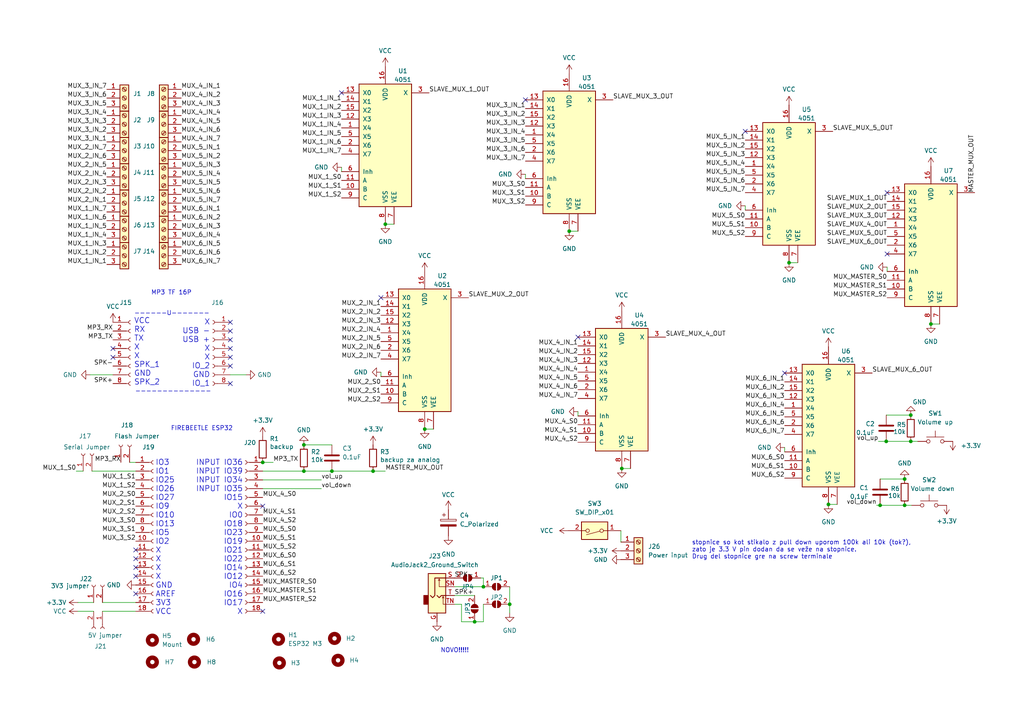
<source format=kicad_sch>
(kicad_sch (version 20230121) (generator eeschema)

  (uuid 03fb26ce-a77d-4b87-9a34-1c547d0cb8f9)

  (paper "A4")

  (lib_symbols
    (symbol "4xxx:4051" (pin_names (offset 1.016)) (in_bom yes) (on_board yes)
      (property "Reference" "U" (at -7.62 19.05 0)
        (effects (font (size 1.27 1.27)))
      )
      (property "Value" "4051" (at -7.62 -19.05 0)
        (effects (font (size 1.27 1.27)))
      )
      (property "Footprint" "" (at 0 0 0)
        (effects (font (size 1.27 1.27)) hide)
      )
      (property "Datasheet" "http://www.intersil.com/content/dam/Intersil/documents/cd40/cd4051bms-52bms-53bms.pdf" (at 0 0 0)
        (effects (font (size 1.27 1.27)) hide)
      )
      (property "ki_locked" "" (at 0 0 0)
        (effects (font (size 1.27 1.27)))
      )
      (property "ki_keywords" "CMOS MUX MUX8" (at 0 0 0)
        (effects (font (size 1.27 1.27)) hide)
      )
      (property "ki_description" "Analog Multiplexer 8 to 1 lins" (at 0 0 0)
        (effects (font (size 1.27 1.27)) hide)
      )
      (property "ki_fp_filters" "DIP?16*" (at 0 0 0)
        (effects (font (size 1.27 1.27)) hide)
      )
      (symbol "4051_1_0"
        (pin passive line (at -12.7 5.08 0) (length 5.08)
          (name "X4" (effects (font (size 1.27 1.27))))
          (number "1" (effects (font (size 1.27 1.27))))
        )
        (pin input line (at -12.7 -12.7 0) (length 5.08)
          (name "B" (effects (font (size 1.27 1.27))))
          (number "10" (effects (font (size 1.27 1.27))))
        )
        (pin input line (at -12.7 -10.16 0) (length 5.08)
          (name "A" (effects (font (size 1.27 1.27))))
          (number "11" (effects (font (size 1.27 1.27))))
        )
        (pin passive line (at -12.7 7.62 0) (length 5.08)
          (name "X3" (effects (font (size 1.27 1.27))))
          (number "12" (effects (font (size 1.27 1.27))))
        )
        (pin passive line (at -12.7 15.24 0) (length 5.08)
          (name "X0" (effects (font (size 1.27 1.27))))
          (number "13" (effects (font (size 1.27 1.27))))
        )
        (pin passive line (at -12.7 12.7 0) (length 5.08)
          (name "X1" (effects (font (size 1.27 1.27))))
          (number "14" (effects (font (size 1.27 1.27))))
        )
        (pin passive line (at -12.7 10.16 0) (length 5.08)
          (name "X2" (effects (font (size 1.27 1.27))))
          (number "15" (effects (font (size 1.27 1.27))))
        )
        (pin power_in line (at 0 22.86 270) (length 5.08)
          (name "VDD" (effects (font (size 1.27 1.27))))
          (number "16" (effects (font (size 1.27 1.27))))
        )
        (pin passive line (at -12.7 0 0) (length 5.08)
          (name "X6" (effects (font (size 1.27 1.27))))
          (number "2" (effects (font (size 1.27 1.27))))
        )
        (pin passive line (at 12.7 15.24 180) (length 5.08)
          (name "X" (effects (font (size 1.27 1.27))))
          (number "3" (effects (font (size 1.27 1.27))))
        )
        (pin passive line (at -12.7 -2.54 0) (length 5.08)
          (name "X7" (effects (font (size 1.27 1.27))))
          (number "4" (effects (font (size 1.27 1.27))))
        )
        (pin passive line (at -12.7 2.54 0) (length 5.08)
          (name "X5" (effects (font (size 1.27 1.27))))
          (number "5" (effects (font (size 1.27 1.27))))
        )
        (pin input line (at -12.7 -7.62 0) (length 5.08)
          (name "Inh" (effects (font (size 1.27 1.27))))
          (number "6" (effects (font (size 1.27 1.27))))
        )
        (pin power_in line (at 2.54 -22.86 90) (length 5.08)
          (name "VEE" (effects (font (size 1.27 1.27))))
          (number "7" (effects (font (size 1.27 1.27))))
        )
        (pin power_in line (at 0 -22.86 90) (length 5.08)
          (name "VSS" (effects (font (size 1.27 1.27))))
          (number "8" (effects (font (size 1.27 1.27))))
        )
        (pin input line (at -12.7 -15.24 0) (length 5.08)
          (name "C" (effects (font (size 1.27 1.27))))
          (number "9" (effects (font (size 1.27 1.27))))
        )
      )
      (symbol "4051_1_1"
        (rectangle (start -7.62 17.78) (end 7.62 -17.78)
          (stroke (width 0.254) (type default))
          (fill (type background))
        )
      )
    )
    (symbol "Connector:Conn_01x02_Socket" (pin_names (offset 1.016) hide) (in_bom yes) (on_board yes)
      (property "Reference" "J" (at 0 2.54 0)
        (effects (font (size 1.27 1.27)))
      )
      (property "Value" "Conn_01x02_Socket" (at 0 -5.08 0)
        (effects (font (size 1.27 1.27)))
      )
      (property "Footprint" "" (at 0 0 0)
        (effects (font (size 1.27 1.27)) hide)
      )
      (property "Datasheet" "~" (at 0 0 0)
        (effects (font (size 1.27 1.27)) hide)
      )
      (property "ki_locked" "" (at 0 0 0)
        (effects (font (size 1.27 1.27)))
      )
      (property "ki_keywords" "connector" (at 0 0 0)
        (effects (font (size 1.27 1.27)) hide)
      )
      (property "ki_description" "Generic connector, single row, 01x02, script generated" (at 0 0 0)
        (effects (font (size 1.27 1.27)) hide)
      )
      (property "ki_fp_filters" "Connector*:*_1x??_*" (at 0 0 0)
        (effects (font (size 1.27 1.27)) hide)
      )
      (symbol "Conn_01x02_Socket_1_1"
        (arc (start 0 -2.032) (mid -0.5058 -2.54) (end 0 -3.048)
          (stroke (width 0.1524) (type default))
          (fill (type none))
        )
        (polyline
          (pts
            (xy -1.27 -2.54)
            (xy -0.508 -2.54)
          )
          (stroke (width 0.1524) (type default))
          (fill (type none))
        )
        (polyline
          (pts
            (xy -1.27 0)
            (xy -0.508 0)
          )
          (stroke (width 0.1524) (type default))
          (fill (type none))
        )
        (arc (start 0 0.508) (mid -0.5058 0) (end 0 -0.508)
          (stroke (width 0.1524) (type default))
          (fill (type none))
        )
        (pin passive line (at -5.08 0 0) (length 3.81)
          (name "Pin_1" (effects (font (size 1.27 1.27))))
          (number "1" (effects (font (size 1.27 1.27))))
        )
        (pin passive line (at -5.08 -2.54 0) (length 3.81)
          (name "Pin_2" (effects (font (size 1.27 1.27))))
          (number "2" (effects (font (size 1.27 1.27))))
        )
      )
    )
    (symbol "Connector:Conn_01x08_Socket" (pin_names (offset 1.016) hide) (in_bom yes) (on_board yes)
      (property "Reference" "J" (at 0 10.16 0)
        (effects (font (size 1.27 1.27)))
      )
      (property "Value" "Conn_01x08_Socket" (at 0 -12.7 0)
        (effects (font (size 1.27 1.27)))
      )
      (property "Footprint" "" (at 0 0 0)
        (effects (font (size 1.27 1.27)) hide)
      )
      (property "Datasheet" "~" (at 0 0 0)
        (effects (font (size 1.27 1.27)) hide)
      )
      (property "ki_locked" "" (at 0 0 0)
        (effects (font (size 1.27 1.27)))
      )
      (property "ki_keywords" "connector" (at 0 0 0)
        (effects (font (size 1.27 1.27)) hide)
      )
      (property "ki_description" "Generic connector, single row, 01x08, script generated" (at 0 0 0)
        (effects (font (size 1.27 1.27)) hide)
      )
      (property "ki_fp_filters" "Connector*:*_1x??_*" (at 0 0 0)
        (effects (font (size 1.27 1.27)) hide)
      )
      (symbol "Conn_01x08_Socket_1_1"
        (arc (start 0 -9.652) (mid -0.5058 -10.16) (end 0 -10.668)
          (stroke (width 0.1524) (type default))
          (fill (type none))
        )
        (arc (start 0 -7.112) (mid -0.5058 -7.62) (end 0 -8.128)
          (stroke (width 0.1524) (type default))
          (fill (type none))
        )
        (arc (start 0 -4.572) (mid -0.5058 -5.08) (end 0 -5.588)
          (stroke (width 0.1524) (type default))
          (fill (type none))
        )
        (arc (start 0 -2.032) (mid -0.5058 -2.54) (end 0 -3.048)
          (stroke (width 0.1524) (type default))
          (fill (type none))
        )
        (polyline
          (pts
            (xy -1.27 -10.16)
            (xy -0.508 -10.16)
          )
          (stroke (width 0.1524) (type default))
          (fill (type none))
        )
        (polyline
          (pts
            (xy -1.27 -7.62)
            (xy -0.508 -7.62)
          )
          (stroke (width 0.1524) (type default))
          (fill (type none))
        )
        (polyline
          (pts
            (xy -1.27 -5.08)
            (xy -0.508 -5.08)
          )
          (stroke (width 0.1524) (type default))
          (fill (type none))
        )
        (polyline
          (pts
            (xy -1.27 -2.54)
            (xy -0.508 -2.54)
          )
          (stroke (width 0.1524) (type default))
          (fill (type none))
        )
        (polyline
          (pts
            (xy -1.27 0)
            (xy -0.508 0)
          )
          (stroke (width 0.1524) (type default))
          (fill (type none))
        )
        (polyline
          (pts
            (xy -1.27 2.54)
            (xy -0.508 2.54)
          )
          (stroke (width 0.1524) (type default))
          (fill (type none))
        )
        (polyline
          (pts
            (xy -1.27 5.08)
            (xy -0.508 5.08)
          )
          (stroke (width 0.1524) (type default))
          (fill (type none))
        )
        (polyline
          (pts
            (xy -1.27 7.62)
            (xy -0.508 7.62)
          )
          (stroke (width 0.1524) (type default))
          (fill (type none))
        )
        (arc (start 0 0.508) (mid -0.5058 0) (end 0 -0.508)
          (stroke (width 0.1524) (type default))
          (fill (type none))
        )
        (arc (start 0 3.048) (mid -0.5058 2.54) (end 0 2.032)
          (stroke (width 0.1524) (type default))
          (fill (type none))
        )
        (arc (start 0 5.588) (mid -0.5058 5.08) (end 0 4.572)
          (stroke (width 0.1524) (type default))
          (fill (type none))
        )
        (arc (start 0 8.128) (mid -0.5058 7.62) (end 0 7.112)
          (stroke (width 0.1524) (type default))
          (fill (type none))
        )
        (pin passive line (at -5.08 7.62 0) (length 3.81)
          (name "Pin_1" (effects (font (size 1.27 1.27))))
          (number "1" (effects (font (size 1.27 1.27))))
        )
        (pin passive line (at -5.08 5.08 0) (length 3.81)
          (name "Pin_2" (effects (font (size 1.27 1.27))))
          (number "2" (effects (font (size 1.27 1.27))))
        )
        (pin passive line (at -5.08 2.54 0) (length 3.81)
          (name "Pin_3" (effects (font (size 1.27 1.27))))
          (number "3" (effects (font (size 1.27 1.27))))
        )
        (pin passive line (at -5.08 0 0) (length 3.81)
          (name "Pin_4" (effects (font (size 1.27 1.27))))
          (number "4" (effects (font (size 1.27 1.27))))
        )
        (pin passive line (at -5.08 -2.54 0) (length 3.81)
          (name "Pin_5" (effects (font (size 1.27 1.27))))
          (number "5" (effects (font (size 1.27 1.27))))
        )
        (pin passive line (at -5.08 -5.08 0) (length 3.81)
          (name "Pin_6" (effects (font (size 1.27 1.27))))
          (number "6" (effects (font (size 1.27 1.27))))
        )
        (pin passive line (at -5.08 -7.62 0) (length 3.81)
          (name "Pin_7" (effects (font (size 1.27 1.27))))
          (number "7" (effects (font (size 1.27 1.27))))
        )
        (pin passive line (at -5.08 -10.16 0) (length 3.81)
          (name "Pin_8" (effects (font (size 1.27 1.27))))
          (number "8" (effects (font (size 1.27 1.27))))
        )
      )
    )
    (symbol "Connector:Conn_01x18_Socket" (pin_names (offset 1.016) hide) (in_bom yes) (on_board yes)
      (property "Reference" "J" (at 0 22.86 0)
        (effects (font (size 1.27 1.27)))
      )
      (property "Value" "Conn_01x18_Socket" (at 0 -25.4 0)
        (effects (font (size 1.27 1.27)))
      )
      (property "Footprint" "" (at 0 0 0)
        (effects (font (size 1.27 1.27)) hide)
      )
      (property "Datasheet" "~" (at 0 0 0)
        (effects (font (size 1.27 1.27)) hide)
      )
      (property "ki_locked" "" (at 0 0 0)
        (effects (font (size 1.27 1.27)))
      )
      (property "ki_keywords" "connector" (at 0 0 0)
        (effects (font (size 1.27 1.27)) hide)
      )
      (property "ki_description" "Generic connector, single row, 01x18, script generated" (at 0 0 0)
        (effects (font (size 1.27 1.27)) hide)
      )
      (property "ki_fp_filters" "Connector*:*_1x??_*" (at 0 0 0)
        (effects (font (size 1.27 1.27)) hide)
      )
      (symbol "Conn_01x18_Socket_1_1"
        (arc (start 0 -22.352) (mid -0.5058 -22.86) (end 0 -23.368)
          (stroke (width 0.1524) (type default))
          (fill (type none))
        )
        (arc (start 0 -19.812) (mid -0.5058 -20.32) (end 0 -20.828)
          (stroke (width 0.1524) (type default))
          (fill (type none))
        )
        (arc (start 0 -17.272) (mid -0.5058 -17.78) (end 0 -18.288)
          (stroke (width 0.1524) (type default))
          (fill (type none))
        )
        (arc (start 0 -14.732) (mid -0.5058 -15.24) (end 0 -15.748)
          (stroke (width 0.1524) (type default))
          (fill (type none))
        )
        (arc (start 0 -12.192) (mid -0.5058 -12.7) (end 0 -13.208)
          (stroke (width 0.1524) (type default))
          (fill (type none))
        )
        (arc (start 0 -9.652) (mid -0.5058 -10.16) (end 0 -10.668)
          (stroke (width 0.1524) (type default))
          (fill (type none))
        )
        (arc (start 0 -7.112) (mid -0.5058 -7.62) (end 0 -8.128)
          (stroke (width 0.1524) (type default))
          (fill (type none))
        )
        (arc (start 0 -4.572) (mid -0.5058 -5.08) (end 0 -5.588)
          (stroke (width 0.1524) (type default))
          (fill (type none))
        )
        (arc (start 0 -2.032) (mid -0.5058 -2.54) (end 0 -3.048)
          (stroke (width 0.1524) (type default))
          (fill (type none))
        )
        (polyline
          (pts
            (xy -1.27 -22.86)
            (xy -0.508 -22.86)
          )
          (stroke (width 0.1524) (type default))
          (fill (type none))
        )
        (polyline
          (pts
            (xy -1.27 -20.32)
            (xy -0.508 -20.32)
          )
          (stroke (width 0.1524) (type default))
          (fill (type none))
        )
        (polyline
          (pts
            (xy -1.27 -17.78)
            (xy -0.508 -17.78)
          )
          (stroke (width 0.1524) (type default))
          (fill (type none))
        )
        (polyline
          (pts
            (xy -1.27 -15.24)
            (xy -0.508 -15.24)
          )
          (stroke (width 0.1524) (type default))
          (fill (type none))
        )
        (polyline
          (pts
            (xy -1.27 -12.7)
            (xy -0.508 -12.7)
          )
          (stroke (width 0.1524) (type default))
          (fill (type none))
        )
        (polyline
          (pts
            (xy -1.27 -10.16)
            (xy -0.508 -10.16)
          )
          (stroke (width 0.1524) (type default))
          (fill (type none))
        )
        (polyline
          (pts
            (xy -1.27 -7.62)
            (xy -0.508 -7.62)
          )
          (stroke (width 0.1524) (type default))
          (fill (type none))
        )
        (polyline
          (pts
            (xy -1.27 -5.08)
            (xy -0.508 -5.08)
          )
          (stroke (width 0.1524) (type default))
          (fill (type none))
        )
        (polyline
          (pts
            (xy -1.27 -2.54)
            (xy -0.508 -2.54)
          )
          (stroke (width 0.1524) (type default))
          (fill (type none))
        )
        (polyline
          (pts
            (xy -1.27 0)
            (xy -0.508 0)
          )
          (stroke (width 0.1524) (type default))
          (fill (type none))
        )
        (polyline
          (pts
            (xy -1.27 2.54)
            (xy -0.508 2.54)
          )
          (stroke (width 0.1524) (type default))
          (fill (type none))
        )
        (polyline
          (pts
            (xy -1.27 5.08)
            (xy -0.508 5.08)
          )
          (stroke (width 0.1524) (type default))
          (fill (type none))
        )
        (polyline
          (pts
            (xy -1.27 7.62)
            (xy -0.508 7.62)
          )
          (stroke (width 0.1524) (type default))
          (fill (type none))
        )
        (polyline
          (pts
            (xy -1.27 10.16)
            (xy -0.508 10.16)
          )
          (stroke (width 0.1524) (type default))
          (fill (type none))
        )
        (polyline
          (pts
            (xy -1.27 12.7)
            (xy -0.508 12.7)
          )
          (stroke (width 0.1524) (type default))
          (fill (type none))
        )
        (polyline
          (pts
            (xy -1.27 15.24)
            (xy -0.508 15.24)
          )
          (stroke (width 0.1524) (type default))
          (fill (type none))
        )
        (polyline
          (pts
            (xy -1.27 17.78)
            (xy -0.508 17.78)
          )
          (stroke (width 0.1524) (type default))
          (fill (type none))
        )
        (polyline
          (pts
            (xy -1.27 20.32)
            (xy -0.508 20.32)
          )
          (stroke (width 0.1524) (type default))
          (fill (type none))
        )
        (arc (start 0 0.508) (mid -0.5058 0) (end 0 -0.508)
          (stroke (width 0.1524) (type default))
          (fill (type none))
        )
        (arc (start 0 3.048) (mid -0.5058 2.54) (end 0 2.032)
          (stroke (width 0.1524) (type default))
          (fill (type none))
        )
        (arc (start 0 5.588) (mid -0.5058 5.08) (end 0 4.572)
          (stroke (width 0.1524) (type default))
          (fill (type none))
        )
        (arc (start 0 8.128) (mid -0.5058 7.62) (end 0 7.112)
          (stroke (width 0.1524) (type default))
          (fill (type none))
        )
        (arc (start 0 10.668) (mid -0.5058 10.16) (end 0 9.652)
          (stroke (width 0.1524) (type default))
          (fill (type none))
        )
        (arc (start 0 13.208) (mid -0.5058 12.7) (end 0 12.192)
          (stroke (width 0.1524) (type default))
          (fill (type none))
        )
        (arc (start 0 15.748) (mid -0.5058 15.24) (end 0 14.732)
          (stroke (width 0.1524) (type default))
          (fill (type none))
        )
        (arc (start 0 18.288) (mid -0.5058 17.78) (end 0 17.272)
          (stroke (width 0.1524) (type default))
          (fill (type none))
        )
        (arc (start 0 20.828) (mid -0.5058 20.32) (end 0 19.812)
          (stroke (width 0.1524) (type default))
          (fill (type none))
        )
        (pin passive line (at -5.08 20.32 0) (length 3.81)
          (name "Pin_1" (effects (font (size 1.27 1.27))))
          (number "1" (effects (font (size 1.27 1.27))))
        )
        (pin passive line (at -5.08 -2.54 0) (length 3.81)
          (name "Pin_10" (effects (font (size 1.27 1.27))))
          (number "10" (effects (font (size 1.27 1.27))))
        )
        (pin passive line (at -5.08 -5.08 0) (length 3.81)
          (name "Pin_11" (effects (font (size 1.27 1.27))))
          (number "11" (effects (font (size 1.27 1.27))))
        )
        (pin passive line (at -5.08 -7.62 0) (length 3.81)
          (name "Pin_12" (effects (font (size 1.27 1.27))))
          (number "12" (effects (font (size 1.27 1.27))))
        )
        (pin passive line (at -5.08 -10.16 0) (length 3.81)
          (name "Pin_13" (effects (font (size 1.27 1.27))))
          (number "13" (effects (font (size 1.27 1.27))))
        )
        (pin passive line (at -5.08 -12.7 0) (length 3.81)
          (name "Pin_14" (effects (font (size 1.27 1.27))))
          (number "14" (effects (font (size 1.27 1.27))))
        )
        (pin passive line (at -5.08 -15.24 0) (length 3.81)
          (name "Pin_15" (effects (font (size 1.27 1.27))))
          (number "15" (effects (font (size 1.27 1.27))))
        )
        (pin passive line (at -5.08 -17.78 0) (length 3.81)
          (name "Pin_16" (effects (font (size 1.27 1.27))))
          (number "16" (effects (font (size 1.27 1.27))))
        )
        (pin passive line (at -5.08 -20.32 0) (length 3.81)
          (name "Pin_17" (effects (font (size 1.27 1.27))))
          (number "17" (effects (font (size 1.27 1.27))))
        )
        (pin passive line (at -5.08 -22.86 0) (length 3.81)
          (name "Pin_18" (effects (font (size 1.27 1.27))))
          (number "18" (effects (font (size 1.27 1.27))))
        )
        (pin passive line (at -5.08 17.78 0) (length 3.81)
          (name "Pin_2" (effects (font (size 1.27 1.27))))
          (number "2" (effects (font (size 1.27 1.27))))
        )
        (pin passive line (at -5.08 15.24 0) (length 3.81)
          (name "Pin_3" (effects (font (size 1.27 1.27))))
          (number "3" (effects (font (size 1.27 1.27))))
        )
        (pin passive line (at -5.08 12.7 0) (length 3.81)
          (name "Pin_4" (effects (font (size 1.27 1.27))))
          (number "4" (effects (font (size 1.27 1.27))))
        )
        (pin passive line (at -5.08 10.16 0) (length 3.81)
          (name "Pin_5" (effects (font (size 1.27 1.27))))
          (number "5" (effects (font (size 1.27 1.27))))
        )
        (pin passive line (at -5.08 7.62 0) (length 3.81)
          (name "Pin_6" (effects (font (size 1.27 1.27))))
          (number "6" (effects (font (size 1.27 1.27))))
        )
        (pin passive line (at -5.08 5.08 0) (length 3.81)
          (name "Pin_7" (effects (font (size 1.27 1.27))))
          (number "7" (effects (font (size 1.27 1.27))))
        )
        (pin passive line (at -5.08 2.54 0) (length 3.81)
          (name "Pin_8" (effects (font (size 1.27 1.27))))
          (number "8" (effects (font (size 1.27 1.27))))
        )
        (pin passive line (at -5.08 0 0) (length 3.81)
          (name "Pin_9" (effects (font (size 1.27 1.27))))
          (number "9" (effects (font (size 1.27 1.27))))
        )
      )
    )
    (symbol "Connector:Screw_Terminal_01x03" (pin_names (offset 1.016) hide) (in_bom yes) (on_board yes)
      (property "Reference" "J" (at 0 5.08 0)
        (effects (font (size 1.27 1.27)))
      )
      (property "Value" "Screw_Terminal_01x03" (at 0 -5.08 0)
        (effects (font (size 1.27 1.27)))
      )
      (property "Footprint" "" (at 0 0 0)
        (effects (font (size 1.27 1.27)) hide)
      )
      (property "Datasheet" "~" (at 0 0 0)
        (effects (font (size 1.27 1.27)) hide)
      )
      (property "ki_keywords" "screw terminal" (at 0 0 0)
        (effects (font (size 1.27 1.27)) hide)
      )
      (property "ki_description" "Generic screw terminal, single row, 01x03, script generated (kicad-library-utils/schlib/autogen/connector/)" (at 0 0 0)
        (effects (font (size 1.27 1.27)) hide)
      )
      (property "ki_fp_filters" "TerminalBlock*:*" (at 0 0 0)
        (effects (font (size 1.27 1.27)) hide)
      )
      (symbol "Screw_Terminal_01x03_1_1"
        (rectangle (start -1.27 3.81) (end 1.27 -3.81)
          (stroke (width 0.254) (type default))
          (fill (type background))
        )
        (circle (center 0 -2.54) (radius 0.635)
          (stroke (width 0.1524) (type default))
          (fill (type none))
        )
        (polyline
          (pts
            (xy -0.5334 -2.2098)
            (xy 0.3302 -3.048)
          )
          (stroke (width 0.1524) (type default))
          (fill (type none))
        )
        (polyline
          (pts
            (xy -0.5334 0.3302)
            (xy 0.3302 -0.508)
          )
          (stroke (width 0.1524) (type default))
          (fill (type none))
        )
        (polyline
          (pts
            (xy -0.5334 2.8702)
            (xy 0.3302 2.032)
          )
          (stroke (width 0.1524) (type default))
          (fill (type none))
        )
        (polyline
          (pts
            (xy -0.3556 -2.032)
            (xy 0.508 -2.8702)
          )
          (stroke (width 0.1524) (type default))
          (fill (type none))
        )
        (polyline
          (pts
            (xy -0.3556 0.508)
            (xy 0.508 -0.3302)
          )
          (stroke (width 0.1524) (type default))
          (fill (type none))
        )
        (polyline
          (pts
            (xy -0.3556 3.048)
            (xy 0.508 2.2098)
          )
          (stroke (width 0.1524) (type default))
          (fill (type none))
        )
        (circle (center 0 0) (radius 0.635)
          (stroke (width 0.1524) (type default))
          (fill (type none))
        )
        (circle (center 0 2.54) (radius 0.635)
          (stroke (width 0.1524) (type default))
          (fill (type none))
        )
        (pin passive line (at -5.08 2.54 0) (length 3.81)
          (name "Pin_1" (effects (font (size 1.27 1.27))))
          (number "1" (effects (font (size 1.27 1.27))))
        )
        (pin passive line (at -5.08 0 0) (length 3.81)
          (name "Pin_2" (effects (font (size 1.27 1.27))))
          (number "2" (effects (font (size 1.27 1.27))))
        )
        (pin passive line (at -5.08 -2.54 0) (length 3.81)
          (name "Pin_3" (effects (font (size 1.27 1.27))))
          (number "3" (effects (font (size 1.27 1.27))))
        )
      )
    )
    (symbol "Connector_Audio:AudioJack2_Ground_Switch" (in_bom yes) (on_board yes)
      (property "Reference" "J" (at 0 11.43 0)
        (effects (font (size 1.27 1.27)))
      )
      (property "Value" "AudioJack2_Ground_Switch" (at 0 8.89 0)
        (effects (font (size 1.27 1.27)))
      )
      (property "Footprint" "" (at 0 5.08 0)
        (effects (font (size 1.27 1.27)) hide)
      )
      (property "Datasheet" "~" (at 0 5.08 0)
        (effects (font (size 1.27 1.27)) hide)
      )
      (property "ki_keywords" "audio jack receptacle mono headphones phone TS connector" (at 0 0 0)
        (effects (font (size 1.27 1.27)) hide)
      )
      (property "ki_description" "Audio Jack, 2 Poles (Mono / TS), Grounded Sleeve, Switched Pole (Normalling)" (at 0 0 0)
        (effects (font (size 1.27 1.27)) hide)
      )
      (property "ki_fp_filters" "Jack*" (at 0 0 0)
        (effects (font (size 1.27 1.27)) hide)
      )
      (symbol "AudioJack2_Ground_Switch_0_1"
        (rectangle (start -2.54 -2.54) (end -3.81 0)
          (stroke (width 0.254) (type default))
          (fill (type outline))
        )
        (rectangle (start 2.54 6.35) (end -2.54 -5.08)
          (stroke (width 0.254) (type default))
          (fill (type background))
        )
      )
      (symbol "AudioJack2_Ground_Switch_1_1"
        (polyline
          (pts
            (xy 0.635 4.826)
            (xy 0.889 4.318)
          )
          (stroke (width 0) (type default))
          (fill (type none))
        )
        (polyline
          (pts
            (xy 1.778 -0.254)
            (xy 2.032 -0.762)
          )
          (stroke (width 0) (type default))
          (fill (type none))
        )
        (polyline
          (pts
            (xy 0 0)
            (xy 0.635 -0.635)
            (xy 1.27 0)
            (xy 2.54 0)
          )
          (stroke (width 0.254) (type default))
          (fill (type none))
        )
        (polyline
          (pts
            (xy 2.54 -2.54)
            (xy 1.778 -2.54)
            (xy 1.778 -0.254)
            (xy 1.524 -0.762)
          )
          (stroke (width 0) (type default))
          (fill (type none))
        )
        (polyline
          (pts
            (xy 2.54 2.54)
            (xy 0.635 2.54)
            (xy 0.635 4.826)
            (xy 0.381 4.318)
          )
          (stroke (width 0) (type default))
          (fill (type none))
        )
        (polyline
          (pts
            (xy 2.54 5.08)
            (xy -0.635 5.08)
            (xy -0.635 0)
            (xy -1.27 -0.635)
            (xy -1.905 0)
          )
          (stroke (width 0.254) (type default))
          (fill (type none))
        )
        (pin passive line (at 0 -7.62 90) (length 2.54)
          (name "~" (effects (font (size 1.27 1.27))))
          (number "G" (effects (font (size 1.27 1.27))))
        )
        (pin passive line (at 5.08 5.08 180) (length 2.54)
          (name "~" (effects (font (size 1.27 1.27))))
          (number "S" (effects (font (size 1.27 1.27))))
        )
        (pin passive line (at 5.08 2.54 180) (length 2.54)
          (name "~" (effects (font (size 1.27 1.27))))
          (number "SN" (effects (font (size 1.27 1.27))))
        )
        (pin passive line (at 5.08 0 180) (length 2.54)
          (name "~" (effects (font (size 1.27 1.27))))
          (number "T" (effects (font (size 1.27 1.27))))
        )
        (pin passive line (at 5.08 -2.54 180) (length 2.54)
          (name "~" (effects (font (size 1.27 1.27))))
          (number "TN" (effects (font (size 1.27 1.27))))
        )
      )
    )
    (symbol "Device:C" (pin_numbers hide) (pin_names (offset 0.254)) (in_bom yes) (on_board yes)
      (property "Reference" "C" (at 0.635 2.54 0)
        (effects (font (size 1.27 1.27)) (justify left))
      )
      (property "Value" "C" (at 0.635 -2.54 0)
        (effects (font (size 1.27 1.27)) (justify left))
      )
      (property "Footprint" "" (at 0.9652 -3.81 0)
        (effects (font (size 1.27 1.27)) hide)
      )
      (property "Datasheet" "~" (at 0 0 0)
        (effects (font (size 1.27 1.27)) hide)
      )
      (property "ki_keywords" "cap capacitor" (at 0 0 0)
        (effects (font (size 1.27 1.27)) hide)
      )
      (property "ki_description" "Unpolarized capacitor" (at 0 0 0)
        (effects (font (size 1.27 1.27)) hide)
      )
      (property "ki_fp_filters" "C_*" (at 0 0 0)
        (effects (font (size 1.27 1.27)) hide)
      )
      (symbol "C_0_1"
        (polyline
          (pts
            (xy -2.032 -0.762)
            (xy 2.032 -0.762)
          )
          (stroke (width 0.508) (type default))
          (fill (type none))
        )
        (polyline
          (pts
            (xy -2.032 0.762)
            (xy 2.032 0.762)
          )
          (stroke (width 0.508) (type default))
          (fill (type none))
        )
      )
      (symbol "C_1_1"
        (pin passive line (at 0 3.81 270) (length 2.794)
          (name "~" (effects (font (size 1.27 1.27))))
          (number "1" (effects (font (size 1.27 1.27))))
        )
        (pin passive line (at 0 -3.81 90) (length 2.794)
          (name "~" (effects (font (size 1.27 1.27))))
          (number "2" (effects (font (size 1.27 1.27))))
        )
      )
    )
    (symbol "Device:C_Polarized" (pin_numbers hide) (pin_names (offset 0.254)) (in_bom yes) (on_board yes)
      (property "Reference" "C" (at 0.635 2.54 0)
        (effects (font (size 1.27 1.27)) (justify left))
      )
      (property "Value" "C_Polarized" (at 0.635 -2.54 0)
        (effects (font (size 1.27 1.27)) (justify left))
      )
      (property "Footprint" "" (at 0.9652 -3.81 0)
        (effects (font (size 1.27 1.27)) hide)
      )
      (property "Datasheet" "~" (at 0 0 0)
        (effects (font (size 1.27 1.27)) hide)
      )
      (property "ki_keywords" "cap capacitor" (at 0 0 0)
        (effects (font (size 1.27 1.27)) hide)
      )
      (property "ki_description" "Polarized capacitor" (at 0 0 0)
        (effects (font (size 1.27 1.27)) hide)
      )
      (property "ki_fp_filters" "CP_*" (at 0 0 0)
        (effects (font (size 1.27 1.27)) hide)
      )
      (symbol "C_Polarized_0_1"
        (rectangle (start -2.286 0.508) (end 2.286 1.016)
          (stroke (width 0) (type default))
          (fill (type none))
        )
        (polyline
          (pts
            (xy -1.778 2.286)
            (xy -0.762 2.286)
          )
          (stroke (width 0) (type default))
          (fill (type none))
        )
        (polyline
          (pts
            (xy -1.27 2.794)
            (xy -1.27 1.778)
          )
          (stroke (width 0) (type default))
          (fill (type none))
        )
        (rectangle (start 2.286 -0.508) (end -2.286 -1.016)
          (stroke (width 0) (type default))
          (fill (type outline))
        )
      )
      (symbol "C_Polarized_1_1"
        (pin passive line (at 0 3.81 270) (length 2.794)
          (name "~" (effects (font (size 1.27 1.27))))
          (number "1" (effects (font (size 1.27 1.27))))
        )
        (pin passive line (at 0 -3.81 90) (length 2.794)
          (name "~" (effects (font (size 1.27 1.27))))
          (number "2" (effects (font (size 1.27 1.27))))
        )
      )
    )
    (symbol "Device:R" (pin_numbers hide) (pin_names (offset 0)) (in_bom yes) (on_board yes)
      (property "Reference" "R" (at 2.032 0 90)
        (effects (font (size 1.27 1.27)))
      )
      (property "Value" "R" (at 0 0 90)
        (effects (font (size 1.27 1.27)))
      )
      (property "Footprint" "" (at -1.778 0 90)
        (effects (font (size 1.27 1.27)) hide)
      )
      (property "Datasheet" "~" (at 0 0 0)
        (effects (font (size 1.27 1.27)) hide)
      )
      (property "ki_keywords" "R res resistor" (at 0 0 0)
        (effects (font (size 1.27 1.27)) hide)
      )
      (property "ki_description" "Resistor" (at 0 0 0)
        (effects (font (size 1.27 1.27)) hide)
      )
      (property "ki_fp_filters" "R_*" (at 0 0 0)
        (effects (font (size 1.27 1.27)) hide)
      )
      (symbol "R_0_1"
        (rectangle (start -1.016 -2.54) (end 1.016 2.54)
          (stroke (width 0.254) (type default))
          (fill (type none))
        )
      )
      (symbol "R_1_1"
        (pin passive line (at 0 3.81 270) (length 1.27)
          (name "~" (effects (font (size 1.27 1.27))))
          (number "1" (effects (font (size 1.27 1.27))))
        )
        (pin passive line (at 0 -3.81 90) (length 1.27)
          (name "~" (effects (font (size 1.27 1.27))))
          (number "2" (effects (font (size 1.27 1.27))))
        )
      )
    )
    (symbol "Jumper:SolderJumper_2_Open" (pin_names (offset 0) hide) (in_bom yes) (on_board yes)
      (property "Reference" "JP" (at 0 2.032 0)
        (effects (font (size 1.27 1.27)))
      )
      (property "Value" "SolderJumper_2_Open" (at 0 -2.54 0)
        (effects (font (size 1.27 1.27)))
      )
      (property "Footprint" "" (at 0 0 0)
        (effects (font (size 1.27 1.27)) hide)
      )
      (property "Datasheet" "~" (at 0 0 0)
        (effects (font (size 1.27 1.27)) hide)
      )
      (property "ki_keywords" "solder jumper SPST" (at 0 0 0)
        (effects (font (size 1.27 1.27)) hide)
      )
      (property "ki_description" "Solder Jumper, 2-pole, open" (at 0 0 0)
        (effects (font (size 1.27 1.27)) hide)
      )
      (property "ki_fp_filters" "SolderJumper*Open*" (at 0 0 0)
        (effects (font (size 1.27 1.27)) hide)
      )
      (symbol "SolderJumper_2_Open_0_1"
        (arc (start -0.254 1.016) (mid -1.2656 0) (end -0.254 -1.016)
          (stroke (width 0) (type default))
          (fill (type none))
        )
        (arc (start -0.254 1.016) (mid -1.2656 0) (end -0.254 -1.016)
          (stroke (width 0) (type default))
          (fill (type outline))
        )
        (polyline
          (pts
            (xy -0.254 1.016)
            (xy -0.254 -1.016)
          )
          (stroke (width 0) (type default))
          (fill (type none))
        )
        (polyline
          (pts
            (xy 0.254 1.016)
            (xy 0.254 -1.016)
          )
          (stroke (width 0) (type default))
          (fill (type none))
        )
        (arc (start 0.254 -1.016) (mid 1.2656 0) (end 0.254 1.016)
          (stroke (width 0) (type default))
          (fill (type none))
        )
        (arc (start 0.254 -1.016) (mid 1.2656 0) (end 0.254 1.016)
          (stroke (width 0) (type default))
          (fill (type outline))
        )
      )
      (symbol "SolderJumper_2_Open_1_1"
        (pin passive line (at -3.81 0 0) (length 2.54)
          (name "A" (effects (font (size 1.27 1.27))))
          (number "1" (effects (font (size 1.27 1.27))))
        )
        (pin passive line (at 3.81 0 180) (length 2.54)
          (name "B" (effects (font (size 1.27 1.27))))
          (number "2" (effects (font (size 1.27 1.27))))
        )
      )
    )
    (symbol "Mechanical:MountingHole" (pin_names (offset 1.016)) (in_bom yes) (on_board yes)
      (property "Reference" "H" (at 0 5.08 0)
        (effects (font (size 1.27 1.27)))
      )
      (property "Value" "MountingHole" (at 0 3.175 0)
        (effects (font (size 1.27 1.27)))
      )
      (property "Footprint" "" (at 0 0 0)
        (effects (font (size 1.27 1.27)) hide)
      )
      (property "Datasheet" "~" (at 0 0 0)
        (effects (font (size 1.27 1.27)) hide)
      )
      (property "ki_keywords" "mounting hole" (at 0 0 0)
        (effects (font (size 1.27 1.27)) hide)
      )
      (property "ki_description" "Mounting Hole without connection" (at 0 0 0)
        (effects (font (size 1.27 1.27)) hide)
      )
      (property "ki_fp_filters" "MountingHole*" (at 0 0 0)
        (effects (font (size 1.27 1.27)) hide)
      )
      (symbol "MountingHole_0_1"
        (circle (center 0 0) (radius 1.27)
          (stroke (width 1.27) (type default))
          (fill (type none))
        )
      )
    )
    (symbol "Switch:SW_DIP_x01" (pin_names (offset 0) hide) (in_bom yes) (on_board yes)
      (property "Reference" "SW" (at 0 3.81 0)
        (effects (font (size 1.27 1.27)))
      )
      (property "Value" "SW_DIP_x01" (at 0 -3.81 0)
        (effects (font (size 1.27 1.27)))
      )
      (property "Footprint" "" (at 0 0 0)
        (effects (font (size 1.27 1.27)) hide)
      )
      (property "Datasheet" "~" (at 0 0 0)
        (effects (font (size 1.27 1.27)) hide)
      )
      (property "ki_keywords" "dip switch" (at 0 0 0)
        (effects (font (size 1.27 1.27)) hide)
      )
      (property "ki_description" "1x DIP Switch, Single Pole Single Throw (SPST) switch, small symbol" (at 0 0 0)
        (effects (font (size 1.27 1.27)) hide)
      )
      (property "ki_fp_filters" "SW?DIP?x1*" (at 0 0 0)
        (effects (font (size 1.27 1.27)) hide)
      )
      (symbol "SW_DIP_x01_0_0"
        (circle (center -2.032 0) (radius 0.508)
          (stroke (width 0) (type default))
          (fill (type none))
        )
        (polyline
          (pts
            (xy -1.524 0.127)
            (xy 2.3622 1.1684)
          )
          (stroke (width 0) (type default))
          (fill (type none))
        )
        (circle (center 2.032 0) (radius 0.508)
          (stroke (width 0) (type default))
          (fill (type none))
        )
      )
      (symbol "SW_DIP_x01_0_1"
        (rectangle (start -3.81 2.54) (end 3.81 -2.54)
          (stroke (width 0.254) (type default))
          (fill (type background))
        )
      )
      (symbol "SW_DIP_x01_1_1"
        (pin passive line (at -7.62 0 0) (length 5.08)
          (name "~" (effects (font (size 1.27 1.27))))
          (number "1" (effects (font (size 1.27 1.27))))
        )
        (pin passive line (at 7.62 0 180) (length 5.08)
          (name "~" (effects (font (size 1.27 1.27))))
          (number "2" (effects (font (size 1.27 1.27))))
        )
      )
    )
    (symbol "Switch:SW_Push" (pin_numbers hide) (pin_names (offset 1.016) hide) (in_bom yes) (on_board yes)
      (property "Reference" "SW" (at 1.27 2.54 0)
        (effects (font (size 1.27 1.27)) (justify left))
      )
      (property "Value" "SW_Push" (at 0 -1.524 0)
        (effects (font (size 1.27 1.27)))
      )
      (property "Footprint" "" (at 0 5.08 0)
        (effects (font (size 1.27 1.27)) hide)
      )
      (property "Datasheet" "~" (at 0 5.08 0)
        (effects (font (size 1.27 1.27)) hide)
      )
      (property "ki_keywords" "switch normally-open pushbutton push-button" (at 0 0 0)
        (effects (font (size 1.27 1.27)) hide)
      )
      (property "ki_description" "Push button switch, generic, two pins" (at 0 0 0)
        (effects (font (size 1.27 1.27)) hide)
      )
      (symbol "SW_Push_0_1"
        (circle (center -2.032 0) (radius 0.508)
          (stroke (width 0) (type default))
          (fill (type none))
        )
        (polyline
          (pts
            (xy 0 1.27)
            (xy 0 3.048)
          )
          (stroke (width 0) (type default))
          (fill (type none))
        )
        (polyline
          (pts
            (xy 2.54 1.27)
            (xy -2.54 1.27)
          )
          (stroke (width 0) (type default))
          (fill (type none))
        )
        (circle (center 2.032 0) (radius 0.508)
          (stroke (width 0) (type default))
          (fill (type none))
        )
        (pin passive line (at -5.08 0 0) (length 2.54)
          (name "1" (effects (font (size 1.27 1.27))))
          (number "1" (effects (font (size 1.27 1.27))))
        )
        (pin passive line (at 5.08 0 180) (length 2.54)
          (name "2" (effects (font (size 1.27 1.27))))
          (number "2" (effects (font (size 1.27 1.27))))
        )
      )
    )
    (symbol "power:+3.3V" (power) (pin_names (offset 0)) (in_bom yes) (on_board yes)
      (property "Reference" "#PWR" (at 0 -3.81 0)
        (effects (font (size 1.27 1.27)) hide)
      )
      (property "Value" "+3.3V" (at 0 3.556 0)
        (effects (font (size 1.27 1.27)))
      )
      (property "Footprint" "" (at 0 0 0)
        (effects (font (size 1.27 1.27)) hide)
      )
      (property "Datasheet" "" (at 0 0 0)
        (effects (font (size 1.27 1.27)) hide)
      )
      (property "ki_keywords" "global power" (at 0 0 0)
        (effects (font (size 1.27 1.27)) hide)
      )
      (property "ki_description" "Power symbol creates a global label with name \"+3.3V\"" (at 0 0 0)
        (effects (font (size 1.27 1.27)) hide)
      )
      (symbol "+3.3V_0_1"
        (polyline
          (pts
            (xy -0.762 1.27)
            (xy 0 2.54)
          )
          (stroke (width 0) (type default))
          (fill (type none))
        )
        (polyline
          (pts
            (xy 0 0)
            (xy 0 2.54)
          )
          (stroke (width 0) (type default))
          (fill (type none))
        )
        (polyline
          (pts
            (xy 0 2.54)
            (xy 0.762 1.27)
          )
          (stroke (width 0) (type default))
          (fill (type none))
        )
      )
      (symbol "+3.3V_1_1"
        (pin power_in line (at 0 0 90) (length 0) hide
          (name "+3.3V" (effects (font (size 1.27 1.27))))
          (number "1" (effects (font (size 1.27 1.27))))
        )
      )
    )
    (symbol "power:GND" (power) (pin_names (offset 0)) (in_bom yes) (on_board yes)
      (property "Reference" "#PWR" (at 0 -6.35 0)
        (effects (font (size 1.27 1.27)) hide)
      )
      (property "Value" "GND" (at 0 -3.81 0)
        (effects (font (size 1.27 1.27)))
      )
      (property "Footprint" "" (at 0 0 0)
        (effects (font (size 1.27 1.27)) hide)
      )
      (property "Datasheet" "" (at 0 0 0)
        (effects (font (size 1.27 1.27)) hide)
      )
      (property "ki_keywords" "global power" (at 0 0 0)
        (effects (font (size 1.27 1.27)) hide)
      )
      (property "ki_description" "Power symbol creates a global label with name \"GND\" , ground" (at 0 0 0)
        (effects (font (size 1.27 1.27)) hide)
      )
      (symbol "GND_0_1"
        (polyline
          (pts
            (xy 0 0)
            (xy 0 -1.27)
            (xy 1.27 -1.27)
            (xy 0 -2.54)
            (xy -1.27 -1.27)
            (xy 0 -1.27)
          )
          (stroke (width 0) (type default))
          (fill (type none))
        )
      )
      (symbol "GND_1_1"
        (pin power_in line (at 0 0 270) (length 0) hide
          (name "GND" (effects (font (size 1.27 1.27))))
          (number "1" (effects (font (size 1.27 1.27))))
        )
      )
    )
    (symbol "power:VCC" (power) (pin_names (offset 0)) (in_bom yes) (on_board yes)
      (property "Reference" "#PWR" (at 0 -3.81 0)
        (effects (font (size 1.27 1.27)) hide)
      )
      (property "Value" "VCC" (at 0 3.81 0)
        (effects (font (size 1.27 1.27)))
      )
      (property "Footprint" "" (at 0 0 0)
        (effects (font (size 1.27 1.27)) hide)
      )
      (property "Datasheet" "" (at 0 0 0)
        (effects (font (size 1.27 1.27)) hide)
      )
      (property "ki_keywords" "global power" (at 0 0 0)
        (effects (font (size 1.27 1.27)) hide)
      )
      (property "ki_description" "Power symbol creates a global label with name \"VCC\"" (at 0 0 0)
        (effects (font (size 1.27 1.27)) hide)
      )
      (symbol "VCC_0_1"
        (polyline
          (pts
            (xy -0.762 1.27)
            (xy 0 2.54)
          )
          (stroke (width 0) (type default))
          (fill (type none))
        )
        (polyline
          (pts
            (xy 0 0)
            (xy 0 2.54)
          )
          (stroke (width 0) (type default))
          (fill (type none))
        )
        (polyline
          (pts
            (xy 0 2.54)
            (xy 0.762 1.27)
          )
          (stroke (width 0) (type default))
          (fill (type none))
        )
      )
      (symbol "VCC_1_1"
        (pin power_in line (at 0 0 90) (length 0) hide
          (name "VCC" (effects (font (size 1.27 1.27))))
          (number "1" (effects (font (size 1.27 1.27))))
        )
      )
    )
  )

  (junction (at 137.668 180.34) (diameter 0) (color 0 0 0 0)
    (uuid 09a21722-3ba9-4e3a-9500-dceb43ab8a81)
  )
  (junction (at 165.1 67.056) (diameter 0) (color 0 0 0 0)
    (uuid 129e3b1d-79cd-48d0-af8e-99ef93cfe288)
  )
  (junction (at 264.16 120.396) (diameter 0) (color 0 0 0 0)
    (uuid 1f73bcca-8570-413d-bcaf-0cc61044bb23)
  )
  (junction (at 270.002 93.98) (diameter 0) (color 0 0 0 0)
    (uuid 2fb6c2d1-09ee-476d-938d-d6b33806896b)
  )
  (junction (at 140.208 170.18) (diameter 0) (color 0 0 0 0)
    (uuid 40c945ca-a8b2-41b6-865a-599d8c584bdc)
  )
  (junction (at 264.16 128.016) (diameter 0) (color 0 0 0 0)
    (uuid 4b8efbd4-9d35-439e-beea-eaf885727522)
  )
  (junction (at 123.19 124.46) (diameter 0) (color 0 0 0 0)
    (uuid 555f86be-fe36-41d4-b01b-ae1f56d087d2)
  )
  (junction (at 88.138 136.652) (diameter 0) (color 0 0 0 0)
    (uuid 5c6b5fbe-7885-41da-9f45-030f6ad53408)
  )
  (junction (at 108.204 136.652) (diameter 0) (color 0 0 0 0)
    (uuid 5d1d9154-4cf0-4b2b-a854-f145419d0029)
  )
  (junction (at 96.266 136.652) (diameter 0) (color 0 0 0 0)
    (uuid 63f6f36e-838a-4c1d-9fe5-37d49279ad4b)
  )
  (junction (at 180.34 135.89) (diameter 0) (color 0 0 0 0)
    (uuid 77165339-0c52-411a-8a9a-0e8277ffeedf)
  )
  (junction (at 111.76 65.024) (diameter 0) (color 0 0 0 0)
    (uuid 7ba4278c-dbdf-473a-8a6f-a5b0e61bb71b)
  )
  (junction (at 240.284 146.304) (diameter 0) (color 0 0 0 0)
    (uuid 91263225-7c97-4719-bdf4-9f42b1e4cf76)
  )
  (junction (at 88.138 129.032) (diameter 0) (color 0 0 0 0)
    (uuid a0e3684c-a2ec-4708-91b5-8c593ce3905a)
  )
  (junction (at 257.048 128.016) (diameter 0) (color 0 0 0 0)
    (uuid aa4fce4a-73c1-4a9f-ab48-9fe52d1b02aa)
  )
  (junction (at 255.27 146.558) (diameter 0) (color 0 0 0 0)
    (uuid bad3a8f1-978d-477c-83e7-7553dddf0ac3)
  )
  (junction (at 262.382 138.938) (diameter 0) (color 0 0 0 0)
    (uuid c7cfe4f4-620e-45c4-8795-82762a7fe181)
  )
  (junction (at 262.382 146.558) (diameter 0) (color 0 0 0 0)
    (uuid ca915052-e542-4796-ac76-bfb87e8a1e05)
  )
  (junction (at 147.828 175.26) (diameter 0) (color 0 0 0 0)
    (uuid d11fb57d-778a-4e77-82e3-a20506fdea01)
  )
  (junction (at 228.854 76.2) (diameter 0) (color 0 0 0 0)
    (uuid fde72eb2-9514-4809-a05a-f9a76c9d10ba)
  )
  (junction (at 76.2 134.112) (diameter 0) (color 0 0 0 0)
    (uuid fe895132-ddb0-45b2-a916-44ce8ab87acc)
  )

  (no_connect (at 66.802 101.092) (uuid 2b40d52f-7fa7-4e7d-95fb-ee112eb1cfec))
  (no_connect (at 99.06 26.924) (uuid 2f226c10-222f-4fca-9544-d4af3e1333c3))
  (no_connect (at 39.37 164.592) (uuid 2f9d4091-ff98-485e-9f75-cdddd8b85e59))
  (no_connect (at 216.154 38.1) (uuid 36714cd8-9a69-4e83-ae8f-d38ea5967cc8))
  (no_connect (at 110.49 86.36) (uuid 36a8529a-2fef-4554-a7e6-5b139d6965fb))
  (no_connect (at 227.584 108.204) (uuid 39e0f3a9-0d90-427c-8e32-4a51ede2c80c))
  (no_connect (at 257.302 73.66) (uuid 3ff9767b-41c7-4ebb-b783-0f87259f8008))
  (no_connect (at 39.37 167.132) (uuid 427582b7-9d22-475a-9bf6-f25de824a52f))
  (no_connect (at 39.37 162.052) (uuid 4e84c18a-7a9f-45f7-886b-008824651edb))
  (no_connect (at 66.802 111.252) (uuid 4edf8e71-5391-44f1-ad9e-e6093ec067ec))
  (no_connect (at 66.802 93.472) (uuid 561c52d4-39d9-42d4-bb1f-3b0b8546f099))
  (no_connect (at 257.302 55.88) (uuid 5c529187-e9e8-4eb8-b047-40b772e5a05e))
  (no_connect (at 167.64 97.79) (uuid 5ef65004-4569-4300-b575-87cbc2a6c4a2))
  (no_connect (at 66.802 98.552) (uuid 6224d0c7-3aaf-40d6-b06d-99cfa902c29b))
  (no_connect (at 66.802 103.632) (uuid 64dad11a-a40c-4417-ae5c-d3e13c22811e))
  (no_connect (at 76.2 177.292) (uuid 68e605dd-c8db-451a-98ef-9e999e9fd008))
  (no_connect (at 39.37 159.512) (uuid 7bdf971e-f8d7-4f57-8074-9084d0fc02fe))
  (no_connect (at 32.766 103.632) (uuid 866c9462-e590-4bb8-8c01-ab9221d8898c))
  (no_connect (at 76.2 146.812) (uuid a2393c5c-ba21-4d5e-a820-5275dccd12f0))
  (no_connect (at 39.37 172.212) (uuid a35fbd41-b19e-4427-a4de-7b007c8cce10))
  (no_connect (at 152.4 28.956) (uuid b3d1fbb3-a99b-4f84-ab05-023b305e0ff6))
  (no_connect (at 66.802 96.012) (uuid b6526289-2411-48ec-8d6f-e338230f3d99))
  (no_connect (at 66.802 106.172) (uuid d306593a-2984-4f9a-b94e-74c1f27d2bf2))
  (no_connect (at 32.766 101.092) (uuid ed968e2c-7068-45d1-8947-79994a396303))

  (wire (pts (xy 133.858 180.34) (xy 137.668 180.34))
    (stroke (width 0) (type default))
    (uuid 0286c2c3-4057-46de-91ef-d5ac94fbb0e6)
  )
  (wire (pts (xy 76.2 134.112) (xy 79.248 134.112))
    (stroke (width 0) (type default))
    (uuid 0749eedd-d02e-49ea-97e6-2d9d2fa432c8)
  )
  (wire (pts (xy 139.446 167.64) (xy 140.208 167.64))
    (stroke (width 0) (type default))
    (uuid 12fde87a-8b49-4b6b-a052-d154c78694b9)
  )
  (wire (pts (xy 257.048 120.396) (xy 264.16 120.396))
    (stroke (width 0) (type default))
    (uuid 1375f2ef-be5e-46b2-80b3-96b3e46e040c)
  )
  (wire (pts (xy 37.592 134.112) (xy 39.37 134.112))
    (stroke (width 0) (type default))
    (uuid 140d9d1c-8faf-4c4b-9110-9d5f245bd39a)
  )
  (wire (pts (xy 22.606 177.292) (xy 27.178 177.292))
    (stroke (width 0) (type default))
    (uuid 1844ac19-42be-4db4-bda8-71ba2e855ea2)
  )
  (wire (pts (xy 76.2 141.732) (xy 93.218 141.732))
    (stroke (width 0) (type default))
    (uuid 197dccc2-a545-4db2-8d5d-ace3e309fb8f)
  )
  (wire (pts (xy 257.302 77.47) (xy 257.302 78.74))
    (stroke (width 0) (type default))
    (uuid 1f5b4ffe-886b-4836-bfbc-b28f588e6a9a)
  )
  (wire (pts (xy 131.826 175.26) (xy 133.858 175.26))
    (stroke (width 0) (type default))
    (uuid 1fa9a715-f558-4440-8398-d6a756690765)
  )
  (wire (pts (xy 110.49 107.95) (xy 110.49 109.22))
    (stroke (width 0) (type default))
    (uuid 29f87a4f-7987-4081-8c85-443d366739f2)
  )
  (wire (pts (xy 76.2 136.652) (xy 88.138 136.652))
    (stroke (width 0) (type default))
    (uuid 2c515f85-1dc8-4520-9007-12beb3dc5a48)
  )
  (wire (pts (xy 96.266 136.652) (xy 108.204 136.652))
    (stroke (width 0) (type default))
    (uuid 2e010078-5d06-4dd9-9315-0c0c347114ab)
  )
  (wire (pts (xy 131.826 170.18) (xy 140.208 170.18))
    (stroke (width 0) (type default))
    (uuid 32052043-3bbe-4015-ad1a-fdab062464e1)
  )
  (wire (pts (xy 254.254 146.558) (xy 255.27 146.558))
    (stroke (width 0) (type default))
    (uuid 3748805b-c994-46e5-b768-f747a04d5234)
  )
  (wire (pts (xy 216.154 59.69) (xy 216.154 60.96))
    (stroke (width 0) (type default))
    (uuid 37c68f2e-4f1c-42cd-be2f-89cd28446cf3)
  )
  (wire (pts (xy 29.718 177.292) (xy 39.37 177.292))
    (stroke (width 0) (type default))
    (uuid 3fefe78f-ca02-4f37-8cee-b00e76db4037)
  )
  (wire (pts (xy 147.828 170.18) (xy 147.828 175.26))
    (stroke (width 0) (type default))
    (uuid 477516d4-0e64-436c-8a02-dc41a5653f49)
  )
  (wire (pts (xy 88.138 136.652) (xy 96.266 136.652))
    (stroke (width 0) (type default))
    (uuid 4aea9916-0db1-4a1c-8004-b46cdfa2f56f)
  )
  (wire (pts (xy 108.204 136.652) (xy 111.76 136.652))
    (stroke (width 0) (type default))
    (uuid 4b9b1d26-5cca-4067-9b74-6f89c9ba966d)
  )
  (wire (pts (xy 270.002 93.98) (xy 272.542 93.98))
    (stroke (width 0) (type default))
    (uuid 4d10a2d6-ca1c-4fc3-84f9-1402c86b4afa)
  )
  (wire (pts (xy 228.854 76.2) (xy 231.394 76.2))
    (stroke (width 0) (type default))
    (uuid 54dd0df1-004c-46e4-9462-90c362949f3f)
  )
  (wire (pts (xy 99.06 48.514) (xy 99.06 49.784))
    (stroke (width 0) (type default))
    (uuid 5834bf42-1c0d-46df-a499-a3238f2b0cd0)
  )
  (wire (pts (xy 22.606 174.752) (xy 27.178 174.752))
    (stroke (width 0) (type default))
    (uuid 5d019641-eb25-4e8b-8ecc-4d9bc2dc68ba)
  )
  (wire (pts (xy 167.64 119.38) (xy 167.64 120.65))
    (stroke (width 0) (type default))
    (uuid 6c96eecc-e61f-466b-98cb-f593117ef160)
  )
  (wire (pts (xy 133.858 175.26) (xy 133.858 180.34))
    (stroke (width 0) (type default))
    (uuid 737fd913-0d9b-4942-b639-a41e44c64e05)
  )
  (wire (pts (xy 29.718 174.752) (xy 39.37 174.752))
    (stroke (width 0) (type default))
    (uuid 742aa80a-9105-4033-8187-34d87f9a5b71)
  )
  (wire (pts (xy 257.048 128.016) (xy 264.16 128.016))
    (stroke (width 0) (type default))
    (uuid 790e6101-c336-4d8a-aaec-b4334fdb7d35)
  )
  (wire (pts (xy 131.826 172.72) (xy 137.668 172.72))
    (stroke (width 0) (type default))
    (uuid 7bddf1e0-bd47-4f82-866d-bc7f97fb24ab)
  )
  (wire (pts (xy 180.34 135.89) (xy 182.88 135.89))
    (stroke (width 0) (type default))
    (uuid 848c2c56-64de-46e0-9322-1892c26e53d2)
  )
  (wire (pts (xy 140.208 180.34) (xy 140.208 175.26))
    (stroke (width 0) (type default))
    (uuid 896624af-adcf-4068-958d-d672a64e48d2)
  )
  (wire (pts (xy 22.098 136.652) (xy 24.13 136.652))
    (stroke (width 0) (type default))
    (uuid 903e6105-9386-4f13-932d-7e3f1db2acdd)
  )
  (wire (pts (xy 76.2 139.192) (xy 93.218 139.192))
    (stroke (width 0) (type default))
    (uuid 913ce777-8907-41e6-a934-4576dace3ba2)
  )
  (wire (pts (xy 264.16 128.016) (xy 266.192 128.016))
    (stroke (width 0) (type default))
    (uuid 9ac5e04d-17a1-4e10-81a5-842b8d22484b)
  )
  (wire (pts (xy 240.284 146.304) (xy 242.824 146.304))
    (stroke (width 0) (type default))
    (uuid 9deb148d-2f23-4480-a119-108be945d7fc)
  )
  (wire (pts (xy 26.162 108.712) (xy 32.766 108.712))
    (stroke (width 0) (type default))
    (uuid a157c32f-7a67-42ef-b5e4-39870a151360)
  )
  (wire (pts (xy 262.382 146.558) (xy 264.414 146.558))
    (stroke (width 0) (type default))
    (uuid a470c250-4b5c-40bd-b7f1-6c3dfce9f308)
  )
  (wire (pts (xy 254.762 128.016) (xy 257.048 128.016))
    (stroke (width 0) (type default))
    (uuid a79a5658-390b-49a7-88b9-dc98cd39a57e)
  )
  (wire (pts (xy 227.584 129.794) (xy 227.584 131.064))
    (stroke (width 0) (type default))
    (uuid ad2897a9-6187-4503-b8d3-02fb848d8030)
  )
  (wire (pts (xy 66.802 108.712) (xy 71.374 108.712))
    (stroke (width 0) (type default))
    (uuid b79e56d8-bafc-4358-817b-89496bb5728b)
  )
  (wire (pts (xy 88.138 129.032) (xy 96.266 129.032))
    (stroke (width 0) (type default))
    (uuid baab0ca3-3010-4d3f-98b4-4e8b09368670)
  )
  (wire (pts (xy 123.19 124.46) (xy 125.73 124.46))
    (stroke (width 0) (type default))
    (uuid c05d91f3-b518-4bc3-b806-1ac3052551b3)
  )
  (wire (pts (xy 255.27 138.938) (xy 262.382 138.938))
    (stroke (width 0) (type default))
    (uuid c0cc23b1-827d-4c8d-a154-0f21e038b9d5)
  )
  (wire (pts (xy 180.086 153.924) (xy 180.086 157.226))
    (stroke (width 0) (type default))
    (uuid ccc2d5d0-891b-4993-9a94-0ec8a4ad7392)
  )
  (wire (pts (xy 152.4 50.546) (xy 152.4 51.816))
    (stroke (width 0) (type default))
    (uuid cec92ab6-bb0b-4c21-a0d1-8779f8cdb36b)
  )
  (wire (pts (xy 255.27 146.558) (xy 262.382 146.558))
    (stroke (width 0) (type default))
    (uuid d40eb81f-af7a-433b-949f-ba93752927c9)
  )
  (wire (pts (xy 165.1 67.056) (xy 167.64 67.056))
    (stroke (width 0) (type default))
    (uuid e27ed135-4968-43e2-ad85-4ebb37af33a9)
  )
  (wire (pts (xy 147.828 175.26) (xy 147.828 177.8))
    (stroke (width 0) (type default))
    (uuid e987bb8c-f928-469e-a24b-6ee03dd6de7f)
  )
  (wire (pts (xy 111.76 65.024) (xy 114.3 65.024))
    (stroke (width 0) (type default))
    (uuid eedbe112-4b97-41a2-8da0-6f1952746c6c)
  )
  (wire (pts (xy 26.67 136.652) (xy 39.37 136.652))
    (stroke (width 0) (type default))
    (uuid fa9d2e99-6f70-4b1b-9bee-0faf71801b8f)
  )
  (wire (pts (xy 137.668 180.34) (xy 140.208 180.34))
    (stroke (width 0) (type default))
    (uuid fd2dbae8-ccde-4e16-961f-8e4839237dae)
  )
  (wire (pts (xy 140.208 167.64) (xy 140.208 170.18))
    (stroke (width 0) (type default))
    (uuid fe39649f-cf3e-43dc-9d00-cac136c6249c)
  )

  (text "stopnice so kot stikalo z pull down uporom 100k ali 10k (tok?),\nzato je 3.3 V pin dodan da se veže na stopnice.\nDrug del stopnice gre na screw terminale"
    (at 200.66 162.306 0)
    (effects (font (size 1.27 1.27)) (justify left bottom))
    (uuid 011b2904-a5df-459a-8305-64b603294a24)
  )
  (text "--------------" (at 39.116 114.3 0)
    (effects (font (size 1.27 1.27)) (justify left bottom))
    (uuid 14b919eb-8f17-462e-9a78-43ee83b093b9)
  )
  (text "X\nUSB -\nUSB +\nX\nX\nIO_2\nGND\nIO_1" (at 60.96 112.268 0)
    (effects (font (size 1.58 1.58)) (justify right bottom))
    (uuid 14bade02-48c2-46bf-8755-32855f0d4999)
  )
  (text "NOVO!!!!!" (at 127.762 189.484 0)
    (effects (font (size 1.27 1.27)) (justify left bottom))
    (uuid 15b03a91-b685-45df-8cd0-f35c33b9fc85)
  )
  (text "FIREBEETLE ESP32" (at 49.53 125.095 0)
    (effects (font (size 1.27 1.27)) (justify left bottom))
    (uuid 482bd586-36c8-4265-af9d-21089c76e569)
  )
  (text "INPUT IO36\nINPUT IO39\nINPUT IO34\nINPUT IO35\nIO15\nX\nIO0\nIO18\nIO23\nIO19\nIO21\nIO22\nIO14\nIO12\nIO4\nIO16\nIO17\nX"
    (at 70.485 178.435 0)
    (effects (font (size 1.58 1.58)) (justify right bottom))
    (uuid 51f524fe-a3af-4cef-90f1-93c7d7388eae)
  )
  (text "IO3\nIO1\nIO25\nIO26\nIO27\nIO9\nIO10\nIO13\nIO5\nIO2\nX\nX\nX\nX\nGND\nAREF\n3V3\nVCC"
    (at 45.085 178.435 0)
    (effects (font (size 1.58 1.58)) (justify left bottom))
    (uuid 7e7afad5-37d8-4a48-bdee-d57b3a004830)
  )
  (text "MP3 TF 16P" (at 43.815 85.725 0)
    (effects (font (size 1.27 1.27)) (justify left bottom))
    (uuid aa741b6d-5632-495a-bad7-34105c60d712)
  )
  (text "VCC\nRX\nTX\nX\nX\nSPK_1\nGND\nSPK_2" (at 38.862 111.887 0)
    (effects (font (size 1.58 1.58)) (justify left bottom))
    (uuid e17f299f-1f51-499a-acf5-11bf08641ee2)
  )
  (text "------U-------" (at 38.862 91.694 0)
    (effects (font (size 1.27 1.27)) (justify left bottom))
    (uuid e480e6b6-ca11-4c46-b6c0-c608824c283b)
  )

  (label "MUX_5_IN_3" (at 216.154 45.72 180) (fields_autoplaced)
    (effects (font (size 1.27 1.27)) (justify right bottom))
    (uuid 028d12b4-81a7-4b02-9045-a8cb358b1403)
  )
  (label "MUX_5_S2" (at 216.154 68.58 180) (fields_autoplaced)
    (effects (font (size 1.27 1.27)) (justify right bottom))
    (uuid 03545b40-b713-4a03-b285-bfb88c6a2316)
  )
  (label "MUX_3_IN_7" (at 152.4 46.736 180) (fields_autoplaced)
    (effects (font (size 1.27 1.27)) (justify right bottom))
    (uuid 049249b9-ecb5-48e2-b514-743e269327ea)
  )
  (label "MUX_2_IN_7" (at 30.988 43.688 180) (fields_autoplaced)
    (effects (font (size 1.27 1.27)) (justify right bottom))
    (uuid 056ae5ac-c63d-4544-8f4d-5751afe4d30c)
  )
  (label "MUX_MASTER_S2" (at 76.2 174.752 0) (fields_autoplaced)
    (effects (font (size 1.27 1.27)) (justify left bottom))
    (uuid 0606917e-d1a5-42fd-a964-a4ed3f9f85bc)
  )
  (label "MUX_4_IN_7" (at 167.64 115.57 180) (fields_autoplaced)
    (effects (font (size 1.27 1.27)) (justify right bottom))
    (uuid 08eb52fb-5423-4b4d-bcf9-9c6dccb3e6d7)
  )
  (label "MUX_5_S0" (at 216.154 63.5 180) (fields_autoplaced)
    (effects (font (size 1.27 1.27)) (justify right bottom))
    (uuid 0a32ce66-9931-4ffa-92cf-abdb475825a2)
  )
  (label "SLAVE_MUX_2_OUT" (at 257.302 60.96 180) (fields_autoplaced)
    (effects (font (size 1.27 1.27)) (justify right bottom))
    (uuid 0bc7cfee-86cf-404d-83ed-4b1015285df0)
  )
  (label "vol_down" (at 254.254 146.558 180) (fields_autoplaced)
    (effects (font (size 1.27 1.27)) (justify right bottom))
    (uuid 110b95f8-e3aa-4e1a-a825-04e04a806c62)
  )
  (label "MUX_2_IN_5" (at 30.988 48.768 180) (fields_autoplaced)
    (effects (font (size 1.27 1.27)) (justify right bottom))
    (uuid 12aec411-1048-47a2-ae76-119d2654c3d2)
  )
  (label "MUX_1_IN_4" (at 30.988 69.088 180) (fields_autoplaced)
    (effects (font (size 1.27 1.27)) (justify right bottom))
    (uuid 164f2700-db1b-4228-869a-91949c1d6849)
  )
  (label "MUX_3_IN_5" (at 152.4 41.656 180) (fields_autoplaced)
    (effects (font (size 1.27 1.27)) (justify right bottom))
    (uuid 16715315-d3e7-47f3-ae43-0e1341b89861)
  )
  (label "MUX_1_IN_3" (at 99.06 34.544 180) (fields_autoplaced)
    (effects (font (size 1.27 1.27)) (justify right bottom))
    (uuid 1688fb70-dc42-4842-b883-f9bc958953ad)
  )
  (label "MUX_1_S1" (at 99.06 54.864 180) (fields_autoplaced)
    (effects (font (size 1.27 1.27)) (justify right bottom))
    (uuid 1695cb82-229a-4df5-b70d-4f3ad1c7d4c5)
  )
  (label "vol_down" (at 93.218 141.732 0) (fields_autoplaced)
    (effects (font (size 1.27 1.27)) (justify left bottom))
    (uuid 17193d33-842a-4019-9368-1f7bfdf2ba63)
  )
  (label "SLAVE_MUX_5_OUT" (at 257.302 68.58 180) (fields_autoplaced)
    (effects (font (size 1.27 1.27)) (justify right bottom))
    (uuid 171b6575-cf86-496b-8d13-80290a523fc0)
  )
  (label "MUX_MASTER_S0" (at 257.302 81.28 180) (fields_autoplaced)
    (effects (font (size 1.27 1.27)) (justify right bottom))
    (uuid 1a366cb0-bc36-4376-a630-4fb831242e42)
  )
  (label "MUX_4_S1" (at 76.2 149.352 0) (fields_autoplaced)
    (effects (font (size 1.27 1.27)) (justify left bottom))
    (uuid 1eaa0b74-db76-40d3-9a1f-d816b744751d)
  )
  (label "MUX_1_IN_5" (at 30.988 66.548 180) (fields_autoplaced)
    (effects (font (size 1.27 1.27)) (justify right bottom))
    (uuid 1f602509-d7b5-44a8-b927-dfd2e6ebb78e)
  )
  (label "MUX_MASTER_S2" (at 257.302 86.36 180) (fields_autoplaced)
    (effects (font (size 1.27 1.27)) (justify right bottom))
    (uuid 1f99a542-77eb-452a-aa0c-f5b81588af61)
  )
  (label "MUX_4_IN_3" (at 52.578 30.988 0) (fields_autoplaced)
    (effects (font (size 1.27 1.27)) (justify left bottom))
    (uuid 2148ee80-709c-49c0-a79c-97115b0b51e1)
  )
  (label "MUX_3_IN_1" (at 30.988 41.148 180) (fields_autoplaced)
    (effects (font (size 1.27 1.27)) (justify right bottom))
    (uuid 22bb0f41-89ee-4368-b324-b9553ca69ca4)
  )
  (label "MUX_6_S1" (at 76.2 164.592 0) (fields_autoplaced)
    (effects (font (size 1.27 1.27)) (justify left bottom))
    (uuid 23f5bc7c-9fa8-4ff5-8804-267268b736da)
  )
  (label "MUX_5_IN_7" (at 216.154 55.88 180) (fields_autoplaced)
    (effects (font (size 1.27 1.27)) (justify right bottom))
    (uuid 270e22cc-dbfb-4368-80c2-8817d8883c22)
  )
  (label "MUX_4_S1" (at 167.64 125.73 180) (fields_autoplaced)
    (effects (font (size 1.27 1.27)) (justify right bottom))
    (uuid 278da3e9-9e1d-4825-a16b-e86ac049fbca)
  )
  (label "SPK-" (at 131.826 167.64 0) (fields_autoplaced)
    (effects (font (size 1.27 1.27)) (justify left bottom))
    (uuid 28c7a9d8-75d9-4393-abca-5caa2a428bb7)
  )
  (label "MUX_6_IN_5" (at 227.584 120.904 180) (fields_autoplaced)
    (effects (font (size 1.27 1.27)) (justify right bottom))
    (uuid 29add9b4-a309-401f-ba3d-758885e199e6)
  )
  (label "MUX_3_S2" (at 152.4 59.436 180) (fields_autoplaced)
    (effects (font (size 1.27 1.27)) (justify right bottom))
    (uuid 2bbc273d-2efc-450f-8155-f63f94b09bbf)
  )
  (label "MUX_2_IN_4" (at 30.988 51.308 180) (fields_autoplaced)
    (effects (font (size 1.27 1.27)) (justify right bottom))
    (uuid 2c12da9a-0bb7-4e1e-a77e-14350b76f4cf)
  )
  (label "MUX_3_IN_6" (at 30.988 28.448 180) (fields_autoplaced)
    (effects (font (size 1.27 1.27)) (justify right bottom))
    (uuid 2c2a44c2-d9c7-47f5-8ff2-a40218d6adc6)
  )
  (label "MUX_2_IN_2" (at 110.49 91.44 180) (fields_autoplaced)
    (effects (font (size 1.27 1.27)) (justify right bottom))
    (uuid 2d25d9db-2bad-4a2a-a88b-e2c94fd97887)
  )
  (label "MUX_3_S0" (at 152.4 54.356 180) (fields_autoplaced)
    (effects (font (size 1.27 1.27)) (justify right bottom))
    (uuid 2deaa6fd-0ae1-44db-82fe-de98d4e380f7)
  )
  (label "MUX_5_S2" (at 76.2 159.512 0) (fields_autoplaced)
    (effects (font (size 1.27 1.27)) (justify left bottom))
    (uuid 2e8f9620-78e5-40ae-af98-ac0624db59dd)
  )
  (label "MUX_2_S0" (at 110.49 111.76 180) (fields_autoplaced)
    (effects (font (size 1.27 1.27)) (justify right bottom))
    (uuid 30f34f1f-5ec9-4d88-b308-3f242449db4e)
  )
  (label "vol_up" (at 93.218 139.192 0) (fields_autoplaced)
    (effects (font (size 1.27 1.27)) (justify left bottom))
    (uuid 3108807e-6f0d-42ec-8175-f1caf67226cf)
  )
  (label "MASTER_MUX_OUT" (at 111.76 136.652 0) (fields_autoplaced)
    (effects (font (size 1.27 1.27)) (justify left bottom))
    (uuid 34829524-e590-4bc3-8c23-b0960ea702d4)
  )
  (label "MUX_2_IN_7" (at 110.49 104.14 180) (fields_autoplaced)
    (effects (font (size 1.27 1.27)) (justify right bottom))
    (uuid 36593d11-fde9-420f-85c7-3b4629a01e8b)
  )
  (label "MUX_1_IN_1" (at 30.988 76.708 180) (fields_autoplaced)
    (effects (font (size 1.27 1.27)) (justify right bottom))
    (uuid 36c6b727-2d5c-44c7-91eb-ac106a264c91)
  )
  (label "MUX_3_S2" (at 39.37 156.972 180) (fields_autoplaced)
    (effects (font (size 1.27 1.27)) (justify right bottom))
    (uuid 3a76270b-e037-4f00-8bda-1f97f3efbfee)
  )
  (label "MUX_4_IN_2" (at 167.64 102.87 180) (fields_autoplaced)
    (effects (font (size 1.27 1.27)) (justify right bottom))
    (uuid 3b5da989-86a4-4ac5-b142-cd04db45730f)
  )
  (label "SLAVE_MUX_4_OUT" (at 193.04 97.79 0) (fields_autoplaced)
    (effects (font (size 1.27 1.27)) (justify left bottom))
    (uuid 3d9abf83-dd2c-4608-b9c3-1e84c5a36c00)
  )
  (label "MUX_5_IN_3" (at 52.578 48.768 0) (fields_autoplaced)
    (effects (font (size 1.27 1.27)) (justify left bottom))
    (uuid 401adfbe-3090-423f-b8dd-fbfee14acb2b)
  )
  (label "MUX_3_S1" (at 39.37 154.432 180) (fields_autoplaced)
    (effects (font (size 1.27 1.27)) (justify right bottom))
    (uuid 41cd69bc-e942-4c6e-979e-dbdd3aef5150)
  )
  (label "MUX_5_IN_6" (at 216.154 53.34 180) (fields_autoplaced)
    (effects (font (size 1.27 1.27)) (justify right bottom))
    (uuid 43f54e3e-59fd-4e99-ba12-be1601ad5381)
  )
  (label "MUX_6_IN_1" (at 52.578 61.468 0) (fields_autoplaced)
    (effects (font (size 1.27 1.27)) (justify left bottom))
    (uuid 44e47ca7-4208-4a4a-8dd7-d4940c489962)
  )
  (label "MUX_MASTER_S1" (at 76.2 172.212 0) (fields_autoplaced)
    (effects (font (size 1.27 1.27)) (justify left bottom))
    (uuid 459604a8-fa26-4618-806e-e89d9d4f4661)
  )
  (label "MUX_2_S1" (at 110.49 114.3 180) (fields_autoplaced)
    (effects (font (size 1.27 1.27)) (justify right bottom))
    (uuid 4846500a-940f-4c0b-af36-727321005e30)
  )
  (label "MUX_2_S1" (at 39.37 146.812 180) (fields_autoplaced)
    (effects (font (size 1.27 1.27)) (justify right bottom))
    (uuid 48e8ba4e-0774-4925-8810-8326811714e7)
  )
  (label "MUX_6_IN_5" (at 52.578 71.628 0) (fields_autoplaced)
    (effects (font (size 1.27 1.27)) (justify left bottom))
    (uuid 499e74f1-adaf-4b3c-b0ca-f58fad250bfa)
  )
  (label "MUX_MASTER_S1" (at 257.302 83.82 180) (fields_autoplaced)
    (effects (font (size 1.27 1.27)) (justify right bottom))
    (uuid 4d2443d2-3a09-4a40-b8a5-55fd98819c6f)
  )
  (label "MUX_5_S1" (at 216.154 66.04 180) (fields_autoplaced)
    (effects (font (size 1.27 1.27)) (justify right bottom))
    (uuid 4ed9cb68-08eb-43b7-983d-3fa55907c04e)
  )
  (label "MUX_2_IN_3" (at 110.49 93.98 180) (fields_autoplaced)
    (effects (font (size 1.27 1.27)) (justify right bottom))
    (uuid 513d6d74-3816-4968-864f-59e563adea0f)
  )
  (label "MUX_2_IN_1" (at 110.49 88.9 180) (fields_autoplaced)
    (effects (font (size 1.27 1.27)) (justify right bottom))
    (uuid 523aabd7-b921-4c9b-b335-1074d7763c73)
  )
  (label "MUX_4_S0" (at 76.2 144.272 0) (fields_autoplaced)
    (effects (font (size 1.27 1.27)) (justify left bottom))
    (uuid 55ee4655-d4aa-4a08-9c0d-dbdb6b890e6b)
  )
  (label "SLAVE_MUX_6_OUT" (at 257.302 71.12 180) (fields_autoplaced)
    (effects (font (size 1.27 1.27)) (justify right bottom))
    (uuid 56bf308b-6f29-4b21-8e4f-e168d75aa108)
  )
  (label "MUX_1_S0" (at 99.06 52.324 180) (fields_autoplaced)
    (effects (font (size 1.27 1.27)) (justify right bottom))
    (uuid 57463987-577d-4d6d-9a34-6614e451019d)
  )
  (label "SLAVE_MUX_1_OUT" (at 257.302 58.42 180) (fields_autoplaced)
    (effects (font (size 1.27 1.27)) (justify right bottom))
    (uuid 57f61de3-759f-456e-89f1-462d04e78d09)
  )
  (label "MUX_5_IN_2" (at 216.154 43.18 180) (fields_autoplaced)
    (effects (font (size 1.27 1.27)) (justify right bottom))
    (uuid 5bc326fc-b85f-40b0-bdbd-047666824177)
  )
  (label "vol_up" (at 254.762 128.016 180) (fields_autoplaced)
    (effects (font (size 1.27 1.27)) (justify right bottom))
    (uuid 5caca14d-1187-4eed-a432-2f7c087f8b01)
  )
  (label "MUX_1_S0" (at 22.098 136.652 180) (fields_autoplaced)
    (effects (font (size 1.27 1.27)) (justify right bottom))
    (uuid 5fb7681f-72a8-476e-8c7b-9a44fe6aa6c5)
  )
  (label "SLAVE_MUX_6_OUT" (at 252.984 108.204 0) (fields_autoplaced)
    (effects (font (size 1.27 1.27)) (justify left bottom))
    (uuid 6333185a-df18-4560-ac79-0e4a5cb8bc74)
  )
  (label "MUX_6_S0" (at 227.584 133.604 180) (fields_autoplaced)
    (effects (font (size 1.27 1.27)) (justify right bottom))
    (uuid 64de3f1b-490e-4ecf-8172-33c2d243ff3f)
  )
  (label "MUX_4_IN_6" (at 167.64 113.03 180) (fields_autoplaced)
    (effects (font (size 1.27 1.27)) (justify right bottom))
    (uuid 656c167b-c495-4977-8c37-dfad4071773d)
  )
  (label "MUX_1_S2" (at 39.37 141.732 180) (fields_autoplaced)
    (effects (font (size 1.27 1.27)) (justify right bottom))
    (uuid 6599d014-7fef-4e46-97a0-17565cdeb63a)
  )
  (label "SLAVE_MUX_3_OUT" (at 257.302 63.5 180) (fields_autoplaced)
    (effects (font (size 1.27 1.27)) (justify right bottom))
    (uuid 67193cb1-84ce-4b64-bfce-56cca93292bb)
  )
  (label "MUX_6_S0" (at 76.2 162.052 0) (fields_autoplaced)
    (effects (font (size 1.27 1.27)) (justify left bottom))
    (uuid 6981c93f-0020-46d3-a0ff-eadd14141d33)
  )
  (label "MUX_5_S0" (at 76.2 154.432 0) (fields_autoplaced)
    (effects (font (size 1.27 1.27)) (justify left bottom))
    (uuid 6acaf349-121f-434a-a52b-7ab10db66960)
  )
  (label "MUX_6_S2" (at 227.584 138.684 180) (fields_autoplaced)
    (effects (font (size 1.27 1.27)) (justify right bottom))
    (uuid 6b5a1f7c-007a-4737-8277-4378ea0a424c)
  )
  (label "MUX_5_IN_6" (at 52.578 56.388 0) (fields_autoplaced)
    (effects (font (size 1.27 1.27)) (justify left bottom))
    (uuid 6be015c8-0707-4a40-a7ab-e6de173427e2)
  )
  (label "MUX_4_IN_3" (at 167.64 105.41 180) (fields_autoplaced)
    (effects (font (size 1.27 1.27)) (justify right bottom))
    (uuid 6d504e68-8817-4587-b4cf-e3e10cc55f2f)
  )
  (label "MUX_4_IN_4" (at 52.578 33.528 0) (fields_autoplaced)
    (effects (font (size 1.27 1.27)) (justify left bottom))
    (uuid 6d9a8fc9-fc52-4c0a-bba1-555d1b3d0bfe)
  )
  (label "MP3_RX" (at 32.766 96.012 180) (fields_autoplaced)
    (effects (font (size 1.27 1.27)) (justify right bottom))
    (uuid 70fda34d-0d75-45ba-943d-1c45b750431e)
  )
  (label "MP3_TX" (at 32.766 98.552 180) (fields_autoplaced)
    (effects (font (size 1.27 1.27)) (justify right bottom))
    (uuid 72915f1d-701e-440c-9ced-f216d798ac49)
  )
  (label "MUX_5_IN_5" (at 216.154 50.8 180) (fields_autoplaced)
    (effects (font (size 1.27 1.27)) (justify right bottom))
    (uuid 73d31fe3-af46-4ba0-ad3d-dc2c0255978d)
  )
  (label "MASTER_MUX_OUT" (at 282.702 55.88 90) (fields_autoplaced)
    (effects (font (size 1.27 1.27)) (justify left bottom))
    (uuid 74a16eaa-34ad-412c-812d-f461bdc4ee6a)
  )
  (label "SLAVE_MUX_2_OUT" (at 135.89 86.36 0) (fields_autoplaced)
    (effects (font (size 1.27 1.27)) (justify left bottom))
    (uuid 7672833b-c2fc-49b9-9a32-37dee5b94065)
  )
  (label "MUX_3_IN_4" (at 152.4 39.116 180) (fields_autoplaced)
    (effects (font (size 1.27 1.27)) (justify right bottom))
    (uuid 77ee6fc9-1b38-44a4-8b58-4245a0e903a2)
  )
  (label "SLAVE_MUX_3_OUT" (at 177.8 28.956 0) (fields_autoplaced)
    (effects (font (size 1.27 1.27)) (justify left bottom))
    (uuid 7a65c124-ac43-4ea2-9cdd-c6a19c882e0c)
  )
  (label "MUX_5_IN_1" (at 52.578 43.688 0) (fields_autoplaced)
    (effects (font (size 1.27 1.27)) (justify left bottom))
    (uuid 7a926591-1dad-4fb6-bb47-e5f07a16049f)
  )
  (label "MUX_6_IN_4" (at 227.584 118.364 180) (fields_autoplaced)
    (effects (font (size 1.27 1.27)) (justify right bottom))
    (uuid 7a9657a7-44d5-44f8-8bf0-2095e50e83b6)
  )
  (label "MUX_3_IN_6" (at 152.4 44.196 180) (fields_autoplaced)
    (effects (font (size 1.27 1.27)) (justify right bottom))
    (uuid 7ab763de-a7c7-49ba-a0c9-7bd0ee92c1c2)
  )
  (label "SPK+" (at 131.826 172.72 0) (fields_autoplaced)
    (effects (font (size 1.27 1.27)) (justify left bottom))
    (uuid 7bf652a6-7ba5-4f55-baf8-99c1752b6d48)
  )
  (label "MUX_MASTER_S0" (at 76.2 169.672 0) (fields_autoplaced)
    (effects (font (size 1.27 1.27)) (justify left bottom))
    (uuid 7c6cebfb-597f-46d7-96f5-b2c29a342381)
  )
  (label "MUX_1_IN_7" (at 30.988 61.468 180) (fields_autoplaced)
    (effects (font (size 1.27 1.27)) (justify right bottom))
    (uuid 7cb21cb3-9f9b-43dd-9c81-68f3fcf4de3a)
  )
  (label "SLAVE_MUX_1_OUT" (at 124.46 26.924 0) (fields_autoplaced)
    (effects (font (size 1.27 1.27)) (justify left bottom))
    (uuid 86614f00-0d30-4e32-92da-e834f4e563f6)
  )
  (label "MUX_1_IN_2" (at 30.988 74.168 180) (fields_autoplaced)
    (effects (font (size 1.27 1.27)) (justify right bottom))
    (uuid 86a8efd4-b3d2-4533-8735-e920a641e272)
  )
  (label "MUX_5_IN_1" (at 216.154 40.64 180) (fields_autoplaced)
    (effects (font (size 1.27 1.27)) (justify right bottom))
    (uuid 88e31d48-e927-4b04-a667-eb4afdf1e4ff)
  )
  (label "MUX_1_IN_1" (at 99.06 29.464 180) (fields_autoplaced)
    (effects (font (size 1.27 1.27)) (justify right bottom))
    (uuid 89d838f3-2e01-4dd0-a33f-db5f9c9584a4)
  )
  (label "MUX_6_IN_1" (at 227.584 110.744 180) (fields_autoplaced)
    (effects (font (size 1.27 1.27)) (justify right bottom))
    (uuid 8d3272eb-fffb-4265-95da-035963dc51b9)
  )
  (label "SPK+" (at 32.766 111.252 180) (fields_autoplaced)
    (effects (font (size 1.27 1.27)) (justify right bottom))
    (uuid 8d3fab41-d5e4-4fbd-b4d8-849af88d45a1)
  )
  (label "MUX_6_IN_2" (at 227.584 113.284 180) (fields_autoplaced)
    (effects (font (size 1.27 1.27)) (justify right bottom))
    (uuid 8d7de98f-2abb-4bc0-8807-fce6cbfdb350)
  )
  (label "MUX_3_IN_2" (at 30.988 38.608 180) (fields_autoplaced)
    (effects (font (size 1.27 1.27)) (justify right bottom))
    (uuid 8ee976ba-00b2-4f0d-b32f-a92bd95fc189)
  )
  (label "MUX_2_IN_3" (at 30.988 53.848 180) (fields_autoplaced)
    (effects (font (size 1.27 1.27)) (justify right bottom))
    (uuid 8f914c60-bc85-41a9-8290-28b4c369832b)
  )
  (label "SPK-" (at 32.766 106.172 180) (fields_autoplaced)
    (effects (font (size 1.27 1.27)) (justify right bottom))
    (uuid 94ab3226-5037-4daa-a53a-b87476358875)
  )
  (label "MUX_4_IN_1" (at 167.64 100.33 180) (fields_autoplaced)
    (effects (font (size 1.27 1.27)) (justify right bottom))
    (uuid 94d707a5-a790-4535-8c9f-aee2ecf11a56)
  )
  (label "MUX_3_IN_3" (at 152.4 36.576 180) (fields_autoplaced)
    (effects (font (size 1.27 1.27)) (justify right bottom))
    (uuid 9b782cc1-5157-43af-a659-7994f5eafcb3)
  )
  (label "MUX_4_IN_5" (at 167.64 110.49 180) (fields_autoplaced)
    (effects (font (size 1.27 1.27)) (justify right bottom))
    (uuid 9cd4996f-22cc-464a-bb23-6b17fb6d0a64)
  )
  (label "MUX_6_IN_4" (at 52.578 69.088 0) (fields_autoplaced)
    (effects (font (size 1.27 1.27)) (justify left bottom))
    (uuid a4eb7b8a-5d30-468b-a0a8-574f55724497)
  )
  (label "MUX_2_S0" (at 39.37 144.272 180) (fields_autoplaced)
    (effects (font (size 1.27 1.27)) (justify right bottom))
    (uuid a5f57799-357d-4f65-b408-23e99cd082a4)
  )
  (label "MUX_5_IN_4" (at 216.154 48.26 180) (fields_autoplaced)
    (effects (font (size 1.27 1.27)) (justify right bottom))
    (uuid a81907e1-4a36-4dbb-b742-69c3070f8345)
  )
  (label "MUX_5_IN_7" (at 52.578 58.928 0) (fields_autoplaced)
    (effects (font (size 1.27 1.27)) (justify left bottom))
    (uuid a929a14c-9295-478e-bdd1-6a2dc79f0b55)
  )
  (label "MUX_3_IN_5" (at 30.988 30.988 180) (fields_autoplaced)
    (effects (font (size 1.27 1.27)) (justify right bottom))
    (uuid ae9aef94-c620-42cf-81a3-5104bfb1cf75)
  )
  (label "MUX_5_IN_4" (at 52.578 51.308 0) (fields_autoplaced)
    (effects (font (size 1.27 1.27)) (justify left bottom))
    (uuid afa70658-eefa-4755-9d17-dba94516e13c)
  )
  (label "MUX_3_IN_4" (at 30.988 33.528 180) (fields_autoplaced)
    (effects (font (size 1.27 1.27)) (justify right bottom))
    (uuid b8aabd32-f88a-43e3-a653-414843e57039)
  )
  (label "MUX_6_IN_3" (at 227.584 115.824 180) (fields_autoplaced)
    (effects (font (size 1.27 1.27)) (justify right bottom))
    (uuid b8c69276-bdaf-4164-a344-b5a444e64a15)
  )
  (label "MUX_4_IN_7" (at 52.578 41.148 0) (fields_autoplaced)
    (effects (font (size 1.27 1.27)) (justify left bottom))
    (uuid b908d72a-db66-43b2-9a38-3b6ba2af97b4)
  )
  (label "MUX_2_IN_6" (at 110.49 101.6 180) (fields_autoplaced)
    (effects (font (size 1.27 1.27)) (justify right bottom))
    (uuid ba3082cf-151c-4076-9acf-5cee2c3d3a47)
  )
  (label "MUX_4_IN_4" (at 167.64 107.95 180) (fields_autoplaced)
    (effects (font (size 1.27 1.27)) (justify right bottom))
    (uuid bd75fe45-ed4d-4341-a9fa-3dacf1a3f287)
  )
  (label "MUX_1_IN_7" (at 99.06 44.704 180) (fields_autoplaced)
    (effects (font (size 1.27 1.27)) (justify right bottom))
    (uuid be714088-6cac-40e7-bc38-85cc803ae808)
  )
  (label "MUX_1_IN_6" (at 30.988 64.008 180) (fields_autoplaced)
    (effects (font (size 1.27 1.27)) (justify right bottom))
    (uuid becbe3d9-d676-4ea0-ab58-e554f9c4a14d)
  )
  (label "MUX_4_S2" (at 76.2 151.892 0) (fields_autoplaced)
    (effects (font (size 1.27 1.27)) (justify left bottom))
    (uuid c1781f08-2d41-4eed-8d05-4360b38ad3da)
  )
  (label "MUX_2_IN_6" (at 30.988 46.228 180) (fields_autoplaced)
    (effects (font (size 1.27 1.27)) (justify right bottom))
    (uuid c2d8883d-1576-44b8-98c6-8f9934431de9)
  )
  (label "MUX_1_IN_6" (at 99.06 42.164 180) (fields_autoplaced)
    (effects (font (size 1.27 1.27)) (justify right bottom))
    (uuid c2e32514-7ac5-4684-a737-5a4bd75dbe71)
  )
  (label "MUX_5_S1" (at 76.2 156.972 0) (fields_autoplaced)
    (effects (font (size 1.27 1.27)) (justify left bottom))
    (uuid c358b08f-915a-497a-87f6-ed29f947b2b5)
  )
  (label "MUX_1_IN_3" (at 30.988 71.628 180) (fields_autoplaced)
    (effects (font (size 1.27 1.27)) (justify right bottom))
    (uuid c37d6c41-2d5b-4851-9b78-4d86e9660f98)
  )
  (label "MUX_6_IN_3" (at 52.578 66.548 0) (fields_autoplaced)
    (effects (font (size 1.27 1.27)) (justify left bottom))
    (uuid c43134f7-97e6-405e-9801-08e4baacefd8)
  )
  (label "MUX_6_S2" (at 76.2 167.132 0) (fields_autoplaced)
    (effects (font (size 1.27 1.27)) (justify left bottom))
    (uuid c74bf25d-86d0-4fbf-9648-ea1a8cbf9b9e)
  )
  (label "MUX_4_S2" (at 167.64 128.27 180) (fields_autoplaced)
    (effects (font (size 1.27 1.27)) (justify right bottom))
    (uuid cb790936-2e26-42ef-b12a-1bb8c19f915a)
  )
  (label "MUX_1_IN_5" (at 99.06 39.624 180) (fields_autoplaced)
    (effects (font (size 1.27 1.27)) (justify right bottom))
    (uuid cee13073-af35-45a2-a2a7-9fdea1c1eb4b)
  )
  (label "MUX_2_IN_5" (at 110.49 99.06 180) (fields_autoplaced)
    (effects (font (size 1.27 1.27)) (justify right bottom))
    (uuid cf84297f-828e-4567-9fde-4136f064719a)
  )
  (label "MUX_6_IN_2" (at 52.578 64.008 0) (fields_autoplaced)
    (effects (font (size 1.27 1.27)) (justify left bottom))
    (uuid d2dbacf6-122b-421a-b789-98849e5ba30b)
  )
  (label "MUX_5_IN_2" (at 52.578 46.228 0) (fields_autoplaced)
    (effects (font (size 1.27 1.27)) (justify left bottom))
    (uuid d5a2784b-e17f-4191-806a-fef09cf496c7)
  )
  (label "MUX_4_IN_2" (at 52.578 28.448 0) (fields_autoplaced)
    (effects (font (size 1.27 1.27)) (justify left bottom))
    (uuid d6165a13-5b37-485c-b532-b3102497dfda)
  )
  (label "MUX_3_IN_2" (at 152.4 34.036 180) (fields_autoplaced)
    (effects (font (size 1.27 1.27)) (justify right bottom))
    (uuid d64b9399-df9b-4d84-b5be-e39b5ddf8b37)
  )
  (label "MUX_4_IN_6" (at 52.578 38.608 0) (fields_autoplaced)
    (effects (font (size 1.27 1.27)) (justify left bottom))
    (uuid d6fca777-e887-412a-9416-f798ed7b2c01)
  )
  (label "MUX_1_S2" (at 99.06 57.404 180) (fields_autoplaced)
    (effects (font (size 1.27 1.27)) (justify right bottom))
    (uuid da54e41e-1d76-43f6-abb8-7e0c8d865398)
  )
  (label "MUX_2_IN_2" (at 30.988 56.388 180) (fields_autoplaced)
    (effects (font (size 1.27 1.27)) (justify right bottom))
    (uuid dca90636-6fa2-478b-9821-f07988208790)
  )
  (label "MUX_4_S0" (at 167.64 123.19 180) (fields_autoplaced)
    (effects (font (size 1.27 1.27)) (justify right bottom))
    (uuid ddc31528-dea0-44b8-a752-33aab82853f8)
  )
  (label "MUX_2_S2" (at 39.37 149.352 180) (fields_autoplaced)
    (effects (font (size 1.27 1.27)) (justify right bottom))
    (uuid df46f4d8-9c40-4747-a9c3-65bc0c9c42e4)
  )
  (label "MUX_3_IN_3" (at 30.988 36.068 180) (fields_autoplaced)
    (effects (font (size 1.27 1.27)) (justify right bottom))
    (uuid e06dccdf-700c-4264-96aa-56901ef3e8bf)
  )
  (label "MUX_2_S2" (at 110.49 116.84 180) (fields_autoplaced)
    (effects (font (size 1.27 1.27)) (justify right bottom))
    (uuid e1f113d9-ebbb-40ee-b8fc-849778824b75)
  )
  (label "MUX_3_S0" (at 39.37 151.892 180) (fields_autoplaced)
    (effects (font (size 1.27 1.27)) (justify right bottom))
    (uuid e3c62bd7-9911-4af7-8138-e9d861be0fa4)
  )
  (label "MUX_6_IN_6" (at 52.578 74.168 0) (fields_autoplaced)
    (effects (font (size 1.27 1.27)) (justify left bottom))
    (uuid e443bafa-62e7-45bf-b9a1-a0786ac49a67)
  )
  (label "MUX_1_S1" (at 39.37 139.192 180) (fields_autoplaced)
    (effects (font (size 1.27 1.27)) (justify right bottom))
    (uuid e47de36b-4d74-4912-b797-b921bebb05f2)
  )
  (label "MUX_6_IN_7" (at 52.578 76.708 0) (fields_autoplaced)
    (effects (font (size 1.27 1.27)) (justify left bottom))
    (uuid e5374aaa-6d70-41ed-a2be-6dfcc1ed20f1)
  )
  (label "MP3_TX" (at 79.248 134.112 0) (fields_autoplaced)
    (effects (font (size 1.27 1.27)) (justify left bottom))
    (uuid e67e675f-61c1-49ca-932e-da85e8943ebc)
  )
  (label "MUX_3_IN_7" (at 30.988 25.908 180) (fields_autoplaced)
    (effects (font (size 1.27 1.27)) (justify right bottom))
    (uuid e68a4abf-c370-42d7-9b3b-b56c96673a09)
  )
  (label "MUX_1_IN_2" (at 99.06 32.004 180) (fields_autoplaced)
    (effects (font (size 1.27 1.27)) (justify right bottom))
    (uuid e6e2195a-d7ec-4b36-9150-d539c3ebee68)
  )
  (label "MUX_4_IN_1" (at 52.578 25.908 0) (fields_autoplaced)
    (effects (font (size 1.27 1.27)) (justify left bottom))
    (uuid e82ad838-267d-4766-a107-771cb5edc041)
  )
  (label "MUX_4_IN_5" (at 52.578 36.068 0) (fields_autoplaced)
    (effects (font (size 1.27 1.27)) (justify left bottom))
    (uuid e90a4b9b-b1b2-4741-b5aa-757087ecb416)
  )
  (label "MP3_RX" (at 35.052 134.112 180) (fields_autoplaced)
    (effects (font (size 1.27 1.27)) (justify right bottom))
    (uuid eb1b508e-f0ee-49e2-b685-594ead55f233)
  )
  (label "MUX_2_IN_4" (at 110.49 96.52 180) (fields_autoplaced)
    (effects (font (size 1.27 1.27)) (justify right bottom))
    (uuid ece43aed-7749-411e-82bd-9345323aa45a)
  )
  (label "MUX_6_IN_6" (at 227.584 123.444 180) (fields_autoplaced)
    (effects (font (size 1.27 1.27)) (justify right bottom))
    (uuid ed4fea03-2e1e-40c7-aca9-61889f96e31a)
  )
  (label "MUX_3_IN_1" (at 152.4 31.496 180) (fields_autoplaced)
    (effects (font (size 1.27 1.27)) (justify right bottom))
    (uuid eef4465b-ba77-4433-915b-9a561c426de5)
  )
  (label "MUX_3_S1" (at 152.4 56.896 180) (fields_autoplaced)
    (effects (font (size 1.27 1.27)) (justify right bottom))
    (uuid efa0d955-ae06-4a2d-8b76-33c71a1a428c)
  )
  (label "SLAVE_MUX_4_OUT" (at 257.302 66.04 180) (fields_autoplaced)
    (effects (font (size 1.27 1.27)) (justify right bottom))
    (uuid f3c9aa8c-fb1d-42ef-a1d1-ac9761181526)
  )
  (label "MUX_6_S1" (at 227.584 136.144 180) (fields_autoplaced)
    (effects (font (size 1.27 1.27)) (justify right bottom))
    (uuid f3e3fe1f-27aa-4d67-a616-871c2ac55a3a)
  )
  (label "MUX_6_IN_7" (at 227.584 125.984 180) (fields_autoplaced)
    (effects (font (size 1.27 1.27)) (justify right bottom))
    (uuid f589fc86-4453-4b4d-a41c-9818b48fa905)
  )
  (label "MUX_5_IN_5" (at 52.578 53.848 0) (fields_autoplaced)
    (effects (font (size 1.27 1.27)) (justify left bottom))
    (uuid f598b9a5-3dbf-4e2c-b088-7eb9e7b7e7e9)
  )
  (label "MUX_1_IN_4" (at 99.06 37.084 180) (fields_autoplaced)
    (effects (font (size 1.27 1.27)) (justify right bottom))
    (uuid febabe01-4a31-4f87-aaef-af6424e57c75)
  )
  (label "SLAVE_MUX_5_OUT" (at 241.554 38.1 0) (fields_autoplaced)
    (effects (font (size 1.27 1.27)) (justify left bottom))
    (uuid ff1f1145-d9b4-4f1c-a27f-4e74945e405a)
  )
  (label "MUX_2_IN_1" (at 30.988 58.928 180) (fields_autoplaced)
    (effects (font (size 1.27 1.27)) (justify right bottom))
    (uuid ff9bf9cb-e063-4064-86aa-4ebf265002d6)
  )

  (symbol (lib_id "power:VCC") (at 270.002 48.26 0) (unit 1)
    (in_bom yes) (on_board yes) (dnp no) (fields_autoplaced)
    (uuid 021666cc-dfea-4d3b-a48e-6e468a7fd15f)
    (property "Reference" "#PWR032" (at 270.002 52.07 0)
      (effects (font (size 1.27 1.27)) hide)
    )
    (property "Value" "VCC" (at 270.002 43.688 0)
      (effects (font (size 1.27 1.27)))
    )
    (property "Footprint" "" (at 270.002 48.26 0)
      (effects (font (size 1.27 1.27)) hide)
    )
    (property "Datasheet" "" (at 270.002 48.26 0)
      (effects (font (size 1.27 1.27)) hide)
    )
    (pin "1" (uuid 44d0f0ed-1853-4ac9-992e-4becd0b1f38b))
    (instances
      (project "Koracni ksilofon"
        (path "/03fb26ce-a77d-4b87-9a34-1c547d0cb8f9"
          (reference "#PWR032") (unit 1)
        )
      )
    )
  )

  (symbol (lib_id "power:GND") (at 26.162 108.712 270) (unit 1)
    (in_bom yes) (on_board yes) (dnp no) (fields_autoplaced)
    (uuid 02522f00-afe7-4dcc-b167-fd9601375621)
    (property "Reference" "#PWR01" (at 19.812 108.712 0)
      (effects (font (size 1.27 1.27)) hide)
    )
    (property "Value" "GND" (at 22.352 108.712 90)
      (effects (font (size 1.27 1.27)) (justify right))
    )
    (property "Footprint" "" (at 26.162 108.712 0)
      (effects (font (size 1.27 1.27)) hide)
    )
    (property "Datasheet" "" (at 26.162 108.712 0)
      (effects (font (size 1.27 1.27)) hide)
    )
    (pin "1" (uuid 88186dd5-189e-4326-9856-d542ba775a6f))
    (instances
      (project "Koracni ksilofon"
        (path "/03fb26ce-a77d-4b87-9a34-1c547d0cb8f9"
          (reference "#PWR01") (unit 1)
        )
      )
    )
  )

  (symbol (lib_id "Connector:Conn_01x08_Socket") (at 37.846 101.092 0) (unit 1)
    (in_bom yes) (on_board yes) (dnp no)
    (uuid 03738cca-0acd-420b-95cf-dead664b766d)
    (property "Reference" "J15" (at 34.671 87.757 0)
      (effects (font (size 1.27 1.27)) (justify left))
    )
    (property "Value" "Conn_01x08_Socket" (at 39.116 103.632 0)
      (effects (font (size 1.27 1.27)) (justify left) hide)
    )
    (property "Footprint" "Connector_PinSocket_2.54mm:PinSocket_1x08_P2.54mm_Vertical" (at 37.846 101.092 0)
      (effects (font (size 1.27 1.27)) hide)
    )
    (property "Datasheet" "~" (at 37.846 101.092 0)
      (effects (font (size 1.27 1.27)) hide)
    )
    (pin "1" (uuid 789a3069-45e0-4998-90b3-7003745d5ce4))
    (pin "2" (uuid 64af17de-9374-4da4-85a4-9408b41d9beb))
    (pin "3" (uuid 79c47dbf-1484-4242-bfb2-891d15b325e2))
    (pin "4" (uuid 52e30f98-d479-4de7-8652-9b99f914e533))
    (pin "5" (uuid e8ecf282-ac29-4368-871c-dc4e0f88f397))
    (pin "6" (uuid 039ccf81-db63-4d09-82d8-1e7fb9a6a355))
    (pin "7" (uuid ab0e60ab-510b-497b-81b0-e194a48f9ff3))
    (pin "8" (uuid f165ec56-1c03-4821-a074-6934248ed2ed))
    (instances
      (project "Koracni ksilofon"
        (path "/03fb26ce-a77d-4b87-9a34-1c547d0cb8f9"
          (reference "J15") (unit 1)
        )
      )
    )
  )

  (symbol (lib_id "power:VCC") (at 228.854 30.48 0) (unit 1)
    (in_bom yes) (on_board yes) (dnp no) (fields_autoplaced)
    (uuid 06399e07-7511-4aea-8ec3-13ab22ab57f2)
    (property "Reference" "#PWR027" (at 228.854 34.29 0)
      (effects (font (size 1.27 1.27)) hide)
    )
    (property "Value" "VCC" (at 228.854 25.908 0)
      (effects (font (size 1.27 1.27)))
    )
    (property "Footprint" "" (at 228.854 30.48 0)
      (effects (font (size 1.27 1.27)) hide)
    )
    (property "Datasheet" "" (at 228.854 30.48 0)
      (effects (font (size 1.27 1.27)) hide)
    )
    (pin "1" (uuid cc8559c6-8d1d-4374-802e-8ce423864724))
    (instances
      (project "Koracni ksilofon"
        (path "/03fb26ce-a77d-4b87-9a34-1c547d0cb8f9"
          (reference "#PWR027") (unit 1)
        )
      )
    )
  )

  (symbol (lib_id "Mechanical:MountingHole") (at 56.134 185.42 0) (unit 1)
    (in_bom yes) (on_board yes) (dnp no) (fields_autoplaced)
    (uuid 0713dc11-fac9-4627-bc78-efee3b8a1b05)
    (property "Reference" "H6" (at 59.69 185.42 0)
      (effects (font (size 1.27 1.27)) (justify left))
    )
    (property "Value" "Mount" (at 58.928 186.69 0)
      (effects (font (size 1.27 1.27)) (justify left) hide)
    )
    (property "Footprint" "MountingHole:MountingHole_3.2mm_M3" (at 56.134 185.42 0)
      (effects (font (size 1.27 1.27)) hide)
    )
    (property "Datasheet" "~" (at 56.134 185.42 0)
      (effects (font (size 1.27 1.27)) hide)
    )
    (instances
      (project "Koracni ksilofon"
        (path "/03fb26ce-a77d-4b87-9a34-1c547d0cb8f9"
          (reference "H6") (unit 1)
        )
      )
    )
  )

  (symbol (lib_id "Connector:Conn_01x18_Socket") (at 44.45 154.432 0) (unit 1)
    (in_bom yes) (on_board yes) (dnp no)
    (uuid 0729e126-36e7-4df1-a1d8-f7c164215c60)
    (property "Reference" "J19" (at 41.275 129.667 0)
      (effects (font (size 1.27 1.27)) (justify left))
    )
    (property "Value" "Conn_01x18_Socket" (at 45.72 156.972 0)
      (effects (font (size 1.27 1.27)) (justify left) hide)
    )
    (property "Footprint" "Connector_PinSocket_2.54mm:PinSocket_1x18_P2.54mm_Vertical" (at 44.45 154.432 0)
      (effects (font (size 1.27 1.27)) hide)
    )
    (property "Datasheet" "~" (at 44.45 154.432 0)
      (effects (font (size 1.27 1.27)) hide)
    )
    (pin "1" (uuid 0000b3c6-e678-4dac-b303-b539eef31b0a))
    (pin "10" (uuid 7286c250-70d3-4042-9f0b-ebe85011b688))
    (pin "11" (uuid 3610eeae-94f6-4ad5-997c-45d8ce34e4f8))
    (pin "12" (uuid 6b98a8e3-de85-431e-abf8-74d5b5990f6d))
    (pin "13" (uuid e8be3a8c-5019-46dd-ad79-3fd06057629d))
    (pin "14" (uuid 0af78620-e23c-4ebe-b1b1-470563710a08))
    (pin "15" (uuid 9065a66e-f1a7-4dc2-ae36-402a0fc68a4e))
    (pin "16" (uuid 9bf8df0d-08d4-4052-adde-63e1ca4e396c))
    (pin "17" (uuid cb2120a3-f25a-4985-81aa-ab8e5afb5ee1))
    (pin "18" (uuid f3896146-1b93-4732-9e3e-4fa277fd1255))
    (pin "2" (uuid 357d72cf-6974-446e-8ac9-88d6308800a0))
    (pin "3" (uuid 5b6a286b-fe3e-4824-946b-2cc2299feb7d))
    (pin "4" (uuid dbd8d96a-333c-409e-be9f-d7680b6c786e))
    (pin "5" (uuid 83e56051-1af7-4faa-84c1-571571142b1f))
    (pin "6" (uuid 8e024d1c-659d-4c35-a9e3-810741e6ef50))
    (pin "7" (uuid 12dabffc-1445-4791-9cbc-33404dc5b3d8))
    (pin "8" (uuid aef89c1a-8bc4-4c43-985c-d74bf2e6a68d))
    (pin "9" (uuid 3752b2b6-397d-43e5-b241-66572f7651bf))
    (instances
      (project "Koracni ksilofon"
        (path "/03fb26ce-a77d-4b87-9a34-1c547d0cb8f9"
          (reference "J19") (unit 1)
        )
      )
    )
  )

  (symbol (lib_id "power:GND") (at 152.4 50.546 270) (unit 1)
    (in_bom yes) (on_board yes) (dnp no) (fields_autoplaced)
    (uuid 08d6dbb7-2b59-4f4b-8024-f0212c5618f8)
    (property "Reference" "#PWR019" (at 146.05 50.546 0)
      (effects (font (size 1.27 1.27)) hide)
    )
    (property "Value" "GND" (at 148.59 50.546 90)
      (effects (font (size 1.27 1.27)) (justify right))
    )
    (property "Footprint" "" (at 152.4 50.546 0)
      (effects (font (size 1.27 1.27)) hide)
    )
    (property "Datasheet" "" (at 152.4 50.546 0)
      (effects (font (size 1.27 1.27)) hide)
    )
    (pin "1" (uuid 7ced93c6-e0c8-49a2-be06-e6bbff2f7f21))
    (instances
      (project "Koracni ksilofon"
        (path "/03fb26ce-a77d-4b87-9a34-1c547d0cb8f9"
          (reference "#PWR019") (unit 1)
        )
      )
    )
  )

  (symbol (lib_id "Device:R") (at 88.138 132.842 0) (unit 1)
    (in_bom yes) (on_board yes) (dnp no)
    (uuid 0a75b117-744f-4bd8-bb6f-d39d63070243)
    (property "Reference" "R2" (at 90.17 131.064 0)
      (effects (font (size 1.27 1.27)) (justify left))
    )
    (property "Value" "10k" (at 90.17 133.35 0)
      (effects (font (size 1.27 1.27)) (justify left))
    )
    (property "Footprint" "Resistor_THT:R_Axial_DIN0207_L6.3mm_D2.5mm_P7.62mm_Horizontal" (at 86.36 132.842 90)
      (effects (font (size 1.27 1.27)) hide)
    )
    (property "Datasheet" "~" (at 88.138 132.842 0)
      (effects (font (size 1.27 1.27)) hide)
    )
    (pin "1" (uuid 62c1abdd-c1af-458c-b978-9213b2ddedf7))
    (pin "2" (uuid 4ff06a3f-054f-42e5-a855-33511101e78d))
    (instances
      (project "Koracni ksilofon"
        (path "/03fb26ce-a77d-4b87-9a34-1c547d0cb8f9"
          (reference "R2") (unit 1)
        )
      )
    )
  )

  (symbol (lib_id "power:GND") (at 123.19 124.46 0) (unit 1)
    (in_bom yes) (on_board yes) (dnp no) (fields_autoplaced)
    (uuid 0c519e55-8a24-4024-9acf-74a723c210fe)
    (property "Reference" "#PWR017" (at 123.19 130.81 0)
      (effects (font (size 1.27 1.27)) hide)
    )
    (property "Value" "GND" (at 123.19 129.54 0)
      (effects (font (size 1.27 1.27)))
    )
    (property "Footprint" "" (at 123.19 124.46 0)
      (effects (font (size 1.27 1.27)) hide)
    )
    (property "Datasheet" "" (at 123.19 124.46 0)
      (effects (font (size 1.27 1.27)) hide)
    )
    (pin "1" (uuid a9ce1aee-dbb6-45d6-884b-ab3edee0e4d0))
    (instances
      (project "Koracni ksilofon"
        (path "/03fb26ce-a77d-4b87-9a34-1c547d0cb8f9"
          (reference "#PWR017") (unit 1)
        )
      )
    )
  )

  (symbol (lib_id "Device:C") (at 257.048 124.206 0) (mirror y) (unit 1)
    (in_bom yes) (on_board yes) (dnp no)
    (uuid 0e0b8abb-8fe1-4072-936e-e6408540bbc8)
    (property "Reference" "C2" (at 253.746 122.936 0)
      (effects (font (size 1.27 1.27)) (justify left))
    )
    (property "Value" "0.1uF" (at 253.746 125.476 0)
      (effects (font (size 1.27 1.27)) (justify left))
    )
    (property "Footprint" "Capacitor_THT:C_Disc_D3.4mm_W2.1mm_P2.50mm" (at 256.0828 128.016 0)
      (effects (font (size 1.27 1.27)) hide)
    )
    (property "Datasheet" "~" (at 257.048 124.206 0)
      (effects (font (size 1.27 1.27)) hide)
    )
    (pin "1" (uuid 4d07afe7-6b6d-4d11-b4f9-25b00c528408))
    (pin "2" (uuid 52cf08db-b0f9-4d62-977e-45391d05e92d))
    (instances
      (project "Koracni ksilofon"
        (path "/03fb26ce-a77d-4b87-9a34-1c547d0cb8f9"
          (reference "C2") (unit 1)
        )
      )
    )
  )

  (symbol (lib_id "power:VCC") (at 240.284 100.584 0) (unit 1)
    (in_bom yes) (on_board yes) (dnp no) (fields_autoplaced)
    (uuid 0f6f62e4-cf15-4d34-8419-ad77837f8aeb)
    (property "Reference" "#PWR029" (at 240.284 104.394 0)
      (effects (font (size 1.27 1.27)) hide)
    )
    (property "Value" "VCC" (at 240.284 96.012 0)
      (effects (font (size 1.27 1.27)))
    )
    (property "Footprint" "" (at 240.284 100.584 0)
      (effects (font (size 1.27 1.27)) hide)
    )
    (property "Datasheet" "" (at 240.284 100.584 0)
      (effects (font (size 1.27 1.27)) hide)
    )
    (pin "1" (uuid 506ace99-f1c2-4a06-8492-b59c05f6c7f4))
    (instances
      (project "Koracni ksilofon"
        (path "/03fb26ce-a77d-4b87-9a34-1c547d0cb8f9"
          (reference "#PWR029") (unit 1)
        )
      )
    )
  )

  (symbol (lib_id "Connector:Conn_01x02_Socket") (at 24.13 131.572 90) (unit 1)
    (in_bom yes) (on_board yes) (dnp no)
    (uuid 134afc3d-3e9f-42ca-8933-32755d495ca7)
    (property "Reference" "J17" (at 22.86 126.492 90)
      (effects (font (size 1.27 1.27)) (justify right))
    )
    (property "Value" "Serial Jumper" (at 18.415 129.667 90)
      (effects (font (size 1.27 1.27)) (justify right))
    )
    (property "Footprint" "Connector_PinHeader_2.54mm:PinHeader_1x02_P2.54mm_Vertical" (at 24.13 131.572 0)
      (effects (font (size 1.27 1.27)) hide)
    )
    (property "Datasheet" "~" (at 24.13 131.572 0)
      (effects (font (size 1.27 1.27)) hide)
    )
    (pin "1" (uuid ff05c4ba-1a40-4658-9426-40fa2a30513c))
    (pin "2" (uuid 12cb0348-062d-4462-bac6-73a12e5238f5))
    (instances
      (project "Koracni ksilofon"
        (path "/03fb26ce-a77d-4b87-9a34-1c547d0cb8f9"
          (reference "J17") (unit 1)
        )
      )
    )
  )

  (symbol (lib_id "power:GND") (at 257.302 77.47 270) (unit 1)
    (in_bom yes) (on_board yes) (dnp no) (fields_autoplaced)
    (uuid 152f3a27-35b6-4a12-887c-631059816e70)
    (property "Reference" "#PWR031" (at 250.952 77.47 0)
      (effects (font (size 1.27 1.27)) hide)
    )
    (property "Value" "GND" (at 253.492 77.47 90)
      (effects (font (size 1.27 1.27)) (justify right))
    )
    (property "Footprint" "" (at 257.302 77.47 0)
      (effects (font (size 1.27 1.27)) hide)
    )
    (property "Datasheet" "" (at 257.302 77.47 0)
      (effects (font (size 1.27 1.27)) hide)
    )
    (pin "1" (uuid 2ec15955-5287-45f0-ab31-da84ba936073))
    (instances
      (project "Koracni ksilofon"
        (path "/03fb26ce-a77d-4b87-9a34-1c547d0cb8f9"
          (reference "#PWR031") (unit 1)
        )
      )
    )
  )

  (symbol (lib_id "Mechanical:MountingHole") (at 44.196 192.024 0) (unit 1)
    (in_bom yes) (on_board yes) (dnp no) (fields_autoplaced)
    (uuid 15ac939e-b173-484f-b706-9b6ca68d2ae4)
    (property "Reference" "H7" (at 47.752 192.024 0)
      (effects (font (size 1.27 1.27)) (justify left))
    )
    (property "Value" "Mount" (at 46.99 193.294 0)
      (effects (font (size 1.27 1.27)) (justify left) hide)
    )
    (property "Footprint" "MountingHole:MountingHole_3.2mm_M3" (at 44.196 192.024 0)
      (effects (font (size 1.27 1.27)) hide)
    )
    (property "Datasheet" "~" (at 44.196 192.024 0)
      (effects (font (size 1.27 1.27)) hide)
    )
    (instances
      (project "Koracni ksilofon"
        (path "/03fb26ce-a77d-4b87-9a34-1c547d0cb8f9"
          (reference "H7") (unit 1)
        )
      )
    )
  )

  (symbol (lib_id "Connector:Conn_01x18_Socket") (at 71.12 154.432 0) (mirror y) (unit 1)
    (in_bom yes) (on_board yes) (dnp no)
    (uuid 1a8eb0a5-52f1-44cb-9db0-cedc145e7e7e)
    (property "Reference" "J20" (at 74.295 128.397 0)
      (effects (font (size 1.27 1.27)) (justify left))
    )
    (property "Value" "Conn_01x18_Socket" (at 69.85 156.972 0)
      (effects (font (size 1.27 1.27)) (justify left) hide)
    )
    (property "Footprint" "Connector_PinSocket_2.54mm:PinSocket_1x18_P2.54mm_Vertical" (at 71.12 154.432 0)
      (effects (font (size 1.27 1.27)) hide)
    )
    (property "Datasheet" "~" (at 71.12 154.432 0)
      (effects (font (size 1.27 1.27)) hide)
    )
    (pin "1" (uuid 2cf33111-74a4-447b-a72d-0d502bff1ec1))
    (pin "10" (uuid 05fd24df-7957-441a-92be-2415001451e8))
    (pin "11" (uuid de688380-335d-465e-91d5-3415ed0b6134))
    (pin "12" (uuid ce2e68d1-84e1-43ed-b33f-a920ee19f191))
    (pin "13" (uuid a14a6524-a514-4051-982a-d3fd1cbccf83))
    (pin "14" (uuid e0e11a0d-cacb-4f29-bbd6-e63cf9a8ab2b))
    (pin "15" (uuid c7e56f24-a5d6-4147-a5df-1f498df57612))
    (pin "16" (uuid 3f1e4c51-36ef-4a9d-b949-cf024aeedb49))
    (pin "17" (uuid 46f8956b-a2a4-440f-a3b3-163cf8a1e0b3))
    (pin "18" (uuid e3485a49-7102-40d9-be49-9184c6e5969b))
    (pin "2" (uuid fe0c4e9a-3ce0-4c96-a338-67a644c9bcc6))
    (pin "3" (uuid c236a961-b0ee-40c9-ad71-dbc1d46c2f89))
    (pin "4" (uuid 8edd7f2a-c07f-43e8-9af9-7e7dd2243999))
    (pin "5" (uuid 65ec056a-9dfd-40ac-afdc-a858e69fa5fb))
    (pin "6" (uuid d5b9b8a9-66dc-48bb-bb5f-2611403397fd))
    (pin "7" (uuid 157438b7-e2ad-4b97-8ff2-8403eb4ea79b))
    (pin "8" (uuid a85185e3-08a4-4cdb-af77-0d70f1d4f65f))
    (pin "9" (uuid f22ad7ca-a3d7-4900-892c-a79b1e04f3d1))
    (instances
      (project "Koracni ksilofon"
        (path "/03fb26ce-a77d-4b87-9a34-1c547d0cb8f9"
          (reference "J20") (unit 1)
        )
      )
    )
  )

  (symbol (lib_id "power:VCC") (at 111.76 19.304 0) (unit 1)
    (in_bom yes) (on_board yes) (dnp no) (fields_autoplaced)
    (uuid 1aea12d8-f061-44d7-a1d9-d793ecdc2c88)
    (property "Reference" "#PWR014" (at 111.76 23.114 0)
      (effects (font (size 1.27 1.27)) hide)
    )
    (property "Value" "VCC" (at 111.76 14.732 0)
      (effects (font (size 1.27 1.27)))
    )
    (property "Footprint" "" (at 111.76 19.304 0)
      (effects (font (size 1.27 1.27)) hide)
    )
    (property "Datasheet" "" (at 111.76 19.304 0)
      (effects (font (size 1.27 1.27)) hide)
    )
    (pin "1" (uuid 8b39b16a-afb0-419a-87ea-1c2c582d75d5))
    (instances
      (project "Koracni ksilofon"
        (path "/03fb26ce-a77d-4b87-9a34-1c547d0cb8f9"
          (reference "#PWR014") (unit 1)
        )
      )
    )
  )

  (symbol (lib_id "4xxx:4051") (at 240.284 123.444 0) (unit 1)
    (in_bom yes) (on_board yes) (dnp no)
    (uuid 1c4b688d-f83f-4c39-9e2d-4a2ffce9fe80)
    (property "Reference" "U6" (at 245.364 101.854 0)
      (effects (font (size 1.27 1.27)))
    )
    (property "Value" "4051" (at 245.364 104.394 0)
      (effects (font (size 1.27 1.27)))
    )
    (property "Footprint" "Package_DIP:DIP-16_W7.62mm" (at 240.284 123.444 0)
      (effects (font (size 1.27 1.27)) hide)
    )
    (property "Datasheet" "http://www.intersil.com/content/dam/Intersil/documents/cd40/cd4051bms-52bms-53bms.pdf" (at 240.284 123.444 0)
      (effects (font (size 1.27 1.27)) hide)
    )
    (pin "1" (uuid 22eff086-4feb-4d6b-8d80-16050c08ab9b))
    (pin "10" (uuid 1b350143-33b0-4450-8e57-6bdf44a2fa97))
    (pin "11" (uuid aea563eb-38a2-4cee-9390-0b6bfd589e75))
    (pin "12" (uuid 52ce2544-345c-40be-894a-09d04801db2c))
    (pin "13" (uuid 7f1c07a0-a21b-41d5-b059-053ee40159a1))
    (pin "14" (uuid c5654007-30d3-4194-9915-59a88f55fbab))
    (pin "15" (uuid 665f5cab-c4b7-4163-849b-c911744e63f1))
    (pin "16" (uuid 866a4b3b-d71e-4d9a-8aef-c5eda25616d8))
    (pin "2" (uuid a5c4f6e0-a811-4cdd-a0dc-740ab4ccb65e))
    (pin "3" (uuid 0edd2a3b-8738-4c23-aabd-a6276f6c81ec))
    (pin "4" (uuid e74b7bb8-de32-46e0-97e6-a098f6765726))
    (pin "5" (uuid f6da5bb8-d17c-4c5d-8a1b-c6df94968774))
    (pin "6" (uuid 1a5a52ad-da61-49d7-afd3-75acbb0262c1))
    (pin "7" (uuid a1bca53e-194e-41b9-bcf6-85156e87492d))
    (pin "8" (uuid 2077d006-f6f1-4a83-830b-2bab795ceb21))
    (pin "9" (uuid 62033f7d-4b15-4909-b832-7fafbfe04a9f))
    (instances
      (project "Koracni ksilofon"
        (path "/03fb26ce-a77d-4b87-9a34-1c547d0cb8f9"
          (reference "U6") (unit 1)
        )
      )
    )
  )

  (symbol (lib_id "power:+3.3V") (at 276.352 128.016 180) (unit 1)
    (in_bom yes) (on_board yes) (dnp no) (fields_autoplaced)
    (uuid 1fa6a2c6-3dab-46cc-a6fd-58d26cd05157)
    (property "Reference" "#PWR034" (at 276.352 124.206 0)
      (effects (font (size 1.27 1.27)) hide)
    )
    (property "Value" "+3.3V" (at 278.638 129.286 0)
      (effects (font (size 1.27 1.27)) (justify right))
    )
    (property "Footprint" "" (at 276.352 128.016 0)
      (effects (font (size 1.27 1.27)) hide)
    )
    (property "Datasheet" "" (at 276.352 128.016 0)
      (effects (font (size 1.27 1.27)) hide)
    )
    (pin "1" (uuid 46546fcf-7119-49e4-9c10-c233ad5c65e5))
    (instances
      (project "Koracni ksilofon"
        (path "/03fb26ce-a77d-4b87-9a34-1c547d0cb8f9"
          (reference "#PWR034") (unit 1)
        )
      )
    )
  )

  (symbol (lib_id "Mechanical:MountingHole") (at 81.026 192.278 0) (unit 1)
    (in_bom yes) (on_board yes) (dnp no) (fields_autoplaced)
    (uuid 208299c9-8d4d-4e8f-b645-81c1310d1fd3)
    (property "Reference" "H3" (at 84.328 192.278 0)
      (effects (font (size 1.27 1.27)) (justify left))
    )
    (property "Value" "ESP32 M3" (at 83.82 193.548 0)
      (effects (font (size 1.27 1.27)) (justify left) hide)
    )
    (property "Footprint" "Moji_footprinti:M3 luknja" (at 81.026 192.278 0)
      (effects (font (size 1.27 1.27)) hide)
    )
    (property "Datasheet" "~" (at 81.026 192.278 0)
      (effects (font (size 1.27 1.27)) hide)
    )
    (instances
      (project "Koracni ksilofon"
        (path "/03fb26ce-a77d-4b87-9a34-1c547d0cb8f9"
          (reference "H3") (unit 1)
        )
      )
    )
  )

  (symbol (lib_id "power:GND") (at 71.374 108.712 90) (unit 1)
    (in_bom yes) (on_board yes) (dnp no) (fields_autoplaced)
    (uuid 222a7a4d-f0a8-47ee-a329-5755be88d5a6)
    (property "Reference" "#PWR06" (at 77.724 108.712 0)
      (effects (font (size 1.27 1.27)) hide)
    )
    (property "Value" "GND" (at 74.676 108.712 90)
      (effects (font (size 1.27 1.27)) (justify right))
    )
    (property "Footprint" "" (at 71.374 108.712 0)
      (effects (font (size 1.27 1.27)) hide)
    )
    (property "Datasheet" "" (at 71.374 108.712 0)
      (effects (font (size 1.27 1.27)) hide)
    )
    (pin "1" (uuid 15d6a442-97e1-4636-9ab9-f3eec884a090))
    (instances
      (project "Koracni ksilofon"
        (path "/03fb26ce-a77d-4b87-9a34-1c547d0cb8f9"
          (reference "#PWR06") (unit 1)
        )
      )
    )
  )

  (symbol (lib_id "Connector:Screw_Terminal_01x03") (at 36.068 58.928 0) (unit 1)
    (in_bom yes) (on_board yes) (dnp no)
    (uuid 23b480e7-c6c4-44ff-bcd7-3a420887e034)
    (property "Reference" "J5" (at 38.608 57.658 0)
      (effects (font (size 1.27 1.27)) (justify left))
    )
    (property "Value" "Screw_Terminal_01x03" (at 39.243 60.198 0)
      (effects (font (size 1.27 1.27)) (justify left) hide)
    )
    (property "Footprint" "TerminalBlock:TerminalBlock_bornier-3_P5.08mm" (at 36.068 58.928 0)
      (effects (font (size 1.27 1.27)) hide)
    )
    (property "Datasheet" "~" (at 36.068 58.928 0)
      (effects (font (size 1.27 1.27)) hide)
    )
    (pin "1" (uuid b003c962-d556-49f6-9dcf-3b544a53d172))
    (pin "2" (uuid dbde786b-077d-4c72-b8fe-1d320bc66f17))
    (pin "3" (uuid 433a3f16-6537-4710-aeff-c3467b521057))
    (instances
      (project "Koracni ksilofon"
        (path "/03fb26ce-a77d-4b87-9a34-1c547d0cb8f9"
          (reference "J5") (unit 1)
        )
      )
    )
  )

  (symbol (lib_id "4xxx:4051") (at 180.34 113.03 0) (unit 1)
    (in_bom yes) (on_board yes) (dnp no)
    (uuid 2413e1e6-670d-4834-bad3-b7c33441b51d)
    (property "Reference" "U4" (at 185.42 91.44 0)
      (effects (font (size 1.27 1.27)))
    )
    (property "Value" "4051" (at 185.42 93.98 0)
      (effects (font (size 1.27 1.27)))
    )
    (property "Footprint" "Package_DIP:DIP-16_W7.62mm" (at 180.34 113.03 0)
      (effects (font (size 1.27 1.27)) hide)
    )
    (property "Datasheet" "http://www.intersil.com/content/dam/Intersil/documents/cd40/cd4051bms-52bms-53bms.pdf" (at 180.34 113.03 0)
      (effects (font (size 1.27 1.27)) hide)
    )
    (pin "1" (uuid 96374fa3-e90b-4b0b-9b35-710a2c29f452))
    (pin "10" (uuid 845b4278-fd83-4d3d-98a3-a83eee37eb82))
    (pin "11" (uuid bb278933-e0b7-41a2-b572-56f45d12285c))
    (pin "12" (uuid 1061929a-71f0-405d-9b07-cfe37e99e03d))
    (pin "13" (uuid d9ce0b59-c95e-4d0a-8538-df24f7e6d6ce))
    (pin "14" (uuid 95b6e645-18c5-456f-bb7a-509037eb998f))
    (pin "15" (uuid 2f228012-125d-479f-9885-c4f88704d439))
    (pin "16" (uuid 2e213aff-6f8c-4c8d-b908-ac0a1529f888))
    (pin "2" (uuid fe4961c2-71fb-4ad6-ae91-73eb9a7422ba))
    (pin "3" (uuid 565a42b9-2a6d-4a24-8b5a-dfb1b5eb2f01))
    (pin "4" (uuid 39cd2e68-b9aa-4516-8dd7-9249d97f9e10))
    (pin "5" (uuid 6b0b8811-d94c-4043-b5da-3b1a029c8db5))
    (pin "6" (uuid 97c6fb39-296a-4cf5-bf8e-72ffdf93dc15))
    (pin "7" (uuid 30891c54-79da-4c68-b55c-8bddbc00d9d3))
    (pin "8" (uuid 0e3302ec-440a-43e5-b034-d85ab0e23548))
    (pin "9" (uuid 4cc7283b-70c8-4493-aeec-53cae5475fa8))
    (instances
      (project "Koracni ksilofon"
        (path "/03fb26ce-a77d-4b87-9a34-1c547d0cb8f9"
          (reference "U4") (unit 1)
        )
      )
    )
  )

  (symbol (lib_id "power:+3.3V") (at 274.574 146.558 180) (unit 1)
    (in_bom yes) (on_board yes) (dnp no) (fields_autoplaced)
    (uuid 252afb5d-b6bf-4ccd-bc3b-d0c8e9b7c496)
    (property "Reference" "#PWR080" (at 274.574 142.748 0)
      (effects (font (size 1.27 1.27)) hide)
    )
    (property "Value" "+3.3V" (at 274.574 151.13 0)
      (effects (font (size 1.27 1.27)))
    )
    (property "Footprint" "" (at 274.574 146.558 0)
      (effects (font (size 1.27 1.27)) hide)
    )
    (property "Datasheet" "" (at 274.574 146.558 0)
      (effects (font (size 1.27 1.27)) hide)
    )
    (pin "1" (uuid 495ce944-30a2-40ab-82e0-bc13ef86bebd))
    (instances
      (project "Koracni ksilofon"
        (path "/03fb26ce-a77d-4b87-9a34-1c547d0cb8f9"
          (reference "#PWR080") (unit 1)
        )
      )
    )
  )

  (symbol (lib_id "Jumper:SolderJumper_2_Open") (at 144.018 175.26 0) (unit 1)
    (in_bom yes) (on_board yes) (dnp no)
    (uuid 2afa9122-2624-411d-b672-7149129c1b19)
    (property "Reference" "JP2" (at 144.018 173.228 0)
      (effects (font (size 1.27 1.27)))
    )
    (property "Value" "SolderJumper_2_Open" (at 153.416 178.308 0)
      (effects (font (size 1.27 1.27)) hide)
    )
    (property "Footprint" "Jumper:SolderJumper-2_P1.3mm_Open_TrianglePad1.0x1.5mm" (at 144.018 175.26 0)
      (effects (font (size 1.27 1.27)) hide)
    )
    (property "Datasheet" "~" (at 144.018 175.26 0)
      (effects (font (size 1.27 1.27)) hide)
    )
    (pin "1" (uuid 9e21d5b0-2c8e-40e3-ab0f-44a36a72c6b8))
    (pin "2" (uuid d25c953a-b612-4a03-8a37-40d92577018a))
    (instances
      (project "Koracni ksilofon"
        (path "/03fb26ce-a77d-4b87-9a34-1c547d0cb8f9"
          (reference "JP2") (unit 1)
        )
      )
    )
  )

  (symbol (lib_id "Jumper:SolderJumper_2_Open") (at 137.668 176.53 90) (unit 1)
    (in_bom yes) (on_board yes) (dnp no)
    (uuid 2b5386e6-4d53-4522-82d7-ca99e677ad73)
    (property "Reference" "JP3" (at 135.636 176.53 0)
      (effects (font (size 1.27 1.27)))
    )
    (property "Value" "SolderJumper_2_Open" (at 140.716 167.132 0)
      (effects (font (size 1.27 1.27)) hide)
    )
    (property "Footprint" "Jumper:SolderJumper-2_P1.3mm_Open_TrianglePad1.0x1.5mm" (at 137.668 176.53 0)
      (effects (font (size 1.27 1.27)) hide)
    )
    (property "Datasheet" "~" (at 137.668 176.53 0)
      (effects (font (size 1.27 1.27)) hide)
    )
    (pin "1" (uuid 2274930e-67cc-4041-8d15-d5d95c58ad13))
    (pin "2" (uuid 98f20a01-1832-46da-abe3-00d06bfbc01c))
    (instances
      (project "Koracni ksilofon"
        (path "/03fb26ce-a77d-4b87-9a34-1c547d0cb8f9"
          (reference "JP3") (unit 1)
        )
      )
    )
  )

  (symbol (lib_id "power:GND") (at 39.37 169.672 270) (unit 1)
    (in_bom yes) (on_board yes) (dnp no) (fields_autoplaced)
    (uuid 2cde1f55-6dc1-4733-9a61-1b293c5ebd01)
    (property "Reference" "#PWR03" (at 33.02 169.672 0)
      (effects (font (size 1.27 1.27)) hide)
    )
    (property "Value" "GND" (at 35.052 169.672 90)
      (effects (font (size 1.27 1.27)) (justify right))
    )
    (property "Footprint" "" (at 39.37 169.672 0)
      (effects (font (size 1.27 1.27)) hide)
    )
    (property "Datasheet" "" (at 39.37 169.672 0)
      (effects (font (size 1.27 1.27)) hide)
    )
    (pin "1" (uuid ace96401-0ebc-4920-b439-62a8d6268514))
    (instances
      (project "Koracni ksilofon"
        (path "/03fb26ce-a77d-4b87-9a34-1c547d0cb8f9"
          (reference "#PWR03") (unit 1)
        )
      )
    )
  )

  (symbol (lib_id "Device:R") (at 108.204 132.842 0) (unit 1)
    (in_bom yes) (on_board yes) (dnp no)
    (uuid 2d715a02-ed9d-4a07-ab49-4f9244d355eb)
    (property "Reference" "R3" (at 110.236 131.064 0)
      (effects (font (size 1.27 1.27)) (justify left))
    )
    (property "Value" "backup za analog" (at 110.236 133.35 0)
      (effects (font (size 1.27 1.27)) (justify left))
    )
    (property "Footprint" "Resistor_THT:R_Axial_DIN0207_L6.3mm_D2.5mm_P7.62mm_Horizontal" (at 106.426 132.842 90)
      (effects (font (size 1.27 1.27)) hide)
    )
    (property "Datasheet" "~" (at 108.204 132.842 0)
      (effects (font (size 1.27 1.27)) hide)
    )
    (pin "1" (uuid ff00a5fa-c96b-4722-aa09-f05c28b8fa25))
    (pin "2" (uuid 29c3d856-471f-4546-b3a4-a9dd18938dd5))
    (instances
      (project "Koracni ksilofon"
        (path "/03fb26ce-a77d-4b87-9a34-1c547d0cb8f9"
          (reference "R3") (unit 1)
        )
      )
    )
  )

  (symbol (lib_id "Connector:Conn_01x02_Socket") (at 27.178 169.672 90) (unit 1)
    (in_bom yes) (on_board yes) (dnp no)
    (uuid 2ecb4521-5981-47b2-b234-e40032178a0b)
    (property "Reference" "J22" (at 23.114 167.894 90)
      (effects (font (size 1.27 1.27)) (justify right))
    )
    (property "Value" "3V3 jumper" (at 14.732 169.926 90)
      (effects (font (size 1.27 1.27)) (justify right))
    )
    (property "Footprint" "Connector_PinHeader_2.54mm:PinHeader_1x02_P2.54mm_Vertical" (at 27.178 169.672 0)
      (effects (font (size 1.27 1.27)) hide)
    )
    (property "Datasheet" "~" (at 27.178 169.672 0)
      (effects (font (size 1.27 1.27)) hide)
    )
    (pin "1" (uuid 987488be-3f7b-4896-a39b-ed43db1dcf29))
    (pin "2" (uuid 65ceba8f-4b8f-426f-957c-85a23e32a436))
    (instances
      (project "Koracni ksilofon"
        (path "/03fb26ce-a77d-4b87-9a34-1c547d0cb8f9"
          (reference "J22") (unit 1)
        )
      )
    )
  )

  (symbol (lib_id "Connector:Screw_Terminal_01x03") (at 36.068 74.168 0) (unit 1)
    (in_bom yes) (on_board yes) (dnp no)
    (uuid 31b8dc43-d0d4-47f7-bf43-fcec97ec29f4)
    (property "Reference" "J7" (at 38.608 72.898 0)
      (effects (font (size 1.27 1.27)) (justify left))
    )
    (property "Value" "Screw_Terminal_01x03" (at 39.243 75.438 0)
      (effects (font (size 1.27 1.27)) (justify left) hide)
    )
    (property "Footprint" "TerminalBlock:TerminalBlock_bornier-3_P5.08mm" (at 36.068 74.168 0)
      (effects (font (size 1.27 1.27)) hide)
    )
    (property "Datasheet" "~" (at 36.068 74.168 0)
      (effects (font (size 1.27 1.27)) hide)
    )
    (pin "1" (uuid 9a349676-7893-4d67-a529-072fec3a0e34))
    (pin "2" (uuid 27ae0ebc-b13f-4b9a-9a61-c528360a0209))
    (pin "3" (uuid bf45d94e-69c4-4cb8-8f98-58c21debe745))
    (instances
      (project "Koracni ksilofon"
        (path "/03fb26ce-a77d-4b87-9a34-1c547d0cb8f9"
          (reference "J7") (unit 1)
        )
      )
    )
  )

  (symbol (lib_id "Mechanical:MountingHole") (at 56.388 192.024 0) (unit 1)
    (in_bom yes) (on_board yes) (dnp no) (fields_autoplaced)
    (uuid 368c99df-31de-44a5-810d-da6611d5cf82)
    (property "Reference" "H8" (at 59.944 192.024 0)
      (effects (font (size 1.27 1.27)) (justify left))
    )
    (property "Value" "Mount" (at 59.182 193.294 0)
      (effects (font (size 1.27 1.27)) (justify left) hide)
    )
    (property "Footprint" "MountingHole:MountingHole_3.2mm_M3" (at 56.388 192.024 0)
      (effects (font (size 1.27 1.27)) hide)
    )
    (property "Datasheet" "~" (at 56.388 192.024 0)
      (effects (font (size 1.27 1.27)) hide)
    )
    (instances
      (project "Koracni ksilofon"
        (path "/03fb26ce-a77d-4b87-9a34-1c547d0cb8f9"
          (reference "H8") (unit 1)
        )
      )
    )
  )

  (symbol (lib_id "Connector:Screw_Terminal_01x03") (at 36.068 36.068 0) (unit 1)
    (in_bom yes) (on_board yes) (dnp no)
    (uuid 39e54b8b-cef8-44fe-94fb-a20a1125903d)
    (property "Reference" "J2" (at 38.608 34.798 0)
      (effects (font (size 1.27 1.27)) (justify left))
    )
    (property "Value" "Screw_Terminal_01x03" (at 39.243 37.338 0)
      (effects (font (size 1.27 1.27)) (justify left) hide)
    )
    (property "Footprint" "TerminalBlock:TerminalBlock_bornier-3_P5.08mm" (at 36.068 36.068 0)
      (effects (font (size 1.27 1.27)) hide)
    )
    (property "Datasheet" "~" (at 36.068 36.068 0)
      (effects (font (size 1.27 1.27)) hide)
    )
    (pin "1" (uuid fa2f24b0-4489-4a7c-a004-855950643880))
    (pin "2" (uuid 08c721fb-78af-4410-a091-15803b445e28))
    (pin "3" (uuid 89b40a36-08f7-455b-ac4d-130c7e0b97e9))
    (instances
      (project "Koracni ksilofon"
        (path "/03fb26ce-a77d-4b87-9a34-1c547d0cb8f9"
          (reference "J2") (unit 1)
        )
      )
    )
  )

  (symbol (lib_id "power:GND") (at 99.06 48.514 270) (unit 1)
    (in_bom yes) (on_board yes) (dnp no) (fields_autoplaced)
    (uuid 442db177-ac4e-4528-870a-a169ebb9bf89)
    (property "Reference" "#PWR011" (at 92.71 48.514 0)
      (effects (font (size 1.27 1.27)) hide)
    )
    (property "Value" "GND" (at 95.25 48.514 90)
      (effects (font (size 1.27 1.27)) (justify right))
    )
    (property "Footprint" "" (at 99.06 48.514 0)
      (effects (font (size 1.27 1.27)) hide)
    )
    (property "Datasheet" "" (at 99.06 48.514 0)
      (effects (font (size 1.27 1.27)) hide)
    )
    (pin "1" (uuid 1468cf0f-95ed-463a-a096-5aa026304b2d))
    (instances
      (project "Koracni ksilofon"
        (path "/03fb26ce-a77d-4b87-9a34-1c547d0cb8f9"
          (reference "#PWR011") (unit 1)
        )
      )
    )
  )

  (symbol (lib_id "4xxx:4051") (at 228.854 53.34 0) (unit 1)
    (in_bom yes) (on_board yes) (dnp no)
    (uuid 46089dd3-e3aa-461c-9ba1-f4d522531af4)
    (property "Reference" "U5" (at 233.934 31.75 0)
      (effects (font (size 1.27 1.27)))
    )
    (property "Value" "4051" (at 233.934 34.29 0)
      (effects (font (size 1.27 1.27)))
    )
    (property "Footprint" "Package_DIP:DIP-16_W7.62mm" (at 228.854 53.34 0)
      (effects (font (size 1.27 1.27)) hide)
    )
    (property "Datasheet" "http://www.intersil.com/content/dam/Intersil/documents/cd40/cd4051bms-52bms-53bms.pdf" (at 228.854 53.34 0)
      (effects (font (size 1.27 1.27)) hide)
    )
    (pin "1" (uuid 368da77a-0088-43f5-b405-972f34461e8a))
    (pin "10" (uuid e03a5c97-d5e3-49ae-9772-a3c675c1621b))
    (pin "11" (uuid 6f549674-cafe-4525-977d-6bef77c39b40))
    (pin "12" (uuid c238b7e6-1b26-4f22-b73e-81e11bf3aacb))
    (pin "13" (uuid 132facc3-854d-46e2-b29d-347c00554a1a))
    (pin "14" (uuid dca29859-36d0-4cf2-ba17-07d7f1c2bd3c))
    (pin "15" (uuid 02150533-86fe-4694-8740-e02045ebb359))
    (pin "16" (uuid 595aad2c-68e1-4804-b35c-e6d62dd2fef0))
    (pin "2" (uuid c5a93225-fdc6-436f-91d8-e2d8dac0cb70))
    (pin "3" (uuid 4725b747-7881-4799-8b44-f40d4baa222f))
    (pin "4" (uuid 1c39933e-4090-45f2-a686-f9b142cb44ea))
    (pin "5" (uuid 3d74aeaf-6d19-4873-ae86-40e9b92e185a))
    (pin "6" (uuid 725946ed-4ec2-4da1-9ed9-c7772c16d9e0))
    (pin "7" (uuid 7885ce74-1403-4bbb-b38c-b6d9abaaabf1))
    (pin "8" (uuid 3392564b-157f-4322-bccf-529b907db5db))
    (pin "9" (uuid 0f77666f-c94b-4752-af58-3ac0e5fbd632))
    (instances
      (project "Koracni ksilofon"
        (path "/03fb26ce-a77d-4b87-9a34-1c547d0cb8f9"
          (reference "U5") (unit 1)
        )
      )
    )
  )

  (symbol (lib_id "Mechanical:MountingHole") (at 44.196 185.674 0) (unit 1)
    (in_bom yes) (on_board yes) (dnp no) (fields_autoplaced)
    (uuid 4c82892d-58c3-43a4-9b52-2e69f0d5dd73)
    (property "Reference" "H5" (at 46.99 184.404 0)
      (effects (font (size 1.27 1.27)) (justify left))
    )
    (property "Value" "Mount" (at 46.99 186.944 0)
      (effects (font (size 1.27 1.27)) (justify left))
    )
    (property "Footprint" "MountingHole:MountingHole_3.2mm_M3" (at 44.196 185.674 0)
      (effects (font (size 1.27 1.27)) hide)
    )
    (property "Datasheet" "~" (at 44.196 185.674 0)
      (effects (font (size 1.27 1.27)) hide)
    )
    (instances
      (project "Koracni ksilofon"
        (path "/03fb26ce-a77d-4b87-9a34-1c547d0cb8f9"
          (reference "H5") (unit 1)
        )
      )
    )
  )

  (symbol (lib_id "Connector:Screw_Terminal_01x03") (at 47.498 74.168 0) (mirror y) (unit 1)
    (in_bom yes) (on_board yes) (dnp no)
    (uuid 4ddf6a8f-9cc2-43fd-b030-34a22d9ef551)
    (property "Reference" "J14" (at 44.958 72.898 0)
      (effects (font (size 1.27 1.27)) (justify left))
    )
    (property "Value" "Screw_Terminal_01x03" (at 44.323 75.438 0)
      (effects (font (size 1.27 1.27)) (justify left) hide)
    )
    (property "Footprint" "TerminalBlock:TerminalBlock_bornier-3_P5.08mm" (at 47.498 74.168 0)
      (effects (font (size 1.27 1.27)) hide)
    )
    (property "Datasheet" "~" (at 47.498 74.168 0)
      (effects (font (size 1.27 1.27)) hide)
    )
    (pin "1" (uuid a23540c2-5a22-465e-ad11-235b24231112))
    (pin "2" (uuid b997a8a9-0bc3-4a9e-a578-d33cea34b245))
    (pin "3" (uuid 5125ba71-c486-4c8f-a500-24a15ae0352e))
    (instances
      (project "Koracni ksilofon"
        (path "/03fb26ce-a77d-4b87-9a34-1c547d0cb8f9"
          (reference "J14") (unit 1)
        )
      )
    )
  )

  (symbol (lib_id "Connector:Screw_Terminal_01x03") (at 47.498 51.308 0) (mirror y) (unit 1)
    (in_bom yes) (on_board yes) (dnp no)
    (uuid 4f4e84be-e010-4022-b6a9-7c49e6298f76)
    (property "Reference" "J11" (at 44.958 50.038 0)
      (effects (font (size 1.27 1.27)) (justify left))
    )
    (property "Value" "Screw_Terminal_01x03" (at 44.323 52.578 0)
      (effects (font (size 1.27 1.27)) (justify left) hide)
    )
    (property "Footprint" "TerminalBlock:TerminalBlock_bornier-3_P5.08mm" (at 47.498 51.308 0)
      (effects (font (size 1.27 1.27)) hide)
    )
    (property "Datasheet" "~" (at 47.498 51.308 0)
      (effects (font (size 1.27 1.27)) hide)
    )
    (pin "1" (uuid d0531b2d-17b3-44c6-9800-a6f77da2c9c1))
    (pin "2" (uuid ca3ef000-035a-4daa-86cb-1b01e838af86))
    (pin "3" (uuid e3fb4e56-37a3-40cb-9e1b-157ce58dedff))
    (instances
      (project "Koracni ksilofon"
        (path "/03fb26ce-a77d-4b87-9a34-1c547d0cb8f9"
          (reference "J11") (unit 1)
        )
      )
    )
  )

  (symbol (lib_id "Connector:Screw_Terminal_01x03") (at 47.498 43.688 0) (mirror y) (unit 1)
    (in_bom yes) (on_board yes) (dnp no)
    (uuid 4f64381c-c27c-4ae9-a555-a5a53086597c)
    (property "Reference" "J10" (at 44.958 42.418 0)
      (effects (font (size 1.27 1.27)) (justify left))
    )
    (property "Value" "Screw_Terminal_01x03" (at 44.323 44.958 0)
      (effects (font (size 1.27 1.27)) (justify left) hide)
    )
    (property "Footprint" "TerminalBlock:TerminalBlock_bornier-3_P5.08mm" (at 47.498 43.688 0)
      (effects (font (size 1.27 1.27)) hide)
    )
    (property "Datasheet" "~" (at 47.498 43.688 0)
      (effects (font (size 1.27 1.27)) hide)
    )
    (pin "1" (uuid 6b7c2390-5439-4756-bae5-b969e97990e7))
    (pin "2" (uuid d9a4ba7e-768b-4b1d-abe5-586337489de2))
    (pin "3" (uuid 3b1bfa27-12d7-4914-8986-ee21478b9e99))
    (instances
      (project "Koracni ksilofon"
        (path "/03fb26ce-a77d-4b87-9a34-1c547d0cb8f9"
          (reference "J10") (unit 1)
        )
      )
    )
  )

  (symbol (lib_id "power:+3.3V") (at 22.606 174.752 90) (unit 1)
    (in_bom yes) (on_board yes) (dnp no) (fields_autoplaced)
    (uuid 5216e37c-23a9-4b23-b787-e7c839c3ef0c)
    (property "Reference" "#PWR04" (at 26.416 174.752 0)
      (effects (font (size 1.27 1.27)) hide)
    )
    (property "Value" "+3.3V" (at 19.304 174.752 90)
      (effects (font (size 1.27 1.27)) (justify left))
    )
    (property "Footprint" "" (at 22.606 174.752 0)
      (effects (font (size 1.27 1.27)) hide)
    )
    (property "Datasheet" "" (at 22.606 174.752 0)
      (effects (font (size 1.27 1.27)) hide)
    )
    (pin "1" (uuid 970fca94-f552-421c-9777-0e5daf79f276))
    (instances
      (project "Koracni ksilofon"
        (path "/03fb26ce-a77d-4b87-9a34-1c547d0cb8f9"
          (reference "#PWR04") (unit 1)
        )
      )
    )
  )

  (symbol (lib_id "power:VCC") (at 22.606 177.292 90) (unit 1)
    (in_bom yes) (on_board yes) (dnp no) (fields_autoplaced)
    (uuid 59b84777-0515-4d6e-a1f8-c8141fca824b)
    (property "Reference" "#PWR05" (at 26.416 177.292 0)
      (effects (font (size 1.27 1.27)) hide)
    )
    (property "Value" "VCC" (at 19.304 177.292 90)
      (effects (font (size 1.27 1.27)) (justify left))
    )
    (property "Footprint" "" (at 22.606 177.292 0)
      (effects (font (size 1.27 1.27)) hide)
    )
    (property "Datasheet" "" (at 22.606 177.292 0)
      (effects (font (size 1.27 1.27)) hide)
    )
    (pin "1" (uuid a7b5704d-66ef-4087-9aa0-e93e876607cb))
    (instances
      (project "Koracni ksilofon"
        (path "/03fb26ce-a77d-4b87-9a34-1c547d0cb8f9"
          (reference "#PWR05") (unit 1)
        )
      )
    )
  )

  (symbol (lib_id "power:VCC") (at 164.846 153.924 90) (unit 1)
    (in_bom yes) (on_board yes) (dnp no) (fields_autoplaced)
    (uuid 5f47d409-16d0-47cf-852f-d06555cc7e75)
    (property "Reference" "#PWR037" (at 168.656 153.924 0)
      (effects (font (size 1.27 1.27)) hide)
    )
    (property "Value" "VCC" (at 160.528 153.924 90)
      (effects (font (size 1.27 1.27)) (justify left))
    )
    (property "Footprint" "" (at 164.846 153.924 0)
      (effects (font (size 1.27 1.27)) hide)
    )
    (property "Datasheet" "" (at 164.846 153.924 0)
      (effects (font (size 1.27 1.27)) hide)
    )
    (pin "1" (uuid 10369617-334e-42c9-a1eb-7d1d8ea493d5))
    (instances
      (project "Koracni ksilofon"
        (path "/03fb26ce-a77d-4b87-9a34-1c547d0cb8f9"
          (reference "#PWR037") (unit 1)
        )
      )
    )
  )

  (symbol (lib_id "power:GND") (at 167.64 119.38 270) (unit 1)
    (in_bom yes) (on_board yes) (dnp no) (fields_autoplaced)
    (uuid 64ee417b-7ea6-44c4-82a0-ccdcb2d8f6d5)
    (property "Reference" "#PWR020" (at 161.29 119.38 0)
      (effects (font (size 1.27 1.27)) hide)
    )
    (property "Value" "GND" (at 163.83 119.38 90)
      (effects (font (size 1.27 1.27)) (justify right))
    )
    (property "Footprint" "" (at 167.64 119.38 0)
      (effects (font (size 1.27 1.27)) hide)
    )
    (property "Datasheet" "" (at 167.64 119.38 0)
      (effects (font (size 1.27 1.27)) hide)
    )
    (pin "1" (uuid 34462d7b-b163-4a76-bb5b-e6c142a631a5))
    (instances
      (project "Koracni ksilofon"
        (path "/03fb26ce-a77d-4b87-9a34-1c547d0cb8f9"
          (reference "#PWR020") (unit 1)
        )
      )
    )
  )

  (symbol (lib_id "Connector:Screw_Terminal_01x03") (at 47.498 58.928 0) (mirror y) (unit 1)
    (in_bom yes) (on_board yes) (dnp no)
    (uuid 6532d509-019a-476b-9ae6-0823e40b22ff)
    (property "Reference" "J12" (at 44.958 57.658 0)
      (effects (font (size 1.27 1.27)) (justify left))
    )
    (property "Value" "Screw_Terminal_01x03" (at 44.323 60.198 0)
      (effects (font (size 1.27 1.27)) (justify left) hide)
    )
    (property "Footprint" "TerminalBlock:TerminalBlock_bornier-3_P5.08mm" (at 47.498 58.928 0)
      (effects (font (size 1.27 1.27)) hide)
    )
    (property "Datasheet" "~" (at 47.498 58.928 0)
      (effects (font (size 1.27 1.27)) hide)
    )
    (pin "1" (uuid 00b1c9d0-9613-47fe-bc5f-5772aba2081a))
    (pin "2" (uuid 5bd590b1-492e-4f6b-b78f-848f8c743c50))
    (pin "3" (uuid 3f8c04c6-0ede-4770-b3de-f924c9a5ae09))
    (instances
      (project "Koracni ksilofon"
        (path "/03fb26ce-a77d-4b87-9a34-1c547d0cb8f9"
          (reference "J12") (unit 1)
        )
      )
    )
  )

  (symbol (lib_id "power:GND") (at 130.048 155.448 0) (unit 1)
    (in_bom yes) (on_board yes) (dnp no) (fields_autoplaced)
    (uuid 67c5fd99-f3bc-48a0-b11a-d9af15c0a712)
    (property "Reference" "#PWR010" (at 130.048 161.798 0)
      (effects (font (size 1.27 1.27)) hide)
    )
    (property "Value" "GND" (at 130.048 160.782 0)
      (effects (font (size 1.27 1.27)))
    )
    (property "Footprint" "" (at 130.048 155.448 0)
      (effects (font (size 1.27 1.27)) hide)
    )
    (property "Datasheet" "" (at 130.048 155.448 0)
      (effects (font (size 1.27 1.27)) hide)
    )
    (pin "1" (uuid c82c7d36-83bf-4a3f-856f-341abd343710))
    (instances
      (project "Koracni ksilofon"
        (path "/03fb26ce-a77d-4b87-9a34-1c547d0cb8f9"
          (reference "#PWR010") (unit 1)
        )
      )
    )
  )

  (symbol (lib_id "Connector:Screw_Terminal_01x03") (at 36.068 66.548 0) (unit 1)
    (in_bom yes) (on_board yes) (dnp no)
    (uuid 68d133ca-7907-4f4b-a4f3-375aa63606d8)
    (property "Reference" "J6" (at 38.608 65.278 0)
      (effects (font (size 1.27 1.27)) (justify left))
    )
    (property "Value" "Screw_Terminal_01x03" (at 39.243 67.818 0)
      (effects (font (size 1.27 1.27)) (justify left) hide)
    )
    (property "Footprint" "TerminalBlock:TerminalBlock_bornier-3_P5.08mm" (at 36.068 66.548 0)
      (effects (font (size 1.27 1.27)) hide)
    )
    (property "Datasheet" "~" (at 36.068 66.548 0)
      (effects (font (size 1.27 1.27)) hide)
    )
    (pin "1" (uuid c9a35901-4bc6-408a-bfee-a7bd199611c5))
    (pin "2" (uuid dce10fdd-8863-4781-bf94-7fb489cea44c))
    (pin "3" (uuid df53cda2-bc61-444c-8baa-c4b24edb0c95))
    (instances
      (project "Koracni ksilofon"
        (path "/03fb26ce-a77d-4b87-9a34-1c547d0cb8f9"
          (reference "J6") (unit 1)
        )
      )
    )
  )

  (symbol (lib_id "Device:C") (at 96.266 132.842 0) (unit 1)
    (in_bom yes) (on_board yes) (dnp no)
    (uuid 6937599c-15bb-4c33-aa02-d9acfaf2c7aa)
    (property "Reference" "C3" (at 99.314 130.048 0)
      (effects (font (size 1.27 1.27)) (justify left))
    )
    (property "Value" "0.1uF" (at 99.314 132.588 0)
      (effects (font (size 1.27 1.27)) (justify left))
    )
    (property "Footprint" "Capacitor_THT:C_Disc_D3.4mm_W2.1mm_P2.50mm" (at 97.2312 136.652 0)
      (effects (font (size 1.27 1.27)) hide)
    )
    (property "Datasheet" "~" (at 96.266 132.842 0)
      (effects (font (size 1.27 1.27)) hide)
    )
    (pin "1" (uuid 808f5296-7cbf-4d1e-a20c-70ca4ec57c37))
    (pin "2" (uuid 2b0c7566-e2ff-4158-94a3-aabb9602a525))
    (instances
      (project "Koracni ksilofon"
        (path "/03fb26ce-a77d-4b87-9a34-1c547d0cb8f9"
          (reference "C3") (unit 1)
        )
      )
    )
  )

  (symbol (lib_id "Mechanical:MountingHole") (at 97.028 185.166 0) (unit 1)
    (in_bom yes) (on_board yes) (dnp no) (fields_autoplaced)
    (uuid 69cb5134-9bf0-4641-bc2b-472416dc5094)
    (property "Reference" "H2" (at 100.33 185.166 0)
      (effects (font (size 1.27 1.27)) (justify left))
    )
    (property "Value" "ESP32 M3" (at 99.822 186.436 0)
      (effects (font (size 1.27 1.27)) (justify left) hide)
    )
    (property "Footprint" "Moji_footprinti:M3 luknja" (at 97.028 185.166 0)
      (effects (font (size 1.27 1.27)) hide)
    )
    (property "Datasheet" "~" (at 97.028 185.166 0)
      (effects (font (size 1.27 1.27)) hide)
    )
    (instances
      (project "Koracni ksilofon"
        (path "/03fb26ce-a77d-4b87-9a34-1c547d0cb8f9"
          (reference "H2") (unit 1)
        )
      )
    )
  )

  (symbol (lib_id "power:+3.3V") (at 180.086 159.766 90) (unit 1)
    (in_bom yes) (on_board yes) (dnp no) (fields_autoplaced)
    (uuid 6b6798b8-801e-45e2-9abc-07c60aadd1ab)
    (property "Reference" "#PWR09" (at 183.896 159.766 0)
      (effects (font (size 1.27 1.27)) hide)
    )
    (property "Value" "+3.3V" (at 176.276 159.766 90)
      (effects (font (size 1.27 1.27)) (justify left))
    )
    (property "Footprint" "" (at 180.086 159.766 0)
      (effects (font (size 1.27 1.27)) hide)
    )
    (property "Datasheet" "" (at 180.086 159.766 0)
      (effects (font (size 1.27 1.27)) hide)
    )
    (pin "1" (uuid 59016ef8-d222-405d-b936-ecc5bf0fdd46))
    (instances
      (project "Koracni ksilofon"
        (path "/03fb26ce-a77d-4b87-9a34-1c547d0cb8f9"
          (reference "#PWR09") (unit 1)
        )
      )
    )
  )

  (symbol (lib_id "Connector:Screw_Terminal_01x03") (at 36.068 43.688 0) (unit 1)
    (in_bom yes) (on_board yes) (dnp no)
    (uuid 6bc20f70-9478-4c46-b9da-4a0888d83a37)
    (property "Reference" "J3" (at 38.608 42.418 0)
      (effects (font (size 1.27 1.27)) (justify left))
    )
    (property "Value" "Screw_Terminal_01x03" (at 39.243 44.958 0)
      (effects (font (size 1.27 1.27)) (justify left) hide)
    )
    (property "Footprint" "TerminalBlock:TerminalBlock_bornier-3_P5.08mm" (at 36.068 43.688 0)
      (effects (font (size 1.27 1.27)) hide)
    )
    (property "Datasheet" "~" (at 36.068 43.688 0)
      (effects (font (size 1.27 1.27)) hide)
    )
    (pin "1" (uuid b4abfe2a-bd55-4791-8901-608f466f9499))
    (pin "2" (uuid ee737769-99c5-4999-b0f6-551e66712126))
    (pin "3" (uuid da4a9653-ea74-40a5-be34-1866e1dd4641))
    (instances
      (project "Koracni ksilofon"
        (path "/03fb26ce-a77d-4b87-9a34-1c547d0cb8f9"
          (reference "J3") (unit 1)
        )
      )
    )
  )

  (symbol (lib_id "power:GND") (at 110.49 107.95 270) (unit 1)
    (in_bom yes) (on_board yes) (dnp no) (fields_autoplaced)
    (uuid 6e53a666-c95a-4df4-b1ff-b82f9b1d389e)
    (property "Reference" "#PWR012" (at 104.14 107.95 0)
      (effects (font (size 1.27 1.27)) hide)
    )
    (property "Value" "GND" (at 106.68 107.95 90)
      (effects (font (size 1.27 1.27)) (justify right))
    )
    (property "Footprint" "" (at 110.49 107.95 0)
      (effects (font (size 1.27 1.27)) hide)
    )
    (property "Datasheet" "" (at 110.49 107.95 0)
      (effects (font (size 1.27 1.27)) hide)
    )
    (pin "1" (uuid a113f2ae-94b8-46ff-bd48-8afe03012266))
    (instances
      (project "Koracni ksilofon"
        (path "/03fb26ce-a77d-4b87-9a34-1c547d0cb8f9"
          (reference "#PWR012") (unit 1)
        )
      )
    )
  )

  (symbol (lib_id "4xxx:4051") (at 111.76 42.164 0) (unit 1)
    (in_bom yes) (on_board yes) (dnp no)
    (uuid 7006940a-0200-403f-8656-0e0f1ce13eb3)
    (property "Reference" "U1" (at 116.84 20.574 0)
      (effects (font (size 1.27 1.27)))
    )
    (property "Value" "4051" (at 116.84 23.114 0)
      (effects (font (size 1.27 1.27)))
    )
    (property "Footprint" "Package_DIP:DIP-16_W7.62mm" (at 111.76 42.164 0)
      (effects (font (size 1.27 1.27)) hide)
    )
    (property "Datasheet" "http://www.intersil.com/content/dam/Intersil/documents/cd40/cd4051bms-52bms-53bms.pdf" (at 111.76 42.164 0)
      (effects (font (size 1.27 1.27)) hide)
    )
    (pin "1" (uuid 27e80bee-a8d7-4788-905d-797f7301875e))
    (pin "10" (uuid ded6d734-3a2b-4e1f-904e-61f42aee9f2c))
    (pin "11" (uuid 0df4c611-e52c-492d-a480-d50e8e4819c9))
    (pin "12" (uuid d863f33b-7380-4aec-9b35-2fe5144e2f77))
    (pin "13" (uuid 21de88cb-3983-4c46-9423-57ef54f0d964))
    (pin "14" (uuid bbeb2894-5803-44fe-8957-d13c6836cc77))
    (pin "15" (uuid 13987501-7f74-4f62-ad8b-4ff963dc975e))
    (pin "16" (uuid c1d6f9f2-6bc8-496b-8636-e791f980cb27))
    (pin "2" (uuid f83d29b8-b3bb-4cf1-a758-50f866ece6ad))
    (pin "3" (uuid c49a28da-60e4-4b3f-8a04-607f9dd5d6e3))
    (pin "4" (uuid 016f657b-117a-40ca-8bae-12b36a5c3423))
    (pin "5" (uuid bea59fc7-26e8-4cc5-b339-552fe2ebe033))
    (pin "6" (uuid 73be356a-bdf6-4e7d-94cd-e9c8e46b2bb7))
    (pin "7" (uuid e23734f3-2a38-4656-a350-ca1ee74b6e69))
    (pin "8" (uuid ba46aff6-2cdc-43a8-9f5c-1e4d6c5849ef))
    (pin "9" (uuid e462a1fa-212d-4fc0-ba73-3e4a5dcb0c17))
    (instances
      (project "Koracni ksilofon"
        (path "/03fb26ce-a77d-4b87-9a34-1c547d0cb8f9"
          (reference "U1") (unit 1)
        )
      )
    )
  )

  (symbol (lib_id "Connector:Screw_Terminal_01x03") (at 36.068 51.308 0) (unit 1)
    (in_bom yes) (on_board yes) (dnp no)
    (uuid 75e44c45-a459-4462-8940-9fd797418cd3)
    (property "Reference" "J4" (at 38.608 50.038 0)
      (effects (font (size 1.27 1.27)) (justify left))
    )
    (property "Value" "Screw_Terminal_01x03" (at 39.243 52.578 0)
      (effects (font (size 1.27 1.27)) (justify left) hide)
    )
    (property "Footprint" "TerminalBlock:TerminalBlock_bornier-3_P5.08mm" (at 36.068 51.308 0)
      (effects (font (size 1.27 1.27)) hide)
    )
    (property "Datasheet" "~" (at 36.068 51.308 0)
      (effects (font (size 1.27 1.27)) hide)
    )
    (pin "1" (uuid b5ea78f0-aa43-4e47-8e18-dd9c0637322f))
    (pin "2" (uuid 05c417c2-aeb3-4b9c-9495-edb688f1c3f3))
    (pin "3" (uuid ee622ea2-7c3b-4faa-8008-37de7e69f38f))
    (instances
      (project "Koracni ksilofon"
        (path "/03fb26ce-a77d-4b87-9a34-1c547d0cb8f9"
          (reference "J4") (unit 1)
        )
      )
    )
  )

  (symbol (lib_id "Connector_Audio:AudioJack2_Ground_Switch") (at 126.746 172.72 0) (unit 1)
    (in_bom yes) (on_board yes) (dnp no) (fields_autoplaced)
    (uuid 77874fef-6738-4166-87f6-5386b9efcc35)
    (property "Reference" "J23" (at 126.111 161.29 0)
      (effects (font (size 1.27 1.27)))
    )
    (property "Value" "AudioJack2_Ground_Switch" (at 126.111 163.83 0)
      (effects (font (size 1.27 1.27)))
    )
    (property "Footprint" "Custom LED:Audio jack connector" (at 126.746 167.64 0)
      (effects (font (size 1.27 1.27)) hide)
    )
    (property "Datasheet" "~" (at 126.746 167.64 0)
      (effects (font (size 1.27 1.27)) hide)
    )
    (pin "G" (uuid 5d276bfb-d827-4faf-8fc7-669fe799034f))
    (pin "S" (uuid 32d8a905-b5bb-4d66-845c-23f4c4cdd79a))
    (pin "SN" (uuid 6ec16316-a9a6-4176-9e83-906e73da6aa0))
    (pin "T" (uuid c4c3bbcc-9b59-48e6-9b26-152233b74dda))
    (pin "TN" (uuid c55c35a7-f4cb-43e3-b366-ce4961723f73))
    (instances
      (project "Koracni ksilofon"
        (path "/03fb26ce-a77d-4b87-9a34-1c547d0cb8f9"
          (reference "J23") (unit 1)
        )
      )
    )
  )

  (symbol (lib_id "4xxx:4051") (at 270.002 71.12 0) (unit 1)
    (in_bom yes) (on_board yes) (dnp no)
    (uuid 794c479d-a127-42bb-ad3c-ba18464f7480)
    (property "Reference" "U7" (at 275.082 49.53 0)
      (effects (font (size 1.27 1.27)))
    )
    (property "Value" "4051" (at 275.082 52.07 0)
      (effects (font (size 1.27 1.27)))
    )
    (property "Footprint" "Package_DIP:DIP-16_W7.62mm" (at 270.002 71.12 0)
      (effects (font (size 1.27 1.27)) hide)
    )
    (property "Datasheet" "http://www.intersil.com/content/dam/Intersil/documents/cd40/cd4051bms-52bms-53bms.pdf" (at 270.002 71.12 0)
      (effects (font (size 1.27 1.27)) hide)
    )
    (pin "1" (uuid d70cddad-aaaf-4072-9006-a8a65f4f2944))
    (pin "10" (uuid ccda2bc9-0b72-4e03-a7da-5ea8a6538141))
    (pin "11" (uuid bdd1ca2a-9c77-4e53-abc7-0ac4116b314e))
    (pin "12" (uuid b434b631-cf02-4593-bf17-3cce8094a1aa))
    (pin "13" (uuid 5722bdf0-97e2-4a69-890e-5fb1ad849bc3))
    (pin "14" (uuid 2ef9e94a-cf96-4d08-8328-2d55e4adc3f7))
    (pin "15" (uuid 555f6458-896f-4c47-a294-1999a3b4b9d6))
    (pin "16" (uuid a60b5298-e732-46a1-a717-55400de79c9e))
    (pin "2" (uuid ee9953c8-f465-44b9-acf9-c0a56b7fcd43))
    (pin "3" (uuid 532bd355-e785-4c8f-9e58-f1d0d26cdd01))
    (pin "4" (uuid ee8faef8-ebd6-49a9-af6a-a12fc54f92c4))
    (pin "5" (uuid 063c8f6a-b0e5-49fe-9dbd-98ce0f1b8b21))
    (pin "6" (uuid c5e96bb6-4c37-47d0-a59e-fa612091468d))
    (pin "7" (uuid 685fc432-94e1-47da-be90-36a10b547ff0))
    (pin "8" (uuid a0842250-51a3-44e7-9634-b581ed0aafa0))
    (pin "9" (uuid 5d3156e8-b398-4d81-868c-e981ef2ef0be))
    (instances
      (project "Koracni ksilofon"
        (path "/03fb26ce-a77d-4b87-9a34-1c547d0cb8f9"
          (reference "U7") (unit 1)
        )
      )
    )
  )

  (symbol (lib_id "Connector:Conn_01x02_Socket") (at 29.718 182.372 270) (unit 1)
    (in_bom yes) (on_board yes) (dnp no)
    (uuid 7cdded7c-6e23-4e7b-99f5-4e0a0415343d)
    (property "Reference" "J21" (at 30.988 187.452 90)
      (effects (font (size 1.27 1.27)) (justify right))
    )
    (property "Value" "5V jumper" (at 35.433 184.277 90)
      (effects (font (size 1.27 1.27)) (justify right))
    )
    (property "Footprint" "Connector_PinHeader_2.54mm:PinHeader_1x02_P2.54mm_Vertical" (at 29.718 182.372 0)
      (effects (font (size 1.27 1.27)) hide)
    )
    (property "Datasheet" "~" (at 29.718 182.372 0)
      (effects (font (size 1.27 1.27)) hide)
    )
    (pin "1" (uuid 04dc6542-20b7-4341-a79c-7284e731f4fa))
    (pin "2" (uuid 7a5887e0-abcf-442e-9cce-1b55cf36c909))
    (instances
      (project "Koracni ksilofon"
        (path "/03fb26ce-a77d-4b87-9a34-1c547d0cb8f9"
          (reference "J21") (unit 1)
        )
      )
    )
  )

  (symbol (lib_id "Switch:SW_Push") (at 271.272 128.016 0) (unit 1)
    (in_bom yes) (on_board yes) (dnp no) (fields_autoplaced)
    (uuid 7fa5949e-f759-4c55-af5b-067d1d31521d)
    (property "Reference" "SW1" (at 271.272 119.888 0)
      (effects (font (size 1.27 1.27)))
    )
    (property "Value" "Volume up" (at 271.272 122.428 0)
      (effects (font (size 1.27 1.27)))
    )
    (property "Footprint" "Connector_PinHeader_2.54mm:PinHeader_1x02_P2.54mm_Vertical" (at 271.272 122.936 0)
      (effects (font (size 1.27 1.27)) hide)
    )
    (property "Datasheet" "~" (at 271.272 122.936 0)
      (effects (font (size 1.27 1.27)) hide)
    )
    (pin "1" (uuid 2d18146e-a7ea-4460-94fe-86de1f5a726a))
    (pin "2" (uuid 57623e03-5819-4940-8cae-54e45f0083f4))
    (instances
      (project "Koracni ksilofon"
        (path "/03fb26ce-a77d-4b87-9a34-1c547d0cb8f9"
          (reference "SW1") (unit 1)
        )
      )
    )
  )

  (symbol (lib_id "power:+3.3V") (at 108.204 129.032 0) (unit 1)
    (in_bom yes) (on_board yes) (dnp no) (fields_autoplaced)
    (uuid 8000a2a6-2de3-4a6d-b0f3-695809365755)
    (property "Reference" "#PWR035" (at 108.204 132.842 0)
      (effects (font (size 1.27 1.27)) hide)
    )
    (property "Value" "+3.3V" (at 108.204 124.46 0)
      (effects (font (size 1.27 1.27)))
    )
    (property "Footprint" "" (at 108.204 129.032 0)
      (effects (font (size 1.27 1.27)) hide)
    )
    (property "Datasheet" "" (at 108.204 129.032 0)
      (effects (font (size 1.27 1.27)) hide)
    )
    (pin "1" (uuid 43b91c7e-63fa-4467-b687-9500b2cb6872))
    (instances
      (project "Koracni ksilofon"
        (path "/03fb26ce-a77d-4b87-9a34-1c547d0cb8f9"
          (reference "#PWR035") (unit 1)
        )
      )
    )
  )

  (symbol (lib_id "power:GND") (at 270.002 93.98 0) (unit 1)
    (in_bom yes) (on_board yes) (dnp no) (fields_autoplaced)
    (uuid 826d22af-ea67-45f0-ab39-fd44ac404d38)
    (property "Reference" "#PWR033" (at 270.002 100.33 0)
      (effects (font (size 1.27 1.27)) hide)
    )
    (property "Value" "GND" (at 270.002 99.06 0)
      (effects (font (size 1.27 1.27)))
    )
    (property "Footprint" "" (at 270.002 93.98 0)
      (effects (font (size 1.27 1.27)) hide)
    )
    (property "Datasheet" "" (at 270.002 93.98 0)
      (effects (font (size 1.27 1.27)) hide)
    )
    (pin "1" (uuid ee0d39e4-a09d-4e2e-a1d3-97cc4fe3ba68))
    (instances
      (project "Koracni ksilofon"
        (path "/03fb26ce-a77d-4b87-9a34-1c547d0cb8f9"
          (reference "#PWR033") (unit 1)
        )
      )
    )
  )

  (symbol (lib_id "Connector:Conn_01x02_Socket") (at 35.052 129.032 90) (unit 1)
    (in_bom yes) (on_board yes) (dnp no)
    (uuid 830fe269-f056-4a50-b456-ac4f892b9da6)
    (property "Reference" "J18" (at 35.052 123.317 90)
      (effects (font (size 1.27 1.27)) (justify right))
    )
    (property "Value" "Flash Jumper" (at 33.147 126.492 90)
      (effects (font (size 1.27 1.27)) (justify right))
    )
    (property "Footprint" "Connector_PinHeader_2.54mm:PinHeader_1x02_P2.54mm_Vertical" (at 35.052 129.032 0)
      (effects (font (size 1.27 1.27)) hide)
    )
    (property "Datasheet" "~" (at 35.052 129.032 0)
      (effects (font (size 1.27 1.27)) hide)
    )
    (pin "1" (uuid a01acc44-b13b-4b44-91b6-52af34d664a0))
    (pin "2" (uuid 5e6eb9b9-d5c3-4d52-9607-2c5a3b0d259a))
    (instances
      (project "Koracni ksilofon"
        (path "/03fb26ce-a77d-4b87-9a34-1c547d0cb8f9"
          (reference "J18") (unit 1)
        )
      )
    )
  )

  (symbol (lib_id "Connector:Screw_Terminal_01x03") (at 185.166 159.766 0) (unit 1)
    (in_bom yes) (on_board yes) (dnp no) (fields_autoplaced)
    (uuid 841ce4d6-bd96-451c-bb37-97efd4040db3)
    (property "Reference" "J26" (at 187.96 158.496 0)
      (effects (font (size 1.27 1.27)) (justify left))
    )
    (property "Value" "Power input" (at 187.96 161.036 0)
      (effects (font (size 1.27 1.27)) (justify left))
    )
    (property "Footprint" "TerminalBlock:TerminalBlock_bornier-3_P5.08mm" (at 185.166 159.766 0)
      (effects (font (size 1.27 1.27)) hide)
    )
    (property "Datasheet" "~" (at 185.166 159.766 0)
      (effects (font (size 1.27 1.27)) hide)
    )
    (pin "1" (uuid de595079-2360-416e-80ee-63956f586ef0))
    (pin "2" (uuid 882a31fe-3776-4f7f-9cbd-213c21f75516))
    (pin "3" (uuid 0d2461f4-d681-4f0d-8778-f9592ebbf9cd))
    (instances
      (project "Koracni ksilofon"
        (path "/03fb26ce-a77d-4b87-9a34-1c547d0cb8f9"
          (reference "J26") (unit 1)
        )
      )
    )
  )

  (symbol (lib_id "power:GND") (at 227.584 129.794 270) (unit 1)
    (in_bom yes) (on_board yes) (dnp no) (fields_autoplaced)
    (uuid 85efd517-9691-4d5e-b37a-7ec630fa00f0)
    (property "Reference" "#PWR026" (at 221.234 129.794 0)
      (effects (font (size 1.27 1.27)) hide)
    )
    (property "Value" "GND" (at 223.774 129.794 90)
      (effects (font (size 1.27 1.27)) (justify right))
    )
    (property "Footprint" "" (at 227.584 129.794 0)
      (effects (font (size 1.27 1.27)) hide)
    )
    (property "Datasheet" "" (at 227.584 129.794 0)
      (effects (font (size 1.27 1.27)) hide)
    )
    (pin "1" (uuid a46d79f4-24d1-4e79-b17f-d40b7f7582f8))
    (instances
      (project "Koracni ksilofon"
        (path "/03fb26ce-a77d-4b87-9a34-1c547d0cb8f9"
          (reference "#PWR026") (unit 1)
        )
      )
    )
  )

  (symbol (lib_id "power:VCC") (at 165.1 21.336 0) (unit 1)
    (in_bom yes) (on_board yes) (dnp no) (fields_autoplaced)
    (uuid 879b483c-4fd8-4f55-a25a-12a424195861)
    (property "Reference" "#PWR021" (at 165.1 25.146 0)
      (effects (font (size 1.27 1.27)) hide)
    )
    (property "Value" "VCC" (at 165.1 16.764 0)
      (effects (font (size 1.27 1.27)))
    )
    (property "Footprint" "" (at 165.1 21.336 0)
      (effects (font (size 1.27 1.27)) hide)
    )
    (property "Datasheet" "" (at 165.1 21.336 0)
      (effects (font (size 1.27 1.27)) hide)
    )
    (pin "1" (uuid 9507add7-73d8-41ce-a145-cff02976612d))
    (instances
      (project "Koracni ksilofon"
        (path "/03fb26ce-a77d-4b87-9a34-1c547d0cb8f9"
          (reference "#PWR021") (unit 1)
        )
      )
    )
  )

  (symbol (lib_id "power:GND") (at 264.16 120.396 180) (unit 1)
    (in_bom yes) (on_board yes) (dnp no)
    (uuid 88535c48-5192-40db-9ccc-3d69a678e6f1)
    (property "Reference" "#PWR013" (at 264.16 114.046 0)
      (effects (font (size 1.27 1.27)) hide)
    )
    (property "Value" "GND" (at 264.668 116.586 0)
      (effects (font (size 1.27 1.27)) (justify right))
    )
    (property "Footprint" "" (at 264.16 120.396 0)
      (effects (font (size 1.27 1.27)) hide)
    )
    (property "Datasheet" "" (at 264.16 120.396 0)
      (effects (font (size 1.27 1.27)) hide)
    )
    (pin "1" (uuid 4f1980ee-a4b3-449d-8970-d748aa9b7035))
    (instances
      (project "Koracni ksilofon"
        (path "/03fb26ce-a77d-4b87-9a34-1c547d0cb8f9"
          (reference "#PWR013") (unit 1)
        )
      )
    )
  )

  (symbol (lib_id "Connector:Screw_Terminal_01x03") (at 47.498 36.068 0) (mirror y) (unit 1)
    (in_bom yes) (on_board yes) (dnp no)
    (uuid 9140acde-c1f5-47de-8cea-f461f49e64fc)
    (property "Reference" "J9" (at 44.958 34.798 0)
      (effects (font (size 1.27 1.27)) (justify left))
    )
    (property "Value" "Screw_Terminal_01x03" (at 44.323 37.338 0)
      (effects (font (size 1.27 1.27)) (justify left) hide)
    )
    (property "Footprint" "TerminalBlock:TerminalBlock_bornier-3_P5.08mm" (at 47.498 36.068 0)
      (effects (font (size 1.27 1.27)) hide)
    )
    (property "Datasheet" "~" (at 47.498 36.068 0)
      (effects (font (size 1.27 1.27)) hide)
    )
    (pin "1" (uuid 07726521-3b49-408c-9761-0076c1fa453b))
    (pin "2" (uuid 15b14c4b-5127-4473-8157-fd72098f9a0a))
    (pin "3" (uuid 867d40bb-9500-490e-81af-f7ea6ed5c6bb))
    (instances
      (project "Koracni ksilofon"
        (path "/03fb26ce-a77d-4b87-9a34-1c547d0cb8f9"
          (reference "J9") (unit 1)
        )
      )
    )
  )

  (symbol (lib_id "Connector:Screw_Terminal_01x03") (at 47.498 66.548 0) (mirror y) (unit 1)
    (in_bom yes) (on_board yes) (dnp no)
    (uuid 947bd8a3-2706-4f5b-a8dc-d65c1b0ec38b)
    (property "Reference" "J13" (at 44.958 65.278 0)
      (effects (font (size 1.27 1.27)) (justify left))
    )
    (property "Value" "Screw_Terminal_01x03" (at 44.323 67.818 0)
      (effects (font (size 1.27 1.27)) (justify left) hide)
    )
    (property "Footprint" "TerminalBlock:TerminalBlock_bornier-3_P5.08mm" (at 47.498 66.548 0)
      (effects (font (size 1.27 1.27)) hide)
    )
    (property "Datasheet" "~" (at 47.498 66.548 0)
      (effects (font (size 1.27 1.27)) hide)
    )
    (pin "1" (uuid af30a3a4-a35c-42eb-9211-7776c19870a2))
    (pin "2" (uuid 6a3acf47-464d-4864-b8d5-c703be8e03e6))
    (pin "3" (uuid 5a2bb5f8-5ba5-4440-886b-f11f68e1fadc))
    (instances
      (project "Koracni ksilofon"
        (path "/03fb26ce-a77d-4b87-9a34-1c547d0cb8f9"
          (reference "J13") (unit 1)
        )
      )
    )
  )

  (symbol (lib_id "Connector:Conn_01x08_Socket") (at 61.722 101.092 0) (mirror y) (unit 1)
    (in_bom yes) (on_board yes) (dnp no)
    (uuid 96bc8691-cfab-48aa-9764-81223973b91a)
    (property "Reference" "J16" (at 64.897 87.757 0)
      (effects (font (size 1.27 1.27)) (justify left))
    )
    (property "Value" "Conn_01x08_Socket" (at 60.452 103.632 0)
      (effects (font (size 1.27 1.27)) (justify left) hide)
    )
    (property "Footprint" "Connector_PinSocket_2.54mm:PinSocket_1x08_P2.54mm_Vertical" (at 61.722 101.092 0)
      (effects (font (size 1.27 1.27)) hide)
    )
    (property "Datasheet" "~" (at 61.722 101.092 0)
      (effects (font (size 1.27 1.27)) hide)
    )
    (pin "1" (uuid 46961b24-792c-4221-b663-f61ff2bf26b3))
    (pin "2" (uuid 37a2655a-e4fe-4c20-917e-6dda8f1b6a22))
    (pin "3" (uuid 152407ac-c37a-43f9-ae39-974d99a4a097))
    (pin "4" (uuid c92c448a-1970-4d72-ac0a-716e369d4f18))
    (pin "5" (uuid 7ccc6fa0-1df1-49db-8e3c-f42a9a03be9b))
    (pin "6" (uuid 0a0e69fe-7fcd-45ec-81ed-5bb3b817fc01))
    (pin "7" (uuid 6fbd15bd-6ebf-4236-b0ea-0ccc696718b7))
    (pin "8" (uuid f3cf010c-0e8c-41ae-92eb-96d867254df4))
    (instances
      (project "Koracni ksilofon"
        (path "/03fb26ce-a77d-4b87-9a34-1c547d0cb8f9"
          (reference "J16") (unit 1)
        )
      )
    )
  )

  (symbol (lib_id "Device:R") (at 76.2 130.302 0) (unit 1)
    (in_bom yes) (on_board yes) (dnp no)
    (uuid 98d90f63-a693-4588-aa3e-bd8b875832f7)
    (property "Reference" "R1" (at 78.232 127.254 0)
      (effects (font (size 1.27 1.27)) (justify left))
    )
    (property "Value" "backup" (at 78.232 129.54 0)
      (effects (font (size 1.27 1.27)) (justify left))
    )
    (property "Footprint" "Resistor_THT:R_Axial_DIN0207_L6.3mm_D2.5mm_P7.62mm_Horizontal" (at 74.422 130.302 90)
      (effects (font (size 1.27 1.27)) hide)
    )
    (property "Datasheet" "~" (at 76.2 130.302 0)
      (effects (font (size 1.27 1.27)) hide)
    )
    (pin "1" (uuid 0a6b8916-47be-48a3-b168-0609b618e96a))
    (pin "2" (uuid 7e938138-2301-42d3-84c1-483a69e93c84))
    (instances
      (project "Koracni ksilofon"
        (path "/03fb26ce-a77d-4b87-9a34-1c547d0cb8f9"
          (reference "R1") (unit 1)
        )
      )
    )
  )

  (symbol (lib_id "power:GND") (at 262.382 138.938 180) (unit 1)
    (in_bom yes) (on_board yes) (dnp no) (fields_autoplaced)
    (uuid 9901e498-3419-4580-9fb0-03ecfb724019)
    (property "Reference" "#PWR081" (at 262.382 132.588 0)
      (effects (font (size 1.27 1.27)) hide)
    )
    (property "Value" "GND" (at 262.382 134.366 0)
      (effects (font (size 1.27 1.27)))
    )
    (property "Footprint" "" (at 262.382 138.938 0)
      (effects (font (size 1.27 1.27)) hide)
    )
    (property "Datasheet" "" (at 262.382 138.938 0)
      (effects (font (size 1.27 1.27)) hide)
    )
    (pin "1" (uuid 9595fe63-c484-40eb-bb99-f38e5d937b47))
    (instances
      (project "Koracni ksilofon"
        (path "/03fb26ce-a77d-4b87-9a34-1c547d0cb8f9"
          (reference "#PWR081") (unit 1)
        )
      )
    )
  )

  (symbol (lib_id "power:GND") (at 216.154 59.69 270) (unit 1)
    (in_bom yes) (on_board yes) (dnp no) (fields_autoplaced)
    (uuid 990285b1-b7b8-4bdf-a653-11e62cdbde9e)
    (property "Reference" "#PWR025" (at 209.804 59.69 0)
      (effects (font (size 1.27 1.27)) hide)
    )
    (property "Value" "GND" (at 212.344 59.69 90)
      (effects (font (size 1.27 1.27)) (justify right))
    )
    (property "Footprint" "" (at 216.154 59.69 0)
      (effects (font (size 1.27 1.27)) hide)
    )
    (property "Datasheet" "" (at 216.154 59.69 0)
      (effects (font (size 1.27 1.27)) hide)
    )
    (pin "1" (uuid 0e1c2fd2-a240-4731-84c0-11aabe9298ea))
    (instances
      (project "Koracni ksilofon"
        (path "/03fb26ce-a77d-4b87-9a34-1c547d0cb8f9"
          (reference "#PWR025") (unit 1)
        )
      )
    )
  )

  (symbol (lib_id "Device:C_Polarized") (at 130.048 151.638 0) (unit 1)
    (in_bom yes) (on_board yes) (dnp no) (fields_autoplaced)
    (uuid 99d1fb05-0d8f-4463-965d-12fea1ffb46e)
    (property "Reference" "C4" (at 133.35 149.479 0)
      (effects (font (size 1.27 1.27)) (justify left))
    )
    (property "Value" "C_Polarized" (at 133.35 152.019 0)
      (effects (font (size 1.27 1.27)) (justify left))
    )
    (property "Footprint" "Capacitor_THT:CP_Radial_D5.0mm_P2.50mm" (at 131.0132 155.448 0)
      (effects (font (size 1.27 1.27)) hide)
    )
    (property "Datasheet" "~" (at 130.048 151.638 0)
      (effects (font (size 1.27 1.27)) hide)
    )
    (pin "1" (uuid 5744bc20-5093-4b9e-9d0e-01772ae43600))
    (pin "2" (uuid a1eb45ce-1790-491c-9079-1b6a3c8ef659))
    (instances
      (project "Koracni ksilofon"
        (path "/03fb26ce-a77d-4b87-9a34-1c547d0cb8f9"
          (reference "C4") (unit 1)
        )
      )
    )
  )

  (symbol (lib_id "Switch:SW_DIP_x01") (at 172.466 153.924 180) (unit 1)
    (in_bom yes) (on_board yes) (dnp no) (fields_autoplaced)
    (uuid a4e4f219-a768-48af-b261-3d1c49c3a9f9)
    (property "Reference" "SW3" (at 172.466 146.05 0)
      (effects (font (size 1.27 1.27)))
    )
    (property "Value" "SW_DIP_x01" (at 172.466 148.59 0)
      (effects (font (size 1.27 1.27)))
    )
    (property "Footprint" "Connector_PinHeader_2.54mm:PinHeader_1x02_P2.54mm_Vertical" (at 172.466 153.924 0)
      (effects (font (size 1.27 1.27)) hide)
    )
    (property "Datasheet" "~" (at 172.466 153.924 0)
      (effects (font (size 1.27 1.27)) hide)
    )
    (pin "1" (uuid e0cb48b8-57b6-414e-963d-94d67d10cd07))
    (pin "2" (uuid 0e311eb3-33e4-4aac-85e0-3d22771f7f27))
    (instances
      (project "Koracni ksilofon"
        (path "/03fb26ce-a77d-4b87-9a34-1c547d0cb8f9"
          (reference "SW3") (unit 1)
        )
      )
    )
  )

  (symbol (lib_id "Connector:Screw_Terminal_01x03") (at 47.498 28.448 0) (mirror y) (unit 1)
    (in_bom yes) (on_board yes) (dnp no)
    (uuid aa13eefc-1171-4c18-ab23-1e329eb513f3)
    (property "Reference" "J8" (at 44.958 27.178 0)
      (effects (font (size 1.27 1.27)) (justify left))
    )
    (property "Value" "Screw_Terminal_01x03" (at 44.323 29.718 0)
      (effects (font (size 1.27 1.27)) (justify left) hide)
    )
    (property "Footprint" "TerminalBlock:TerminalBlock_bornier-3_P5.08mm" (at 47.498 28.448 0)
      (effects (font (size 1.27 1.27)) hide)
    )
    (property "Datasheet" "~" (at 47.498 28.448 0)
      (effects (font (size 1.27 1.27)) hide)
    )
    (pin "1" (uuid bb1d0bec-65fa-49ea-b43f-51f09cb3ef49))
    (pin "2" (uuid 2204d002-ae04-45ec-9e1d-2a5c1ca9fd24))
    (pin "3" (uuid 59d09cdb-8880-4b24-833f-d9feb589460f))
    (instances
      (project "Koracni ksilofon"
        (path "/03fb26ce-a77d-4b87-9a34-1c547d0cb8f9"
          (reference "J8") (unit 1)
        )
      )
    )
  )

  (symbol (lib_id "Mechanical:MountingHole") (at 80.772 185.42 0) (unit 1)
    (in_bom yes) (on_board yes) (dnp no) (fields_autoplaced)
    (uuid aa5055a4-e5bc-49bd-bbb4-212e80933f0b)
    (property "Reference" "H1" (at 83.566 184.15 0)
      (effects (font (size 1.27 1.27)) (justify left))
    )
    (property "Value" "ESP32 M3" (at 83.566 186.69 0)
      (effects (font (size 1.27 1.27)) (justify left))
    )
    (property "Footprint" "Moji_footprinti:M3 luknja" (at 80.772 185.42 0)
      (effects (font (size 1.27 1.27)) hide)
    )
    (property "Datasheet" "~" (at 80.772 185.42 0)
      (effects (font (size 1.27 1.27)) hide)
    )
    (instances
      (project "Koracni ksilofon"
        (path "/03fb26ce-a77d-4b87-9a34-1c547d0cb8f9"
          (reference "H1") (unit 1)
        )
      )
    )
  )

  (symbol (lib_id "power:GND") (at 165.1 67.056 0) (unit 1)
    (in_bom yes) (on_board yes) (dnp no) (fields_autoplaced)
    (uuid ad5dbcb8-5722-4a03-a4d4-17128c6465ec)
    (property "Reference" "#PWR022" (at 165.1 73.406 0)
      (effects (font (size 1.27 1.27)) hide)
    )
    (property "Value" "GND" (at 165.1 72.136 0)
      (effects (font (size 1.27 1.27)))
    )
    (property "Footprint" "" (at 165.1 67.056 0)
      (effects (font (size 1.27 1.27)) hide)
    )
    (property "Datasheet" "" (at 165.1 67.056 0)
      (effects (font (size 1.27 1.27)) hide)
    )
    (pin "1" (uuid 7468ae40-269b-4bd5-b514-98e745a153eb))
    (instances
      (project "Koracni ksilofon"
        (path "/03fb26ce-a77d-4b87-9a34-1c547d0cb8f9"
          (reference "#PWR022") (unit 1)
        )
      )
    )
  )

  (symbol (lib_id "Connector:Screw_Terminal_01x03") (at 36.068 28.448 0) (unit 1)
    (in_bom yes) (on_board yes) (dnp no)
    (uuid b0fdf05e-0e5c-4624-92ec-3bf86eac768c)
    (property "Reference" "J1" (at 38.608 27.178 0)
      (effects (font (size 1.27 1.27)) (justify left))
    )
    (property "Value" "Screw_Terminal_01x03" (at 39.243 29.718 0)
      (effects (font (size 1.27 1.27)) (justify left) hide)
    )
    (property "Footprint" "TerminalBlock:TerminalBlock_bornier-3_P5.08mm" (at 36.068 28.448 0)
      (effects (font (size 1.27 1.27)) hide)
    )
    (property "Datasheet" "~" (at 36.068 28.448 0)
      (effects (font (size 1.27 1.27)) hide)
    )
    (pin "1" (uuid 1126942a-438d-4761-a100-065676993eba))
    (pin "2" (uuid 37fdef5a-ee04-433a-81d6-a651bee5f1f8))
    (pin "3" (uuid 546e79c0-48cd-4cba-a9d8-d83bbfb80272))
    (instances
      (project "Koracni ksilofon"
        (path "/03fb26ce-a77d-4b87-9a34-1c547d0cb8f9"
          (reference "J1") (unit 1)
        )
      )
    )
  )

  (symbol (lib_id "power:+3.3V") (at 76.2 126.492 0) (unit 1)
    (in_bom yes) (on_board yes) (dnp no) (fields_autoplaced)
    (uuid b231dd95-cd0d-4309-88e6-fe4bfd3cd6c1)
    (property "Reference" "#PWR07" (at 76.2 130.302 0)
      (effects (font (size 1.27 1.27)) hide)
    )
    (property "Value" "+3.3V" (at 76.2 121.92 0)
      (effects (font (size 1.27 1.27)))
    )
    (property "Footprint" "" (at 76.2 126.492 0)
      (effects (font (size 1.27 1.27)) hide)
    )
    (property "Datasheet" "" (at 76.2 126.492 0)
      (effects (font (size 1.27 1.27)) hide)
    )
    (pin "1" (uuid 051f062a-2f2a-403f-b0bd-08e136d393cf))
    (instances
      (project "Koracni ksilofon"
        (path "/03fb26ce-a77d-4b87-9a34-1c547d0cb8f9"
          (reference "#PWR07") (unit 1)
        )
      )
    )
  )

  (symbol (lib_id "power:VCC") (at 123.19 78.74 0) (unit 1)
    (in_bom yes) (on_board yes) (dnp no) (fields_autoplaced)
    (uuid b3eec91b-ec5e-49bf-a99e-8eaaeed65a31)
    (property "Reference" "#PWR016" (at 123.19 82.55 0)
      (effects (font (size 1.27 1.27)) hide)
    )
    (property "Value" "VCC" (at 123.19 74.168 0)
      (effects (font (size 1.27 1.27)))
    )
    (property "Footprint" "" (at 123.19 78.74 0)
      (effects (font (size 1.27 1.27)) hide)
    )
    (property "Datasheet" "" (at 123.19 78.74 0)
      (effects (font (size 1.27 1.27)) hide)
    )
    (pin "1" (uuid a901c5e8-132c-4e54-af25-40ba98482999))
    (instances
      (project "Koracni ksilofon"
        (path "/03fb26ce-a77d-4b87-9a34-1c547d0cb8f9"
          (reference "#PWR016") (unit 1)
        )
      )
    )
  )

  (symbol (lib_id "power:GND") (at 111.76 65.024 0) (unit 1)
    (in_bom yes) (on_board yes) (dnp no) (fields_autoplaced)
    (uuid b573dd57-ae00-48c1-95fd-7f7c931df559)
    (property "Reference" "#PWR015" (at 111.76 71.374 0)
      (effects (font (size 1.27 1.27)) hide)
    )
    (property "Value" "GND" (at 111.76 70.104 0)
      (effects (font (size 1.27 1.27)))
    )
    (property "Footprint" "" (at 111.76 65.024 0)
      (effects (font (size 1.27 1.27)) hide)
    )
    (property "Datasheet" "" (at 111.76 65.024 0)
      (effects (font (size 1.27 1.27)) hide)
    )
    (pin "1" (uuid 29207716-e025-45a1-ae97-18684cc56bc9))
    (instances
      (project "Koracni ksilofon"
        (path "/03fb26ce-a77d-4b87-9a34-1c547d0cb8f9"
          (reference "#PWR015") (unit 1)
        )
      )
    )
  )

  (symbol (lib_id "Device:C") (at 255.27 142.748 0) (mirror y) (unit 1)
    (in_bom yes) (on_board yes) (dnp no)
    (uuid b5d79451-961c-4aa8-8ad7-448659ed638e)
    (property "Reference" "C1" (at 251.968 141.478 0)
      (effects (font (size 1.27 1.27)) (justify left))
    )
    (property "Value" "0.1uF" (at 251.968 144.018 0)
      (effects (font (size 1.27 1.27)) (justify left))
    )
    (property "Footprint" "Capacitor_THT:C_Disc_D3.4mm_W2.1mm_P2.50mm" (at 254.3048 146.558 0)
      (effects (font (size 1.27 1.27)) hide)
    )
    (property "Datasheet" "~" (at 255.27 142.748 0)
      (effects (font (size 1.27 1.27)) hide)
    )
    (pin "1" (uuid 8daf124f-c943-4e05-851a-eccd2bc6ad7f))
    (pin "2" (uuid 91645ab7-4685-4a13-bb64-bd3829d0ee24))
    (instances
      (project "Koracni ksilofon"
        (path "/03fb26ce-a77d-4b87-9a34-1c547d0cb8f9"
          (reference "C1") (unit 1)
        )
      )
    )
  )

  (symbol (lib_id "power:VCC") (at 130.048 147.828 0) (unit 1)
    (in_bom yes) (on_board yes) (dnp no) (fields_autoplaced)
    (uuid b5dfd35e-4779-49ac-bb66-d3f9fbd7a48d)
    (property "Reference" "#PWR038" (at 130.048 151.638 0)
      (effects (font (size 1.27 1.27)) hide)
    )
    (property "Value" "VCC" (at 130.048 143.51 0)
      (effects (font (size 1.27 1.27)))
    )
    (property "Footprint" "" (at 130.048 147.828 0)
      (effects (font (size 1.27 1.27)) hide)
    )
    (property "Datasheet" "" (at 130.048 147.828 0)
      (effects (font (size 1.27 1.27)) hide)
    )
    (pin "1" (uuid e01d5afd-1974-4be8-8d09-31abf781644b))
    (instances
      (project "Koracni ksilofon"
        (path "/03fb26ce-a77d-4b87-9a34-1c547d0cb8f9"
          (reference "#PWR038") (unit 1)
        )
      )
    )
  )

  (symbol (lib_id "power:GND") (at 126.746 180.34 0) (unit 1)
    (in_bom yes) (on_board yes) (dnp no) (fields_autoplaced)
    (uuid b87ddf0d-034b-4ad4-b5ee-252bd11c7440)
    (property "Reference" "#PWR039" (at 126.746 186.69 0)
      (effects (font (size 1.27 1.27)) hide)
    )
    (property "Value" "GND" (at 126.746 185.42 0)
      (effects (font (size 1.27 1.27)))
    )
    (property "Footprint" "" (at 126.746 180.34 0)
      (effects (font (size 1.27 1.27)) hide)
    )
    (property "Datasheet" "" (at 126.746 180.34 0)
      (effects (font (size 1.27 1.27)) hide)
    )
    (pin "1" (uuid 6c603cd6-7ae8-4929-84af-4bcfa2ffb8a5))
    (instances
      (project "Koracni ksilofon"
        (path "/03fb26ce-a77d-4b87-9a34-1c547d0cb8f9"
          (reference "#PWR039") (unit 1)
        )
      )
    )
  )

  (symbol (lib_id "power:VCC") (at 180.34 90.17 0) (unit 1)
    (in_bom yes) (on_board yes) (dnp no) (fields_autoplaced)
    (uuid c48b01c6-06d3-4666-a9dd-f06fa2fb93ec)
    (property "Reference" "#PWR023" (at 180.34 93.98 0)
      (effects (font (size 1.27 1.27)) hide)
    )
    (property "Value" "VCC" (at 180.34 85.598 0)
      (effects (font (size 1.27 1.27)))
    )
    (property "Footprint" "" (at 180.34 90.17 0)
      (effects (font (size 1.27 1.27)) hide)
    )
    (property "Datasheet" "" (at 180.34 90.17 0)
      (effects (font (size 1.27 1.27)) hide)
    )
    (pin "1" (uuid 49f3a8a2-0c09-4e12-b0f8-bae6941f6fc8))
    (instances
      (project "Koracni ksilofon"
        (path "/03fb26ce-a77d-4b87-9a34-1c547d0cb8f9"
          (reference "#PWR023") (unit 1)
        )
      )
    )
  )

  (symbol (lib_id "Device:R") (at 262.382 142.748 0) (unit 1)
    (in_bom yes) (on_board yes) (dnp no)
    (uuid cd951a10-ff10-445a-b8bc-82bac153752d)
    (property "Reference" "R6" (at 258.318 141.732 0)
      (effects (font (size 1.27 1.27)) (justify left))
    )
    (property "Value" "10k" (at 257.556 143.764 0)
      (effects (font (size 1.27 1.27)) (justify left))
    )
    (property "Footprint" "Resistor_THT:R_Axial_DIN0207_L6.3mm_D2.5mm_P7.62mm_Horizontal" (at 260.604 142.748 90)
      (effects (font (size 1.27 1.27)) hide)
    )
    (property "Datasheet" "~" (at 262.382 142.748 0)
      (effects (font (size 1.27 1.27)) hide)
    )
    (pin "1" (uuid 14518bad-6a39-42b1-8f55-a1ceddc426aa))
    (pin "2" (uuid 9a92747b-f2fc-4d4b-8006-3fb21e5fb566))
    (instances
      (project "Koracni ksilofon"
        (path "/03fb26ce-a77d-4b87-9a34-1c547d0cb8f9"
          (reference "R6") (unit 1)
        )
      )
    )
  )

  (symbol (lib_id "4xxx:4051") (at 123.19 101.6 0) (unit 1)
    (in_bom yes) (on_board yes) (dnp no)
    (uuid d29b0e9f-afb0-47b2-aaf5-a2a85c3bc5e7)
    (property "Reference" "U2" (at 128.27 80.01 0)
      (effects (font (size 1.27 1.27)))
    )
    (property "Value" "4051" (at 128.27 82.55 0)
      (effects (font (size 1.27 1.27)))
    )
    (property "Footprint" "Package_DIP:DIP-16_W7.62mm" (at 123.19 101.6 0)
      (effects (font (size 1.27 1.27)) hide)
    )
    (property "Datasheet" "http://www.intersil.com/content/dam/Intersil/documents/cd40/cd4051bms-52bms-53bms.pdf" (at 123.19 101.6 0)
      (effects (font (size 1.27 1.27)) hide)
    )
    (pin "1" (uuid d3133605-8909-49c4-99e7-08e0ebf690b2))
    (pin "10" (uuid bef59652-8758-49b1-9980-d7ba5e5864bd))
    (pin "11" (uuid 7f1744cb-4579-4e8f-85aa-195b63e6ac02))
    (pin "12" (uuid 6f40ba78-2c60-4cb4-9210-3afee158b568))
    (pin "13" (uuid a6954866-aa63-4e6c-b09f-db6f9d29bd03))
    (pin "14" (uuid 70b70b0c-d15b-46d6-8670-00fcdc60a39a))
    (pin "15" (uuid 67f6942a-b395-4536-b594-87409fa436b8))
    (pin "16" (uuid 0ea5bfdf-71b6-447a-9f4c-0caf501c4585))
    (pin "2" (uuid 5f680147-4007-4f4b-9db0-a1587b982ee0))
    (pin "3" (uuid 9183b198-0164-454c-b8db-10689145aca6))
    (pin "4" (uuid 5669a2a5-ab99-45ff-8fea-92fa62908e6c))
    (pin "5" (uuid dd2b1480-5a90-4046-b8cc-ec8e0f5f1321))
    (pin "6" (uuid 3578c633-f932-4779-a8bd-40060db8c445))
    (pin "7" (uuid 3ffeba84-fb0c-427d-994e-b5c897513b68))
    (pin "8" (uuid c894bdb4-b4b8-465a-bc9c-4bb1e1aa1223))
    (pin "9" (uuid f142e283-4b50-4961-b84a-b59afe38e48e))
    (instances
      (project "Koracni ksilofon"
        (path "/03fb26ce-a77d-4b87-9a34-1c547d0cb8f9"
          (reference "U2") (unit 1)
        )
      )
    )
  )

  (symbol (lib_id "power:GND") (at 228.854 76.2 0) (unit 1)
    (in_bom yes) (on_board yes) (dnp no) (fields_autoplaced)
    (uuid d30dc386-28e1-44eb-8498-782076c41420)
    (property "Reference" "#PWR028" (at 228.854 82.55 0)
      (effects (font (size 1.27 1.27)) hide)
    )
    (property "Value" "GND" (at 228.854 81.28 0)
      (effects (font (size 1.27 1.27)))
    )
    (property "Footprint" "" (at 228.854 76.2 0)
      (effects (font (size 1.27 1.27)) hide)
    )
    (property "Datasheet" "" (at 228.854 76.2 0)
      (effects (font (size 1.27 1.27)) hide)
    )
    (pin "1" (uuid a917c248-a321-4f5b-87cb-32a99d2328d9))
    (instances
      (project "Koracni ksilofon"
        (path "/03fb26ce-a77d-4b87-9a34-1c547d0cb8f9"
          (reference "#PWR028") (unit 1)
        )
      )
    )
  )

  (symbol (lib_id "Switch:SW_Push") (at 269.494 146.558 0) (unit 1)
    (in_bom yes) (on_board yes) (dnp no)
    (uuid d607cd65-efe5-4c37-a514-266160ebaf6b)
    (property "Reference" "SW2" (at 269.494 139.192 0)
      (effects (font (size 1.27 1.27)))
    )
    (property "Value" "Volume down" (at 270.51 141.732 0)
      (effects (font (size 1.27 1.27)))
    )
    (property "Footprint" "Connector_PinHeader_2.54mm:PinHeader_1x02_P2.54mm_Vertical" (at 269.494 141.478 0)
      (effects (font (size 1.27 1.27)) hide)
    )
    (property "Datasheet" "~" (at 269.494 141.478 0)
      (effects (font (size 1.27 1.27)) hide)
    )
    (pin "1" (uuid 10b7cc7b-8415-4ad7-9382-e053cfa71bd0))
    (pin "2" (uuid ddbeedb9-1744-47f0-8443-1654330058c8))
    (instances
      (project "Koracni ksilofon"
        (path "/03fb26ce-a77d-4b87-9a34-1c547d0cb8f9"
          (reference "SW2") (unit 1)
        )
      )
    )
  )

  (symbol (lib_id "Jumper:SolderJumper_2_Open") (at 144.018 170.18 0) (unit 1)
    (in_bom yes) (on_board yes) (dnp no)
    (uuid d814dab5-378f-452d-b0a2-2e6bbe477be0)
    (property "Reference" "JP1" (at 144.018 167.64 0)
      (effects (font (size 1.27 1.27)))
    )
    (property "Value" "SolderJumper_2_Open" (at 153.416 173.228 0)
      (effects (font (size 1.27 1.27)) hide)
    )
    (property "Footprint" "Jumper:SolderJumper-2_P1.3mm_Open_TrianglePad1.0x1.5mm" (at 144.018 170.18 0)
      (effects (font (size 1.27 1.27)) hide)
    )
    (property "Datasheet" "~" (at 144.018 170.18 0)
      (effects (font (size 1.27 1.27)) hide)
    )
    (pin "1" (uuid d8a53910-6464-4ce0-bb99-802b58363a09))
    (pin "2" (uuid 0bb213de-3f87-4c16-9bbd-66023d36ad05))
    (instances
      (project "Koracni ksilofon"
        (path "/03fb26ce-a77d-4b87-9a34-1c547d0cb8f9"
          (reference "JP1") (unit 1)
        )
      )
    )
  )

  (symbol (lib_id "Mechanical:MountingHole") (at 98.044 191.516 0) (unit 1)
    (in_bom yes) (on_board yes) (dnp no) (fields_autoplaced)
    (uuid d9b86e1f-298a-4ada-89d9-4f26b673dc5d)
    (property "Reference" "H4" (at 101.346 191.516 0)
      (effects (font (size 1.27 1.27)) (justify left))
    )
    (property "Value" "ESP32 M3" (at 100.838 192.786 0)
      (effects (font (size 1.27 1.27)) (justify left) hide)
    )
    (property "Footprint" "Moji_footprinti:M3 luknja" (at 98.044 191.516 0)
      (effects (font (size 1.27 1.27)) hide)
    )
    (property "Datasheet" "~" (at 98.044 191.516 0)
      (effects (font (size 1.27 1.27)) hide)
    )
    (instances
      (project "Koracni ksilofon"
        (path "/03fb26ce-a77d-4b87-9a34-1c547d0cb8f9"
          (reference "H4") (unit 1)
        )
      )
    )
  )

  (symbol (lib_id "power:VCC") (at 32.766 93.472 0) (unit 1)
    (in_bom yes) (on_board yes) (dnp no) (fields_autoplaced)
    (uuid dac6ac56-3837-4e8e-9ca2-c4d0d5242488)
    (property "Reference" "#PWR02" (at 32.766 97.282 0)
      (effects (font (size 1.27 1.27)) hide)
    )
    (property "Value" "VCC" (at 32.766 88.9 0)
      (effects (font (size 1.27 1.27)))
    )
    (property "Footprint" "" (at 32.766 93.472 0)
      (effects (font (size 1.27 1.27)) hide)
    )
    (property "Datasheet" "" (at 32.766 93.472 0)
      (effects (font (size 1.27 1.27)) hide)
    )
    (pin "1" (uuid d320e9fc-9658-4a06-bac6-46ba8e1c5a16))
    (instances
      (project "Koracni ksilofon"
        (path "/03fb26ce-a77d-4b87-9a34-1c547d0cb8f9"
          (reference "#PWR02") (unit 1)
        )
      )
    )
  )

  (symbol (lib_id "Device:R") (at 264.16 124.206 0) (unit 1)
    (in_bom yes) (on_board yes) (dnp no)
    (uuid dd57cd4b-757b-4304-83ac-5a82e60b037e)
    (property "Reference" "R5" (at 260.096 123.19 0)
      (effects (font (size 1.27 1.27)) (justify left))
    )
    (property "Value" "10k" (at 259.08 125.222 0)
      (effects (font (size 1.27 1.27)) (justify left))
    )
    (property "Footprint" "Resistor_THT:R_Axial_DIN0207_L6.3mm_D2.5mm_P7.62mm_Horizontal" (at 262.382 124.206 90)
      (effects (font (size 1.27 1.27)) hide)
    )
    (property "Datasheet" "~" (at 264.16 124.206 0)
      (effects (font (size 1.27 1.27)) hide)
    )
    (pin "1" (uuid d9b617cf-f275-430b-b615-d3213d880c7f))
    (pin "2" (uuid 8fa9920b-a248-4947-a480-bc7f0ce42521))
    (instances
      (project "Koracni ksilofon"
        (path "/03fb26ce-a77d-4b87-9a34-1c547d0cb8f9"
          (reference "R5") (unit 1)
        )
      )
    )
  )

  (symbol (lib_id "power:GND") (at 88.138 129.032 180) (unit 1)
    (in_bom yes) (on_board yes) (dnp no) (fields_autoplaced)
    (uuid e15c91fc-9c52-47a8-a722-27b600d16e5a)
    (property "Reference" "#PWR08" (at 88.138 122.682 0)
      (effects (font (size 1.27 1.27)) hide)
    )
    (property "Value" "GND" (at 88.138 124.714 0)
      (effects (font (size 1.27 1.27)))
    )
    (property "Footprint" "" (at 88.138 129.032 0)
      (effects (font (size 1.27 1.27)) hide)
    )
    (property "Datasheet" "" (at 88.138 129.032 0)
      (effects (font (size 1.27 1.27)) hide)
    )
    (pin "1" (uuid cde27b8c-33dd-4d5f-a452-8168ddf7c669))
    (instances
      (project "Koracni ksilofon"
        (path "/03fb26ce-a77d-4b87-9a34-1c547d0cb8f9"
          (reference "#PWR08") (unit 1)
        )
      )
    )
  )

  (symbol (lib_id "power:GND") (at 180.086 162.306 270) (unit 1)
    (in_bom yes) (on_board yes) (dnp no) (fields_autoplaced)
    (uuid e5a4a9fa-03da-44c8-b7c7-f329e6cf75db)
    (property "Reference" "#PWR036" (at 173.736 162.306 0)
      (effects (font (size 1.27 1.27)) hide)
    )
    (property "Value" "GND" (at 176.276 162.306 90)
      (effects (font (size 1.27 1.27)) (justify right))
    )
    (property "Footprint" "" (at 180.086 162.306 0)
      (effects (font (size 1.27 1.27)) hide)
    )
    (property "Datasheet" "" (at 180.086 162.306 0)
      (effects (font (size 1.27 1.27)) hide)
    )
    (pin "1" (uuid 02560887-dca4-4894-b5ac-0fe9cc3401cf))
    (instances
      (project "Koracni ksilofon"
        (path "/03fb26ce-a77d-4b87-9a34-1c547d0cb8f9"
          (reference "#PWR036") (unit 1)
        )
      )
    )
  )

  (symbol (lib_id "power:GND") (at 180.34 135.89 0) (unit 1)
    (in_bom yes) (on_board yes) (dnp no) (fields_autoplaced)
    (uuid e968f4f5-6cb4-49ec-8a15-fcae6e1cfa5e)
    (property "Reference" "#PWR024" (at 180.34 142.24 0)
      (effects (font (size 1.27 1.27)) hide)
    )
    (property "Value" "GND" (at 180.34 140.97 0)
      (effects (font (size 1.27 1.27)))
    )
    (property "Footprint" "" (at 180.34 135.89 0)
      (effects (font (size 1.27 1.27)) hide)
    )
    (property "Datasheet" "" (at 180.34 135.89 0)
      (effects (font (size 1.27 1.27)) hide)
    )
    (pin "1" (uuid da98106a-5a73-4e65-8992-4d8aa706c537))
    (instances
      (project "Koracni ksilofon"
        (path "/03fb26ce-a77d-4b87-9a34-1c547d0cb8f9"
          (reference "#PWR024") (unit 1)
        )
      )
    )
  )

  (symbol (lib_id "power:GND") (at 147.828 177.8 0) (unit 1)
    (in_bom yes) (on_board yes) (dnp no) (fields_autoplaced)
    (uuid e98fbc5f-2224-4e94-8349-94b78d3f57bf)
    (property "Reference" "#PWR018" (at 147.828 184.15 0)
      (effects (font (size 1.27 1.27)) hide)
    )
    (property "Value" "GND" (at 147.828 182.88 0)
      (effects (font (size 1.27 1.27)))
    )
    (property "Footprint" "" (at 147.828 177.8 0)
      (effects (font (size 1.27 1.27)) hide)
    )
    (property "Datasheet" "" (at 147.828 177.8 0)
      (effects (font (size 1.27 1.27)) hide)
    )
    (pin "1" (uuid 98d8c9e2-43c6-467a-91d6-562a380c7944))
    (instances
      (project "Koracni ksilofon"
        (path "/03fb26ce-a77d-4b87-9a34-1c547d0cb8f9"
          (reference "#PWR018") (unit 1)
        )
      )
    )
  )

  (symbol (lib_id "4xxx:4051") (at 165.1 44.196 0) (unit 1)
    (in_bom yes) (on_board yes) (dnp no)
    (uuid eaa8e70c-feae-4cdf-ad11-c045cab3a9ed)
    (property "Reference" "U3" (at 170.18 22.606 0)
      (effects (font (size 1.27 1.27)))
    )
    (property "Value" "4051" (at 170.18 25.146 0)
      (effects (font (size 1.27 1.27)))
    )
    (property "Footprint" "Package_DIP:DIP-16_W7.62mm" (at 165.1 44.196 0)
      (effects (font (size 1.27 1.27)) hide)
    )
    (property "Datasheet" "http://www.intersil.com/content/dam/Intersil/documents/cd40/cd4051bms-52bms-53bms.pdf" (at 165.1 44.196 0)
      (effects (font (size 1.27 1.27)) hide)
    )
    (pin "1" (uuid 6b4ee222-b7bc-4a06-898c-77d331d8c542))
    (pin "10" (uuid 857a4d73-efe7-4ecc-a513-074158d3278d))
    (pin "11" (uuid 545bbe15-58be-4739-a745-60808fc9a360))
    (pin "12" (uuid 381f28ba-cf46-4b2a-a782-d1b0e7f12235))
    (pin "13" (uuid 3dfda409-0e6a-4883-8baa-2a85770bf05e))
    (pin "14" (uuid 3f0498fd-1166-4d2c-ade5-4926ac340230))
    (pin "15" (uuid a48e57df-a3ba-49ac-b960-17cd2ae5e8a9))
    (pin "16" (uuid e87ec7cc-7363-4516-8f8c-b5f577900f6b))
    (pin "2" (uuid 306f975f-64e4-4237-b001-8a0cf2383357))
    (pin "3" (uuid f8a98c7e-e99e-4d43-b55a-7f70194fb802))
    (pin "4" (uuid 1b6f1636-6eab-406b-a347-36c63336843c))
    (pin "5" (uuid 93509a1a-79a7-46e2-ae5c-7eddb5290429))
    (pin "6" (uuid 90d36366-949a-4943-be69-769588d67aac))
    (pin "7" (uuid d4ae573c-2c3b-48a1-80c5-5f4a9c658380))
    (pin "8" (uuid fbb9bbfb-05be-4be2-bc9b-defb74cb9002))
    (pin "9" (uuid fb1118b5-6d35-42d0-927d-34548af49ac6))
    (instances
      (project "Koracni ksilofon"
        (path "/03fb26ce-a77d-4b87-9a34-1c547d0cb8f9"
          (reference "U3") (unit 1)
        )
      )
    )
  )

  (symbol (lib_id "Jumper:SolderJumper_2_Open") (at 135.636 167.64 180) (unit 1)
    (in_bom yes) (on_board yes) (dnp no)
    (uuid f09cf421-22bf-4cb7-9449-9dafd03bc06a)
    (property "Reference" "JP4" (at 135.636 170.18 0)
      (effects (font (size 1.27 1.27)))
    )
    (property "Value" "SolderJumper_2_Open" (at 126.238 164.592 0)
      (effects (font (size 1.27 1.27)) hide)
    )
    (property "Footprint" "Jumper:SolderJumper-2_P1.3mm_Open_TrianglePad1.0x1.5mm" (at 135.636 167.64 0)
      (effects (font (size 1.27 1.27)) hide)
    )
    (property "Datasheet" "~" (at 135.636 167.64 0)
      (effects (font (size 1.27 1.27)) hide)
    )
    (pin "1" (uuid b1308e3e-d746-4514-b987-ce484f84933b))
    (pin "2" (uuid 0f1cdf85-5974-480d-bb5f-f2887b7fced9))
    (instances
      (project "Koracni ksilofon"
        (path "/03fb26ce-a77d-4b87-9a34-1c547d0cb8f9"
          (reference "JP4") (unit 1)
        )
      )
    )
  )

  (symbol (lib_id "power:GND") (at 240.284 146.304 0) (unit 1)
    (in_bom yes) (on_board yes) (dnp no) (fields_autoplaced)
    (uuid f55d2f74-5fec-4d71-bf08-61c77498e410)
    (property "Reference" "#PWR030" (at 240.284 152.654 0)
      (effects (font (size 1.27 1.27)) hide)
    )
    (property "Value" "GND" (at 240.284 151.384 0)
      (effects (font (size 1.27 1.27)))
    )
    (property "Footprint" "" (at 240.284 146.304 0)
      (effects (font (size 1.27 1.27)) hide)
    )
    (property "Datasheet" "" (at 240.284 146.304 0)
      (effects (font (size 1.27 1.27)) hide)
    )
    (pin "1" (uuid 077d0f5b-66bb-4632-bed6-990d8837b4d0))
    (instances
      (project "Koracni ksilofon"
        (path "/03fb26ce-a77d-4b87-9a34-1c547d0cb8f9"
          (reference "#PWR030") (unit 1)
        )
      )
    )
  )

  (sheet_instances
    (path "/" (page "1"))
  )
)

</source>
